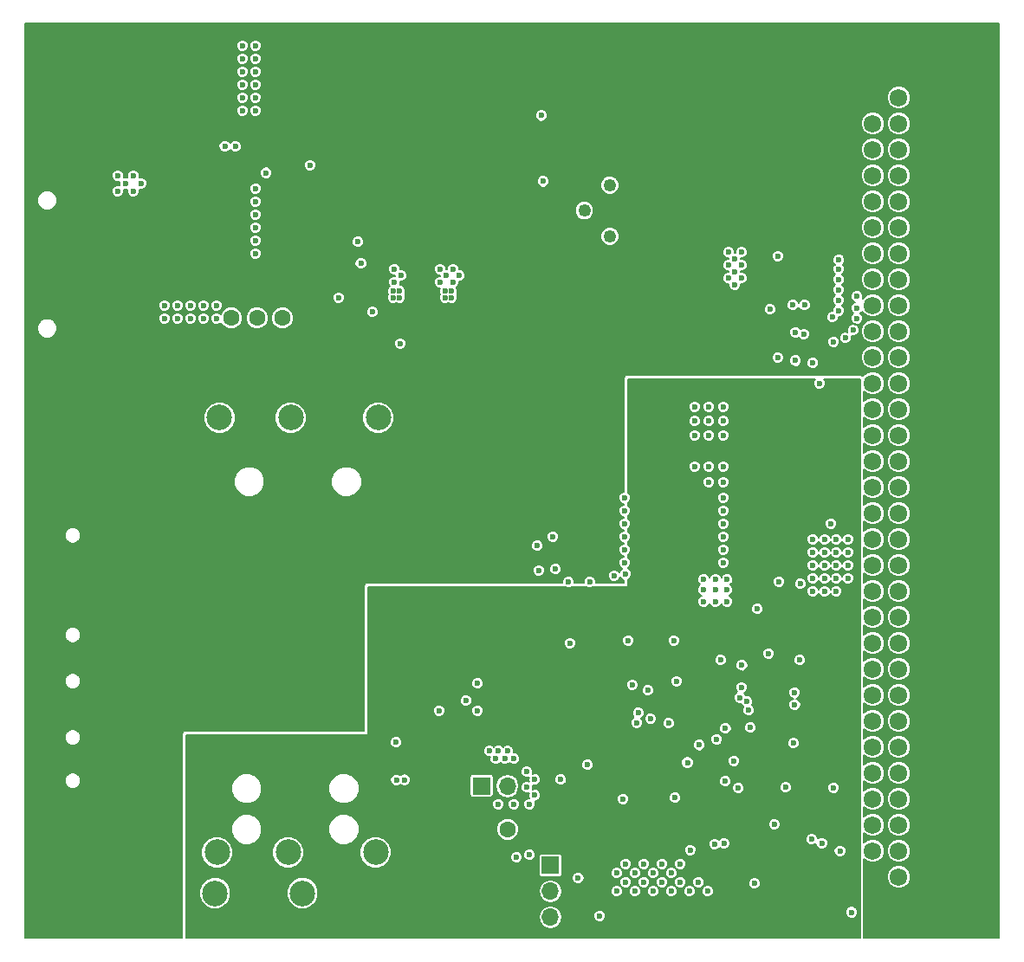
<source format=gbr>
G04 #@! TF.FileFunction,Copper,L2,Inr,Plane*
%FSLAX46Y46*%
G04 Gerber Fmt 4.6, Leading zero omitted, Abs format (unit mm)*
G04 Created by KiCad (PCBNEW 4.0.7-e2-6376~58~ubuntu16.04.1) date Tue May 15 22:20:39 2018*
%MOMM*%
%LPD*%
G01*
G04 APERTURE LIST*
%ADD10C,0.100000*%
%ADD11C,1.600000*%
%ADD12C,6.350000*%
%ADD13C,1.720000*%
%ADD14R,1.700000X1.700000*%
%ADD15O,1.700000X1.700000*%
%ADD16C,1.250000*%
%ADD17C,2.500000*%
%ADD18C,0.400000*%
%ADD19C,0.600000*%
%ADD20C,0.200000*%
G04 APERTURE END LIST*
D10*
D11*
X125500000Y-74000000D03*
X130500000Y-74000000D03*
X128000000Y-74000000D03*
D12*
X195810000Y-129920000D03*
X195810000Y-49910000D03*
X110080000Y-52450000D03*
X110080000Y-126110000D03*
D13*
X188190000Y-49910000D03*
X188190000Y-52450000D03*
X188190000Y-54990000D03*
X188190000Y-57530000D03*
X188190000Y-60070000D03*
X188190000Y-62610000D03*
X188190000Y-65150000D03*
X188190000Y-67690000D03*
X188190000Y-70230000D03*
X188190000Y-72770000D03*
X188190000Y-75310000D03*
X188190000Y-77850000D03*
X188190000Y-80390000D03*
X188190000Y-82930000D03*
X188190000Y-85470000D03*
X188190000Y-88010000D03*
X188190000Y-90550000D03*
X188190000Y-93090000D03*
X188190000Y-95630000D03*
X188190000Y-98170000D03*
X188190000Y-100710000D03*
X188190000Y-103250000D03*
X188190000Y-105790000D03*
X188190000Y-108330000D03*
X188190000Y-110870000D03*
X188190000Y-113410000D03*
X188190000Y-115950000D03*
X188190000Y-118490000D03*
X188190000Y-121030000D03*
X188190000Y-123570000D03*
X188190000Y-126110000D03*
X188190000Y-128650000D03*
X190730000Y-49910000D03*
X190730000Y-52450000D03*
X190730000Y-54990000D03*
X190730000Y-57530000D03*
X190730000Y-60070000D03*
X190730000Y-62610000D03*
X190730000Y-65150000D03*
X190730000Y-67690000D03*
X190730000Y-70230000D03*
X190730000Y-72770000D03*
X190730000Y-75310000D03*
X190730000Y-77850000D03*
X190730000Y-80390000D03*
X190730000Y-82930000D03*
X190730000Y-85470000D03*
X190730000Y-88010000D03*
X190730000Y-90550000D03*
X190730000Y-93090000D03*
X190730000Y-95630000D03*
X190730000Y-98170000D03*
X190730000Y-100710000D03*
X190730000Y-103250000D03*
X190730000Y-105790000D03*
X190730000Y-108330000D03*
X190730000Y-110870000D03*
X190730000Y-113410000D03*
X190730000Y-115950000D03*
X190730000Y-118490000D03*
X190730000Y-121030000D03*
X190730000Y-123570000D03*
X190730000Y-126110000D03*
X190730000Y-128650000D03*
D11*
X147500000Y-124000000D03*
X152500000Y-124000000D03*
X150000000Y-124000000D03*
D14*
X149958000Y-119760000D03*
D15*
X152498000Y-119760000D03*
D14*
X156689000Y-127507000D03*
D15*
X156689000Y-130047000D03*
X156689000Y-132587000D03*
D16*
X162500000Y-61000000D03*
X160000000Y-63500000D03*
X162500000Y-66000000D03*
D17*
X131300000Y-83750000D03*
X139850000Y-83750000D03*
X124350000Y-83750000D03*
X131050000Y-126250000D03*
X124100000Y-126250000D03*
X139600000Y-126250000D03*
X132450000Y-130250000D03*
X139400000Y-130250000D03*
X123900000Y-130250000D03*
D18*
X170167000Y-111632000D03*
X170167000Y-110632000D03*
X171167000Y-110632000D03*
X172167000Y-110632000D03*
X172167000Y-111632000D03*
X172167000Y-112632000D03*
X170167000Y-112632000D03*
X171167000Y-112632000D03*
X171167000Y-111632000D03*
D19*
X148429304Y-111413922D03*
X157266998Y-66699582D03*
X142000000Y-73000000D03*
X142000000Y-74000000D03*
X142500000Y-75000000D03*
X143500000Y-74750000D03*
X143500000Y-75500000D03*
X140814000Y-66547000D03*
X136435249Y-68767765D03*
X109318000Y-67944000D03*
X108302000Y-67944000D03*
X108302000Y-66928000D03*
X109318000Y-66928000D03*
X109318000Y-65912000D03*
X108302000Y-65912000D03*
X108302000Y-59816000D03*
X109318000Y-59816000D03*
X109318000Y-58800000D03*
X109318000Y-57784000D03*
X108302000Y-57784000D03*
X108302000Y-58800000D03*
X114652000Y-67436000D03*
X115668000Y-67436000D03*
X115668000Y-66420000D03*
X115668000Y-65404000D03*
X114652000Y-65404000D03*
X114652000Y-66420000D03*
X128241000Y-57276000D03*
X128241000Y-56514000D03*
X128241000Y-58038000D03*
X170345949Y-126032989D03*
X173646154Y-125373468D03*
X154657000Y-126491000D03*
X159102000Y-86740000D03*
X160118000Y-86740000D03*
X161134000Y-86740000D03*
X161134000Y-85724000D03*
X160118000Y-85724000D03*
X159102000Y-85724000D03*
X159102000Y-84708000D03*
X160118000Y-84708000D03*
X161134000Y-84708000D03*
X161134000Y-83692000D03*
X160118000Y-83692000D03*
X159102000Y-83692000D03*
X159102000Y-82676000D03*
X160118000Y-82676000D03*
X161134000Y-82676000D03*
X161134000Y-81660000D03*
X160118000Y-81660000D03*
X159102000Y-81660000D03*
X159102000Y-80644000D03*
X160118000Y-80644000D03*
X161134000Y-80644000D03*
X160868846Y-97794000D03*
X183810179Y-72708478D03*
X184349600Y-74979800D03*
X184400400Y-77850000D03*
X183105000Y-69595000D03*
X181835000Y-69595000D03*
X180565000Y-69595000D03*
X179295000Y-69595000D03*
X182216000Y-124967000D03*
X178571323Y-123509821D03*
X180565000Y-110616000D03*
X175035208Y-119955792D03*
X180569524Y-111792538D03*
X123854420Y-57019460D03*
X125284440Y-63549800D03*
X160796813Y-100887634D03*
X161250000Y-103250000D03*
X162250000Y-102368755D03*
X164250000Y-102368755D03*
X163250000Y-103500000D03*
X163250000Y-102500000D03*
X165013790Y-111050981D03*
X145106600Y-124459000D03*
X174250000Y-106250000D03*
X185518000Y-134238000D03*
X139290000Y-100710000D03*
X149704000Y-102488000D03*
X150974000Y-102488000D03*
X150974000Y-103758000D03*
X150339000Y-103123000D03*
X149704000Y-103758000D03*
X180438000Y-133222000D03*
X175231000Y-115442000D03*
X165960000Y-88518000D03*
X168754000Y-88518000D03*
X167357000Y-88518000D03*
X167357000Y-90042000D03*
X168754000Y-90042000D03*
X167865000Y-85470000D03*
X166468000Y-85470000D03*
X166468000Y-84073000D03*
X167865000Y-84073000D03*
X167865000Y-82676000D03*
X166468000Y-82676000D03*
X165071000Y-82676000D03*
X165071000Y-84073000D03*
X165071000Y-85470000D03*
X183613000Y-116966000D03*
X182470000Y-115950000D03*
X183613000Y-115950000D03*
X185899000Y-114172000D03*
X184756000Y-114172000D03*
X183613000Y-114172000D03*
X183613000Y-115061000D03*
X184756000Y-115061000D03*
X185899000Y-115061000D03*
X178406000Y-133222000D03*
X182470000Y-133349000D03*
X184502000Y-133349000D03*
X183486000Y-134238000D03*
X181454000Y-134238000D03*
X179422000Y-134238000D03*
X177390000Y-134238000D03*
X175358000Y-134238000D03*
X173326000Y-134238000D03*
X171294000Y-134238000D03*
X169262000Y-134238000D03*
X167230000Y-134238000D03*
X165198000Y-134238000D03*
X163166000Y-134238000D03*
X160753000Y-120649000D03*
X160753000Y-119506000D03*
X162531000Y-120649000D03*
X161642000Y-120649000D03*
X161642000Y-119506000D03*
X161642000Y-118363000D03*
X162531000Y-118363000D03*
X162531000Y-119506000D03*
X163420000Y-119506000D03*
X163420000Y-118363000D03*
X180935851Y-117697391D03*
X168754000Y-122935000D03*
X168754000Y-99186000D03*
X168754000Y-97916000D03*
X168754000Y-96646000D03*
X168754000Y-95376000D03*
X168754000Y-94106000D03*
X168754000Y-92836000D03*
X168754000Y-91566000D03*
X166849000Y-123062000D03*
X141631736Y-119175533D03*
X141616619Y-115471902D03*
X142431297Y-119148990D03*
X149577000Y-112394000D03*
X145788615Y-112394711D03*
X149577000Y-109727000D03*
X151355000Y-117093000D03*
X152244000Y-117093000D03*
X153133000Y-117093000D03*
X152498000Y-116331000D03*
X151609000Y-116331000D03*
X150720000Y-116331000D03*
X172056000Y-130047000D03*
X171167000Y-129158000D03*
X170278000Y-130047000D03*
X169389000Y-129158000D03*
X169389000Y-127380000D03*
X168500000Y-128269000D03*
X168500000Y-130047000D03*
X167611000Y-129158000D03*
X167611000Y-127380000D03*
X166722000Y-128269000D03*
X166722000Y-130047000D03*
X165833000Y-129158000D03*
X165833000Y-127380000D03*
X164944000Y-128269000D03*
X164944000Y-130047000D03*
X164055000Y-129158000D03*
X164055000Y-127380000D03*
X163166000Y-128269000D03*
X163166000Y-130047000D03*
X154657000Y-121538000D03*
X153133000Y-121538000D03*
X151609000Y-121538000D03*
X155165000Y-120649000D03*
X155165000Y-119125000D03*
X154403000Y-118363000D03*
X154403000Y-119887000D03*
X165115714Y-113560870D03*
X164690000Y-109854000D03*
X173795837Y-114120626D03*
X184354622Y-119916783D03*
X179676000Y-119887000D03*
X173309023Y-107446569D03*
X176907686Y-102435010D03*
X176247000Y-114045000D03*
X158467000Y-99821000D03*
X172945000Y-115188000D03*
X170073980Y-117456066D03*
X176628000Y-129285000D03*
X165256107Y-112619563D03*
X174621250Y-117296481D03*
X186153000Y-132098293D03*
X161515000Y-132460000D03*
X183199372Y-125341513D03*
X124050000Y-72770000D03*
X122780000Y-72770000D03*
X121510000Y-72770000D03*
X120240000Y-72770000D03*
X118970000Y-72770000D03*
X118970000Y-74040000D03*
X120240000Y-74040000D03*
X121510000Y-74040000D03*
X122780000Y-74040000D03*
X124050000Y-74040000D03*
X184121000Y-94106000D03*
X184629000Y-100710000D03*
X183486000Y-100710000D03*
X183486000Y-99440000D03*
X184629000Y-99440000D03*
X185772000Y-99440000D03*
X185772000Y-98170000D03*
X184629000Y-98170000D03*
X183486000Y-98170000D03*
X183486000Y-96900000D03*
X184629000Y-96900000D03*
X185772000Y-96900000D03*
X185772000Y-95630000D03*
X184629000Y-95630000D03*
X183486000Y-95630000D03*
X182343000Y-95630000D03*
X182343000Y-96900000D03*
X182343000Y-98170000D03*
X182343000Y-99440000D03*
X182343000Y-100710000D03*
X184978756Y-126119448D03*
X127860000Y-61340000D03*
X116684000Y-60832000D03*
X115922000Y-60070000D03*
X115922000Y-61594000D03*
X115160000Y-60832000D03*
X114398000Y-61594000D03*
X114398000Y-60070000D03*
X127860000Y-62610000D03*
X127860000Y-63880000D03*
X127860000Y-65150000D03*
X127860000Y-66420000D03*
X127860000Y-67690000D03*
X127860000Y-53720000D03*
X126590000Y-53720000D03*
X126590000Y-52450000D03*
X127860000Y-52450000D03*
X127860000Y-51180000D03*
X126590000Y-51180000D03*
X126590000Y-49910000D03*
X127860000Y-49910000D03*
X127860000Y-48640000D03*
X126590000Y-48640000D03*
X126590000Y-47370000D03*
X127860000Y-47370000D03*
X141449000Y-70484000D03*
X142084000Y-69854000D03*
X141449000Y-69214000D03*
X147799000Y-69849000D03*
X147164000Y-69214000D03*
X147164000Y-70484000D03*
X146529000Y-69849000D03*
X145894000Y-69214000D03*
X145894000Y-70484000D03*
X138161683Y-68655866D03*
X142000000Y-76500000D03*
X171675000Y-101726000D03*
X173961000Y-99567000D03*
X172818000Y-99567000D03*
X171675000Y-99567000D03*
X171675000Y-100583000D03*
X172818000Y-100583000D03*
X173961000Y-100583000D03*
X173961000Y-101726000D03*
X172818000Y-101726000D03*
X164029710Y-99000367D03*
X163928000Y-91566000D03*
X163928000Y-92836000D03*
X163928000Y-94106000D03*
X163928000Y-95376000D03*
X163928000Y-96646000D03*
X163928000Y-97916000D03*
X173580000Y-88518000D03*
X172183000Y-88518000D03*
X170786000Y-88518000D03*
X172183000Y-90042000D03*
X173580000Y-90042000D03*
X173580000Y-91566000D03*
X173580000Y-92836000D03*
X173580000Y-94106000D03*
X173580000Y-95376000D03*
X173580000Y-96646000D03*
X173580000Y-97916000D03*
X173580000Y-82676000D03*
X172183000Y-82676000D03*
X170786000Y-82676000D03*
X170786000Y-84073000D03*
X172183000Y-84073000D03*
X173580000Y-84073000D03*
X170786000Y-85470000D03*
X172183000Y-85470000D03*
X173580000Y-85470000D03*
X174723000Y-70738000D03*
X175358000Y-70103000D03*
X174088000Y-70103000D03*
X174723000Y-69468000D03*
X175358000Y-68833000D03*
X174088000Y-68833000D03*
X174723000Y-68198000D03*
X175358000Y-67563000D03*
X174088000Y-67563000D03*
X181454000Y-75564000D03*
X182343000Y-78388002D03*
X178914000Y-67944000D03*
X175215197Y-111112709D03*
X175906957Y-111514564D03*
X137893000Y-66547000D03*
X135988000Y-72008000D03*
X182978000Y-80390000D03*
X178148367Y-73139309D03*
X178907932Y-77866170D03*
X176073235Y-112346784D03*
X172733280Y-125417415D03*
X173780299Y-119281926D03*
X184883000Y-68325000D03*
X184883000Y-69214000D03*
X184883000Y-70230000D03*
X184883000Y-71246000D03*
X184883000Y-72262000D03*
X184883000Y-73278000D03*
X184248000Y-73913000D03*
X186661000Y-71881000D03*
X186661000Y-73024000D03*
X186661000Y-74040000D03*
X186280000Y-75183000D03*
X185518000Y-75945000D03*
X184375000Y-76326000D03*
X157197000Y-98551000D03*
X155546000Y-98678000D03*
X171236868Y-115751006D03*
X160305502Y-117676172D03*
X156943000Y-95376000D03*
X155419000Y-96265000D03*
X160520002Y-99790037D03*
X175402439Y-107960522D03*
X180438000Y-115569000D03*
X162912000Y-99186000D03*
X175358000Y-110108000D03*
X139290000Y-73405000D03*
X146402000Y-72008000D03*
X146402000Y-71373000D03*
X147037000Y-71373000D03*
X147037000Y-72008000D03*
X141957000Y-71373000D03*
X141957000Y-72008000D03*
X141322000Y-72008000D03*
X141322000Y-71373000D03*
X124862864Y-57194558D03*
X155949860Y-60636420D03*
X159401564Y-128760201D03*
X153364662Y-126722662D03*
X166449715Y-113174036D03*
X157705000Y-119125000D03*
X163801000Y-121030000D03*
X166195689Y-110414017D03*
X164309000Y-105536000D03*
X128906576Y-59798212D03*
X133194000Y-59054000D03*
X125896986Y-57232414D03*
X155800000Y-54200000D03*
X168232001Y-113607673D03*
X168881000Y-120903000D03*
X168752968Y-105536000D03*
X158594000Y-105790000D03*
X169013115Y-109503675D03*
X179021516Y-99768150D03*
X178025000Y-106806000D03*
X181089983Y-99982759D03*
X181073000Y-107441000D03*
X180637008Y-78164577D03*
X180387200Y-72719200D03*
X180623208Y-75404520D03*
X181504800Y-72719200D03*
D20*
G36*
X182469641Y-80049683D02*
X182378104Y-80270129D01*
X182377896Y-80508824D01*
X182469048Y-80729429D01*
X182637683Y-80898359D01*
X182858129Y-80989896D01*
X183096824Y-80990104D01*
X183317429Y-80898952D01*
X183486359Y-80730317D01*
X183577896Y-80509871D01*
X183578104Y-80271176D01*
X183486952Y-80050571D01*
X183418501Y-79982000D01*
X186942000Y-79982000D01*
X186942000Y-134625000D01*
X121102000Y-134625000D01*
X121102000Y-132587000D01*
X155516470Y-132587000D01*
X155604009Y-133027086D01*
X155853297Y-133400173D01*
X156226384Y-133649461D01*
X156666470Y-133737000D01*
X156711530Y-133737000D01*
X157151616Y-133649461D01*
X157524703Y-133400173D01*
X157773991Y-133027086D01*
X157861530Y-132587000D01*
X157859904Y-132578824D01*
X160914896Y-132578824D01*
X161006048Y-132799429D01*
X161174683Y-132968359D01*
X161395129Y-133059896D01*
X161633824Y-133060104D01*
X161854429Y-132968952D01*
X162023359Y-132800317D01*
X162114896Y-132579871D01*
X162115104Y-132341176D01*
X162063844Y-132217117D01*
X185552896Y-132217117D01*
X185644048Y-132437722D01*
X185812683Y-132606652D01*
X186033129Y-132698189D01*
X186271824Y-132698397D01*
X186492429Y-132607245D01*
X186661359Y-132438610D01*
X186752896Y-132218164D01*
X186753104Y-131979469D01*
X186661952Y-131758864D01*
X186493317Y-131589934D01*
X186272871Y-131498397D01*
X186034176Y-131498189D01*
X185813571Y-131589341D01*
X185644641Y-131757976D01*
X185553104Y-131978422D01*
X185552896Y-132217117D01*
X162063844Y-132217117D01*
X162023952Y-132120571D01*
X161855317Y-131951641D01*
X161634871Y-131860104D01*
X161396176Y-131859896D01*
X161175571Y-131951048D01*
X161006641Y-132119683D01*
X160915104Y-132340129D01*
X160914896Y-132578824D01*
X157859904Y-132578824D01*
X157773991Y-132146914D01*
X157524703Y-131773827D01*
X157151616Y-131524539D01*
X156711530Y-131437000D01*
X156666470Y-131437000D01*
X156226384Y-131524539D01*
X155853297Y-131773827D01*
X155604009Y-132146914D01*
X155516470Y-132587000D01*
X121102000Y-132587000D01*
X121102000Y-130556961D01*
X122349732Y-130556961D01*
X122585208Y-131126857D01*
X123020849Y-131563260D01*
X123590333Y-131799730D01*
X124206961Y-131800268D01*
X124776857Y-131564792D01*
X125213260Y-131129151D01*
X125449730Y-130559667D01*
X125449732Y-130556961D01*
X130899732Y-130556961D01*
X131135208Y-131126857D01*
X131570849Y-131563260D01*
X132140333Y-131799730D01*
X132756961Y-131800268D01*
X133326857Y-131564792D01*
X133763260Y-131129151D01*
X133999730Y-130559667D01*
X134000177Y-130047000D01*
X155516470Y-130047000D01*
X155604009Y-130487086D01*
X155853297Y-130860173D01*
X156226384Y-131109461D01*
X156666470Y-131197000D01*
X156711530Y-131197000D01*
X157151616Y-131109461D01*
X157524703Y-130860173D01*
X157773991Y-130487086D01*
X157837894Y-130165824D01*
X162565896Y-130165824D01*
X162657048Y-130386429D01*
X162825683Y-130555359D01*
X163046129Y-130646896D01*
X163284824Y-130647104D01*
X163505429Y-130555952D01*
X163674359Y-130387317D01*
X163765896Y-130166871D01*
X163765896Y-130165824D01*
X164343896Y-130165824D01*
X164435048Y-130386429D01*
X164603683Y-130555359D01*
X164824129Y-130646896D01*
X165062824Y-130647104D01*
X165283429Y-130555952D01*
X165452359Y-130387317D01*
X165543896Y-130166871D01*
X165543896Y-130165824D01*
X166121896Y-130165824D01*
X166213048Y-130386429D01*
X166381683Y-130555359D01*
X166602129Y-130646896D01*
X166840824Y-130647104D01*
X167061429Y-130555952D01*
X167230359Y-130387317D01*
X167321896Y-130166871D01*
X167321896Y-130165824D01*
X167899896Y-130165824D01*
X167991048Y-130386429D01*
X168159683Y-130555359D01*
X168380129Y-130646896D01*
X168618824Y-130647104D01*
X168839429Y-130555952D01*
X169008359Y-130387317D01*
X169099896Y-130166871D01*
X169099896Y-130165824D01*
X169677896Y-130165824D01*
X169769048Y-130386429D01*
X169937683Y-130555359D01*
X170158129Y-130646896D01*
X170396824Y-130647104D01*
X170617429Y-130555952D01*
X170786359Y-130387317D01*
X170877896Y-130166871D01*
X170877896Y-130165824D01*
X171455896Y-130165824D01*
X171547048Y-130386429D01*
X171715683Y-130555359D01*
X171936129Y-130646896D01*
X172174824Y-130647104D01*
X172395429Y-130555952D01*
X172564359Y-130387317D01*
X172655896Y-130166871D01*
X172656104Y-129928176D01*
X172564952Y-129707571D01*
X172396317Y-129538641D01*
X172175871Y-129447104D01*
X171937176Y-129446896D01*
X171716571Y-129538048D01*
X171547641Y-129706683D01*
X171456104Y-129927129D01*
X171455896Y-130165824D01*
X170877896Y-130165824D01*
X170878104Y-129928176D01*
X170786952Y-129707571D01*
X170618317Y-129538641D01*
X170397871Y-129447104D01*
X170159176Y-129446896D01*
X169938571Y-129538048D01*
X169769641Y-129706683D01*
X169678104Y-129927129D01*
X169677896Y-130165824D01*
X169099896Y-130165824D01*
X169100104Y-129928176D01*
X169008952Y-129707571D01*
X168840317Y-129538641D01*
X168619871Y-129447104D01*
X168381176Y-129446896D01*
X168160571Y-129538048D01*
X167991641Y-129706683D01*
X167900104Y-129927129D01*
X167899896Y-130165824D01*
X167321896Y-130165824D01*
X167322104Y-129928176D01*
X167230952Y-129707571D01*
X167062317Y-129538641D01*
X166841871Y-129447104D01*
X166603176Y-129446896D01*
X166382571Y-129538048D01*
X166213641Y-129706683D01*
X166122104Y-129927129D01*
X166121896Y-130165824D01*
X165543896Y-130165824D01*
X165544104Y-129928176D01*
X165452952Y-129707571D01*
X165284317Y-129538641D01*
X165063871Y-129447104D01*
X164825176Y-129446896D01*
X164604571Y-129538048D01*
X164435641Y-129706683D01*
X164344104Y-129927129D01*
X164343896Y-130165824D01*
X163765896Y-130165824D01*
X163766104Y-129928176D01*
X163674952Y-129707571D01*
X163506317Y-129538641D01*
X163285871Y-129447104D01*
X163047176Y-129446896D01*
X162826571Y-129538048D01*
X162657641Y-129706683D01*
X162566104Y-129927129D01*
X162565896Y-130165824D01*
X157837894Y-130165824D01*
X157861530Y-130047000D01*
X157773991Y-129606914D01*
X157524703Y-129233827D01*
X157151616Y-128984539D01*
X156711530Y-128897000D01*
X156666470Y-128897000D01*
X156226384Y-128984539D01*
X155853297Y-129233827D01*
X155604009Y-129606914D01*
X155516470Y-130047000D01*
X134000177Y-130047000D01*
X134000268Y-129943039D01*
X133764792Y-129373143D01*
X133329151Y-128936740D01*
X133190158Y-128879025D01*
X158801460Y-128879025D01*
X158892612Y-129099630D01*
X159061247Y-129268560D01*
X159281693Y-129360097D01*
X159520388Y-129360305D01*
X159722427Y-129276824D01*
X163454896Y-129276824D01*
X163546048Y-129497429D01*
X163714683Y-129666359D01*
X163935129Y-129757896D01*
X164173824Y-129758104D01*
X164394429Y-129666952D01*
X164563359Y-129498317D01*
X164654896Y-129277871D01*
X164654896Y-129276824D01*
X165232896Y-129276824D01*
X165324048Y-129497429D01*
X165492683Y-129666359D01*
X165713129Y-129757896D01*
X165951824Y-129758104D01*
X166172429Y-129666952D01*
X166341359Y-129498317D01*
X166432896Y-129277871D01*
X166432896Y-129276824D01*
X167010896Y-129276824D01*
X167102048Y-129497429D01*
X167270683Y-129666359D01*
X167491129Y-129757896D01*
X167729824Y-129758104D01*
X167950429Y-129666952D01*
X168119359Y-129498317D01*
X168210896Y-129277871D01*
X168210896Y-129276824D01*
X168788896Y-129276824D01*
X168880048Y-129497429D01*
X169048683Y-129666359D01*
X169269129Y-129757896D01*
X169507824Y-129758104D01*
X169728429Y-129666952D01*
X169897359Y-129498317D01*
X169988896Y-129277871D01*
X169988896Y-129276824D01*
X170566896Y-129276824D01*
X170658048Y-129497429D01*
X170826683Y-129666359D01*
X171047129Y-129757896D01*
X171285824Y-129758104D01*
X171506429Y-129666952D01*
X171675359Y-129498317D01*
X171714595Y-129403824D01*
X176027896Y-129403824D01*
X176119048Y-129624429D01*
X176287683Y-129793359D01*
X176508129Y-129884896D01*
X176746824Y-129885104D01*
X176967429Y-129793952D01*
X177136359Y-129625317D01*
X177227896Y-129404871D01*
X177228104Y-129166176D01*
X177136952Y-128945571D01*
X176968317Y-128776641D01*
X176747871Y-128685104D01*
X176509176Y-128684896D01*
X176288571Y-128776048D01*
X176119641Y-128944683D01*
X176028104Y-129165129D01*
X176027896Y-129403824D01*
X171714595Y-129403824D01*
X171766896Y-129277871D01*
X171767104Y-129039176D01*
X171675952Y-128818571D01*
X171507317Y-128649641D01*
X171286871Y-128558104D01*
X171048176Y-128557896D01*
X170827571Y-128649048D01*
X170658641Y-128817683D01*
X170567104Y-129038129D01*
X170566896Y-129276824D01*
X169988896Y-129276824D01*
X169989104Y-129039176D01*
X169897952Y-128818571D01*
X169729317Y-128649641D01*
X169508871Y-128558104D01*
X169270176Y-128557896D01*
X169049571Y-128649048D01*
X168880641Y-128817683D01*
X168789104Y-129038129D01*
X168788896Y-129276824D01*
X168210896Y-129276824D01*
X168211104Y-129039176D01*
X168119952Y-128818571D01*
X167951317Y-128649641D01*
X167730871Y-128558104D01*
X167492176Y-128557896D01*
X167271571Y-128649048D01*
X167102641Y-128817683D01*
X167011104Y-129038129D01*
X167010896Y-129276824D01*
X166432896Y-129276824D01*
X166433104Y-129039176D01*
X166341952Y-128818571D01*
X166173317Y-128649641D01*
X165952871Y-128558104D01*
X165714176Y-128557896D01*
X165493571Y-128649048D01*
X165324641Y-128817683D01*
X165233104Y-129038129D01*
X165232896Y-129276824D01*
X164654896Y-129276824D01*
X164655104Y-129039176D01*
X164563952Y-128818571D01*
X164395317Y-128649641D01*
X164174871Y-128558104D01*
X163936176Y-128557896D01*
X163715571Y-128649048D01*
X163546641Y-128817683D01*
X163455104Y-129038129D01*
X163454896Y-129276824D01*
X159722427Y-129276824D01*
X159740993Y-129269153D01*
X159909923Y-129100518D01*
X160001460Y-128880072D01*
X160001668Y-128641377D01*
X159910516Y-128420772D01*
X159877626Y-128387824D01*
X162565896Y-128387824D01*
X162657048Y-128608429D01*
X162825683Y-128777359D01*
X163046129Y-128868896D01*
X163284824Y-128869104D01*
X163505429Y-128777952D01*
X163674359Y-128609317D01*
X163765896Y-128388871D01*
X163765896Y-128387824D01*
X164343896Y-128387824D01*
X164435048Y-128608429D01*
X164603683Y-128777359D01*
X164824129Y-128868896D01*
X165062824Y-128869104D01*
X165283429Y-128777952D01*
X165452359Y-128609317D01*
X165543896Y-128388871D01*
X165543896Y-128387824D01*
X166121896Y-128387824D01*
X166213048Y-128608429D01*
X166381683Y-128777359D01*
X166602129Y-128868896D01*
X166840824Y-128869104D01*
X167061429Y-128777952D01*
X167230359Y-128609317D01*
X167321896Y-128388871D01*
X167321896Y-128387824D01*
X167899896Y-128387824D01*
X167991048Y-128608429D01*
X168159683Y-128777359D01*
X168380129Y-128868896D01*
X168618824Y-128869104D01*
X168839429Y-128777952D01*
X169008359Y-128609317D01*
X169099896Y-128388871D01*
X169100104Y-128150176D01*
X169008952Y-127929571D01*
X168840317Y-127760641D01*
X168619871Y-127669104D01*
X168381176Y-127668896D01*
X168160571Y-127760048D01*
X167991641Y-127928683D01*
X167900104Y-128149129D01*
X167899896Y-128387824D01*
X167321896Y-128387824D01*
X167322104Y-128150176D01*
X167230952Y-127929571D01*
X167062317Y-127760641D01*
X166841871Y-127669104D01*
X166603176Y-127668896D01*
X166382571Y-127760048D01*
X166213641Y-127928683D01*
X166122104Y-128149129D01*
X166121896Y-128387824D01*
X165543896Y-128387824D01*
X165544104Y-128150176D01*
X165452952Y-127929571D01*
X165284317Y-127760641D01*
X165063871Y-127669104D01*
X164825176Y-127668896D01*
X164604571Y-127760048D01*
X164435641Y-127928683D01*
X164344104Y-128149129D01*
X164343896Y-128387824D01*
X163765896Y-128387824D01*
X163766104Y-128150176D01*
X163674952Y-127929571D01*
X163506317Y-127760641D01*
X163285871Y-127669104D01*
X163047176Y-127668896D01*
X162826571Y-127760048D01*
X162657641Y-127928683D01*
X162566104Y-128149129D01*
X162565896Y-128387824D01*
X159877626Y-128387824D01*
X159741881Y-128251842D01*
X159521435Y-128160305D01*
X159282740Y-128160097D01*
X159062135Y-128251249D01*
X158893205Y-128419884D01*
X158801668Y-128640330D01*
X158801460Y-128879025D01*
X133190158Y-128879025D01*
X132759667Y-128700270D01*
X132143039Y-128699732D01*
X131573143Y-128935208D01*
X131136740Y-129370849D01*
X130900270Y-129940333D01*
X130899732Y-130556961D01*
X125449732Y-130556961D01*
X125450268Y-129943039D01*
X125214792Y-129373143D01*
X124779151Y-128936740D01*
X124209667Y-128700270D01*
X123593039Y-128699732D01*
X123023143Y-128935208D01*
X122586740Y-129370849D01*
X122350270Y-129940333D01*
X122349732Y-130556961D01*
X121102000Y-130556961D01*
X121102000Y-126556961D01*
X122549732Y-126556961D01*
X122785208Y-127126857D01*
X123220849Y-127563260D01*
X123790333Y-127799730D01*
X124406961Y-127800268D01*
X124976857Y-127564792D01*
X125413260Y-127129151D01*
X125649730Y-126559667D01*
X125649732Y-126556961D01*
X129499732Y-126556961D01*
X129735208Y-127126857D01*
X130170849Y-127563260D01*
X130740333Y-127799730D01*
X131356961Y-127800268D01*
X131926857Y-127564792D01*
X132363260Y-127129151D01*
X132599730Y-126559667D01*
X132599732Y-126556961D01*
X138049732Y-126556961D01*
X138285208Y-127126857D01*
X138720849Y-127563260D01*
X139290333Y-127799730D01*
X139906961Y-127800268D01*
X140476857Y-127564792D01*
X140913260Y-127129151D01*
X141032708Y-126841486D01*
X152764558Y-126841486D01*
X152855710Y-127062091D01*
X153024345Y-127231021D01*
X153244791Y-127322558D01*
X153483486Y-127322766D01*
X153704091Y-127231614D01*
X153873021Y-127062979D01*
X153964558Y-126842533D01*
X153964760Y-126609824D01*
X154056896Y-126609824D01*
X154148048Y-126830429D01*
X154316683Y-126999359D01*
X154537129Y-127090896D01*
X154775824Y-127091104D01*
X154996429Y-126999952D01*
X155165359Y-126831317D01*
X155237741Y-126657000D01*
X155533123Y-126657000D01*
X155533123Y-128357000D01*
X155554042Y-128468173D01*
X155619745Y-128570279D01*
X155719997Y-128638778D01*
X155839000Y-128662877D01*
X157539000Y-128662877D01*
X157650173Y-128641958D01*
X157752279Y-128576255D01*
X157820778Y-128476003D01*
X157844877Y-128357000D01*
X157844877Y-127498824D01*
X163454896Y-127498824D01*
X163546048Y-127719429D01*
X163714683Y-127888359D01*
X163935129Y-127979896D01*
X164173824Y-127980104D01*
X164394429Y-127888952D01*
X164563359Y-127720317D01*
X164654896Y-127499871D01*
X164654896Y-127498824D01*
X165232896Y-127498824D01*
X165324048Y-127719429D01*
X165492683Y-127888359D01*
X165713129Y-127979896D01*
X165951824Y-127980104D01*
X166172429Y-127888952D01*
X166341359Y-127720317D01*
X166432896Y-127499871D01*
X166432896Y-127498824D01*
X167010896Y-127498824D01*
X167102048Y-127719429D01*
X167270683Y-127888359D01*
X167491129Y-127979896D01*
X167729824Y-127980104D01*
X167950429Y-127888952D01*
X168119359Y-127720317D01*
X168210896Y-127499871D01*
X168210896Y-127498824D01*
X168788896Y-127498824D01*
X168880048Y-127719429D01*
X169048683Y-127888359D01*
X169269129Y-127979896D01*
X169507824Y-127980104D01*
X169728429Y-127888952D01*
X169897359Y-127720317D01*
X169988896Y-127499871D01*
X169989104Y-127261176D01*
X169897952Y-127040571D01*
X169729317Y-126871641D01*
X169508871Y-126780104D01*
X169270176Y-126779896D01*
X169049571Y-126871048D01*
X168880641Y-127039683D01*
X168789104Y-127260129D01*
X168788896Y-127498824D01*
X168210896Y-127498824D01*
X168211104Y-127261176D01*
X168119952Y-127040571D01*
X167951317Y-126871641D01*
X167730871Y-126780104D01*
X167492176Y-126779896D01*
X167271571Y-126871048D01*
X167102641Y-127039683D01*
X167011104Y-127260129D01*
X167010896Y-127498824D01*
X166432896Y-127498824D01*
X166433104Y-127261176D01*
X166341952Y-127040571D01*
X166173317Y-126871641D01*
X165952871Y-126780104D01*
X165714176Y-126779896D01*
X165493571Y-126871048D01*
X165324641Y-127039683D01*
X165233104Y-127260129D01*
X165232896Y-127498824D01*
X164654896Y-127498824D01*
X164655104Y-127261176D01*
X164563952Y-127040571D01*
X164395317Y-126871641D01*
X164174871Y-126780104D01*
X163936176Y-126779896D01*
X163715571Y-126871048D01*
X163546641Y-127039683D01*
X163455104Y-127260129D01*
X163454896Y-127498824D01*
X157844877Y-127498824D01*
X157844877Y-126657000D01*
X157823958Y-126545827D01*
X157758255Y-126443721D01*
X157658003Y-126375222D01*
X157539000Y-126351123D01*
X155839000Y-126351123D01*
X155727827Y-126372042D01*
X155625721Y-126437745D01*
X155557222Y-126537997D01*
X155533123Y-126657000D01*
X155237741Y-126657000D01*
X155256896Y-126610871D01*
X155257104Y-126372176D01*
X155166052Y-126151813D01*
X169745845Y-126151813D01*
X169836997Y-126372418D01*
X170005632Y-126541348D01*
X170226078Y-126632885D01*
X170464773Y-126633093D01*
X170685378Y-126541941D01*
X170854308Y-126373306D01*
X170910378Y-126238272D01*
X184378652Y-126238272D01*
X184469804Y-126458877D01*
X184638439Y-126627807D01*
X184858885Y-126719344D01*
X185097580Y-126719552D01*
X185318185Y-126628400D01*
X185487115Y-126459765D01*
X185578652Y-126239319D01*
X185578860Y-126000624D01*
X185487708Y-125780019D01*
X185319073Y-125611089D01*
X185098627Y-125519552D01*
X184859932Y-125519344D01*
X184639327Y-125610496D01*
X184470397Y-125779131D01*
X184378860Y-125999577D01*
X184378652Y-126238272D01*
X170910378Y-126238272D01*
X170945845Y-126152860D01*
X170946053Y-125914165D01*
X170854901Y-125693560D01*
X170697855Y-125536239D01*
X172133176Y-125536239D01*
X172224328Y-125756844D01*
X172392963Y-125925774D01*
X172613409Y-126017311D01*
X172852104Y-126017519D01*
X173072709Y-125926367D01*
X173211747Y-125787572D01*
X173305837Y-125881827D01*
X173526283Y-125973364D01*
X173764978Y-125973572D01*
X173985583Y-125882420D01*
X174154513Y-125713785D01*
X174246050Y-125493339D01*
X174246258Y-125254644D01*
X174176504Y-125085824D01*
X181615896Y-125085824D01*
X181707048Y-125306429D01*
X181875683Y-125475359D01*
X182096129Y-125566896D01*
X182334824Y-125567104D01*
X182555429Y-125475952D01*
X182599293Y-125432165D01*
X182599268Y-125460337D01*
X182690420Y-125680942D01*
X182859055Y-125849872D01*
X183079501Y-125941409D01*
X183318196Y-125941617D01*
X183538801Y-125850465D01*
X183707731Y-125681830D01*
X183799268Y-125461384D01*
X183799476Y-125222689D01*
X183708324Y-125002084D01*
X183539689Y-124833154D01*
X183319243Y-124741617D01*
X183080548Y-124741409D01*
X182859943Y-124832561D01*
X182816079Y-124876348D01*
X182816104Y-124848176D01*
X182724952Y-124627571D01*
X182556317Y-124458641D01*
X182335871Y-124367104D01*
X182097176Y-124366896D01*
X181876571Y-124458048D01*
X181707641Y-124626683D01*
X181616104Y-124847129D01*
X181615896Y-125085824D01*
X174176504Y-125085824D01*
X174155106Y-125034039D01*
X173986471Y-124865109D01*
X173766025Y-124773572D01*
X173527330Y-124773364D01*
X173306725Y-124864516D01*
X173167687Y-125003311D01*
X173073597Y-124909056D01*
X172853151Y-124817519D01*
X172614456Y-124817311D01*
X172393851Y-124908463D01*
X172224921Y-125077098D01*
X172133384Y-125297544D01*
X172133176Y-125536239D01*
X170697855Y-125536239D01*
X170686266Y-125524630D01*
X170465820Y-125433093D01*
X170227125Y-125432885D01*
X170006520Y-125524037D01*
X169837590Y-125692672D01*
X169746053Y-125913118D01*
X169745845Y-126151813D01*
X155166052Y-126151813D01*
X155165952Y-126151571D01*
X154997317Y-125982641D01*
X154776871Y-125891104D01*
X154538176Y-125890896D01*
X154317571Y-125982048D01*
X154148641Y-126150683D01*
X154057104Y-126371129D01*
X154056896Y-126609824D01*
X153964760Y-126609824D01*
X153964766Y-126603838D01*
X153873614Y-126383233D01*
X153704979Y-126214303D01*
X153484533Y-126122766D01*
X153245838Y-126122558D01*
X153025233Y-126213710D01*
X152856303Y-126382345D01*
X152764766Y-126602791D01*
X152764558Y-126841486D01*
X141032708Y-126841486D01*
X141149730Y-126559667D01*
X141150268Y-125943039D01*
X140914792Y-125373143D01*
X140479151Y-124936740D01*
X139909667Y-124700270D01*
X139293039Y-124699732D01*
X138723143Y-124935208D01*
X138286740Y-125370849D01*
X138050270Y-125940333D01*
X138049732Y-126556961D01*
X132599732Y-126556961D01*
X132600268Y-125943039D01*
X132364792Y-125373143D01*
X131929151Y-124936740D01*
X131359667Y-124700270D01*
X130743039Y-124699732D01*
X130173143Y-124935208D01*
X129736740Y-125370849D01*
X129500270Y-125940333D01*
X129499732Y-126556961D01*
X125649732Y-126556961D01*
X125650268Y-125943039D01*
X125414792Y-125373143D01*
X124979151Y-124936740D01*
X124409667Y-124700270D01*
X123793039Y-124699732D01*
X123223143Y-124935208D01*
X122786740Y-125370849D01*
X122550270Y-125940333D01*
X122549732Y-126556961D01*
X121102000Y-126556961D01*
X121102000Y-124297059D01*
X125499740Y-124297059D01*
X125727620Y-124848572D01*
X126149209Y-125270897D01*
X126700323Y-125499739D01*
X127297059Y-125500260D01*
X127848572Y-125272380D01*
X128270897Y-124850791D01*
X128499739Y-124299677D01*
X128499741Y-124297059D01*
X134999740Y-124297059D01*
X135227620Y-124848572D01*
X135649209Y-125270897D01*
X136200323Y-125499739D01*
X136797059Y-125500260D01*
X137348572Y-125272380D01*
X137770897Y-124850791D01*
X137999739Y-124299677D01*
X137999810Y-124217844D01*
X151399810Y-124217844D01*
X151566922Y-124622286D01*
X151876087Y-124931991D01*
X152280237Y-125099808D01*
X152717844Y-125100190D01*
X153122286Y-124933078D01*
X153431991Y-124623913D01*
X153599808Y-124219763D01*
X153600190Y-123782156D01*
X153536761Y-123628645D01*
X177971219Y-123628645D01*
X178062371Y-123849250D01*
X178231006Y-124018180D01*
X178451452Y-124109717D01*
X178690147Y-124109925D01*
X178910752Y-124018773D01*
X179079682Y-123850138D01*
X179171219Y-123629692D01*
X179171427Y-123390997D01*
X179080275Y-123170392D01*
X178911640Y-123001462D01*
X178691194Y-122909925D01*
X178452499Y-122909717D01*
X178231894Y-123000869D01*
X178062964Y-123169504D01*
X177971427Y-123389950D01*
X177971219Y-123628645D01*
X153536761Y-123628645D01*
X153433078Y-123377714D01*
X153123913Y-123068009D01*
X152719763Y-122900192D01*
X152282156Y-122899810D01*
X151877714Y-123066922D01*
X151568009Y-123376087D01*
X151400192Y-123780237D01*
X151399810Y-124217844D01*
X137999810Y-124217844D01*
X138000260Y-123702941D01*
X137772380Y-123151428D01*
X137350791Y-122729103D01*
X136799677Y-122500261D01*
X136202941Y-122499740D01*
X135651428Y-122727620D01*
X135229103Y-123149209D01*
X135000261Y-123700323D01*
X134999740Y-124297059D01*
X128499741Y-124297059D01*
X128500260Y-123702941D01*
X128272380Y-123151428D01*
X127850791Y-122729103D01*
X127299677Y-122500261D01*
X126702941Y-122499740D01*
X126151428Y-122727620D01*
X125729103Y-123149209D01*
X125500261Y-123700323D01*
X125499740Y-124297059D01*
X121102000Y-124297059D01*
X121102000Y-121656824D01*
X151008896Y-121656824D01*
X151100048Y-121877429D01*
X151268683Y-122046359D01*
X151489129Y-122137896D01*
X151727824Y-122138104D01*
X151948429Y-122046952D01*
X152117359Y-121878317D01*
X152208896Y-121657871D01*
X152208896Y-121656824D01*
X152532896Y-121656824D01*
X152624048Y-121877429D01*
X152792683Y-122046359D01*
X153013129Y-122137896D01*
X153251824Y-122138104D01*
X153472429Y-122046952D01*
X153641359Y-121878317D01*
X153732896Y-121657871D01*
X153733104Y-121419176D01*
X153641952Y-121198571D01*
X153473317Y-121029641D01*
X153252871Y-120938104D01*
X153014176Y-120937896D01*
X152793571Y-121029048D01*
X152624641Y-121197683D01*
X152533104Y-121418129D01*
X152532896Y-121656824D01*
X152208896Y-121656824D01*
X152209104Y-121419176D01*
X152117952Y-121198571D01*
X151949317Y-121029641D01*
X151728871Y-120938104D01*
X151490176Y-120937896D01*
X151269571Y-121029048D01*
X151100641Y-121197683D01*
X151009104Y-121418129D01*
X151008896Y-121656824D01*
X121102000Y-121656824D01*
X121102000Y-120297059D01*
X125499740Y-120297059D01*
X125727620Y-120848572D01*
X126149209Y-121270897D01*
X126700323Y-121499739D01*
X127297059Y-121500260D01*
X127848572Y-121272380D01*
X128270897Y-120850791D01*
X128499739Y-120299677D01*
X128499741Y-120297059D01*
X134999740Y-120297059D01*
X135227620Y-120848572D01*
X135649209Y-121270897D01*
X136200323Y-121499739D01*
X136797059Y-121500260D01*
X137348572Y-121272380D01*
X137770897Y-120850791D01*
X137999739Y-120299677D01*
X138000260Y-119702941D01*
X137831437Y-119294357D01*
X141031632Y-119294357D01*
X141122784Y-119514962D01*
X141291419Y-119683892D01*
X141511865Y-119775429D01*
X141750560Y-119775637D01*
X141971165Y-119684485D01*
X142044745Y-119611033D01*
X142090980Y-119657349D01*
X142311426Y-119748886D01*
X142550121Y-119749094D01*
X142770726Y-119657942D01*
X142939656Y-119489307D01*
X143031193Y-119268861D01*
X143031401Y-119030166D01*
X142981750Y-118910000D01*
X148802123Y-118910000D01*
X148802123Y-120610000D01*
X148823042Y-120721173D01*
X148888745Y-120823279D01*
X148988997Y-120891778D01*
X149108000Y-120915877D01*
X150808000Y-120915877D01*
X150919173Y-120894958D01*
X151021279Y-120829255D01*
X151089778Y-120729003D01*
X151113877Y-120610000D01*
X151113877Y-119737470D01*
X151348000Y-119737470D01*
X151348000Y-119782530D01*
X151435539Y-120222616D01*
X151684827Y-120595703D01*
X152057914Y-120844991D01*
X152498000Y-120932530D01*
X152938086Y-120844991D01*
X153311173Y-120595703D01*
X153560461Y-120222616D01*
X153648000Y-119782530D01*
X153648000Y-119737470D01*
X153560461Y-119297384D01*
X153311173Y-118924297D01*
X152938086Y-118675009D01*
X152498000Y-118587470D01*
X152057914Y-118675009D01*
X151684827Y-118924297D01*
X151435539Y-119297384D01*
X151348000Y-119737470D01*
X151113877Y-119737470D01*
X151113877Y-118910000D01*
X151092958Y-118798827D01*
X151027255Y-118696721D01*
X150927003Y-118628222D01*
X150808000Y-118604123D01*
X149108000Y-118604123D01*
X148996827Y-118625042D01*
X148894721Y-118690745D01*
X148826222Y-118790997D01*
X148802123Y-118910000D01*
X142981750Y-118910000D01*
X142940249Y-118809561D01*
X142771614Y-118640631D01*
X142551168Y-118549094D01*
X142312473Y-118548886D01*
X142091868Y-118640038D01*
X142018288Y-118713490D01*
X141972053Y-118667174D01*
X141751607Y-118575637D01*
X141512912Y-118575429D01*
X141292307Y-118666581D01*
X141123377Y-118835216D01*
X141031840Y-119055662D01*
X141031632Y-119294357D01*
X137831437Y-119294357D01*
X137772380Y-119151428D01*
X137350791Y-118729103D01*
X136799677Y-118500261D01*
X136202941Y-118499740D01*
X135651428Y-118727620D01*
X135229103Y-119149209D01*
X135000261Y-119700323D01*
X134999740Y-120297059D01*
X128499741Y-120297059D01*
X128500260Y-119702941D01*
X128272380Y-119151428D01*
X127850791Y-118729103D01*
X127299677Y-118500261D01*
X126702941Y-118499740D01*
X126151428Y-118727620D01*
X125729103Y-119149209D01*
X125500261Y-119700323D01*
X125499740Y-120297059D01*
X121102000Y-120297059D01*
X121102000Y-118481824D01*
X153802896Y-118481824D01*
X153894048Y-118702429D01*
X154062683Y-118871359D01*
X154283129Y-118962896D01*
X154521824Y-118963104D01*
X154595132Y-118932814D01*
X154565104Y-119005129D01*
X154564896Y-119243824D01*
X154595186Y-119317132D01*
X154522871Y-119287104D01*
X154284176Y-119286896D01*
X154063571Y-119378048D01*
X153894641Y-119546683D01*
X153803104Y-119767129D01*
X153802896Y-120005824D01*
X153894048Y-120226429D01*
X154062683Y-120395359D01*
X154283129Y-120486896D01*
X154521824Y-120487104D01*
X154595132Y-120456814D01*
X154565104Y-120529129D01*
X154564896Y-120767824D01*
X154635203Y-120937981D01*
X154538176Y-120937896D01*
X154317571Y-121029048D01*
X154148641Y-121197683D01*
X154057104Y-121418129D01*
X154056896Y-121656824D01*
X154148048Y-121877429D01*
X154316683Y-122046359D01*
X154537129Y-122137896D01*
X154775824Y-122138104D01*
X154996429Y-122046952D01*
X155165359Y-121878317D01*
X155256896Y-121657871D01*
X155257104Y-121419176D01*
X155186797Y-121249019D01*
X155283824Y-121249104D01*
X155504429Y-121157952D01*
X155513572Y-121148824D01*
X163200896Y-121148824D01*
X163292048Y-121369429D01*
X163460683Y-121538359D01*
X163681129Y-121629896D01*
X163919824Y-121630104D01*
X164140429Y-121538952D01*
X164309359Y-121370317D01*
X164400896Y-121149871D01*
X164401007Y-121021824D01*
X168280896Y-121021824D01*
X168372048Y-121242429D01*
X168540683Y-121411359D01*
X168761129Y-121502896D01*
X168999824Y-121503104D01*
X169220429Y-121411952D01*
X169389359Y-121243317D01*
X169480896Y-121022871D01*
X169481104Y-120784176D01*
X169389952Y-120563571D01*
X169221317Y-120394641D01*
X169000871Y-120303104D01*
X168762176Y-120302896D01*
X168541571Y-120394048D01*
X168372641Y-120562683D01*
X168281104Y-120783129D01*
X168280896Y-121021824D01*
X164401007Y-121021824D01*
X164401104Y-120911176D01*
X164309952Y-120690571D01*
X164141317Y-120521641D01*
X163920871Y-120430104D01*
X163682176Y-120429896D01*
X163461571Y-120521048D01*
X163292641Y-120689683D01*
X163201104Y-120910129D01*
X163200896Y-121148824D01*
X155513572Y-121148824D01*
X155673359Y-120989317D01*
X155764896Y-120768871D01*
X155765104Y-120530176D01*
X155673952Y-120309571D01*
X155505317Y-120140641D01*
X155346311Y-120074616D01*
X174435104Y-120074616D01*
X174526256Y-120295221D01*
X174694891Y-120464151D01*
X174915337Y-120555688D01*
X175154032Y-120555896D01*
X175374637Y-120464744D01*
X175543567Y-120296109D01*
X175635104Y-120075663D01*
X175635164Y-120005824D01*
X179075896Y-120005824D01*
X179167048Y-120226429D01*
X179335683Y-120395359D01*
X179556129Y-120486896D01*
X179794824Y-120487104D01*
X180015429Y-120395952D01*
X180184359Y-120227317D01*
X180263963Y-120035607D01*
X183754518Y-120035607D01*
X183845670Y-120256212D01*
X184014305Y-120425142D01*
X184234751Y-120516679D01*
X184473446Y-120516887D01*
X184694051Y-120425735D01*
X184862981Y-120257100D01*
X184954518Y-120036654D01*
X184954726Y-119797959D01*
X184863574Y-119577354D01*
X184694939Y-119408424D01*
X184474493Y-119316887D01*
X184235798Y-119316679D01*
X184015193Y-119407831D01*
X183846263Y-119576466D01*
X183754726Y-119796912D01*
X183754518Y-120035607D01*
X180263963Y-120035607D01*
X180275896Y-120006871D01*
X180276104Y-119768176D01*
X180184952Y-119547571D01*
X180016317Y-119378641D01*
X179795871Y-119287104D01*
X179557176Y-119286896D01*
X179336571Y-119378048D01*
X179167641Y-119546683D01*
X179076104Y-119767129D01*
X179075896Y-120005824D01*
X175635164Y-120005824D01*
X175635312Y-119836968D01*
X175544160Y-119616363D01*
X175375525Y-119447433D01*
X175155079Y-119355896D01*
X174916384Y-119355688D01*
X174695779Y-119446840D01*
X174526849Y-119615475D01*
X174435312Y-119835921D01*
X174435104Y-120074616D01*
X155346311Y-120074616D01*
X155284871Y-120049104D01*
X155046176Y-120048896D01*
X154972868Y-120079186D01*
X155002896Y-120006871D01*
X155003104Y-119768176D01*
X154972814Y-119694868D01*
X155045129Y-119724896D01*
X155283824Y-119725104D01*
X155504429Y-119633952D01*
X155673359Y-119465317D01*
X155764896Y-119244871D01*
X155764896Y-119243824D01*
X157104896Y-119243824D01*
X157196048Y-119464429D01*
X157364683Y-119633359D01*
X157585129Y-119724896D01*
X157823824Y-119725104D01*
X158044429Y-119633952D01*
X158213359Y-119465317D01*
X158240169Y-119400750D01*
X173180195Y-119400750D01*
X173271347Y-119621355D01*
X173439982Y-119790285D01*
X173660428Y-119881822D01*
X173899123Y-119882030D01*
X174119728Y-119790878D01*
X174288658Y-119622243D01*
X174380195Y-119401797D01*
X174380403Y-119163102D01*
X174289251Y-118942497D01*
X174120616Y-118773567D01*
X173900170Y-118682030D01*
X173661475Y-118681822D01*
X173440870Y-118772974D01*
X173271940Y-118941609D01*
X173180403Y-119162055D01*
X173180195Y-119400750D01*
X158240169Y-119400750D01*
X158304896Y-119244871D01*
X158305104Y-119006176D01*
X158213952Y-118785571D01*
X158045317Y-118616641D01*
X157824871Y-118525104D01*
X157586176Y-118524896D01*
X157365571Y-118616048D01*
X157196641Y-118784683D01*
X157105104Y-119005129D01*
X157104896Y-119243824D01*
X155764896Y-119243824D01*
X155765104Y-119006176D01*
X155673952Y-118785571D01*
X155505317Y-118616641D01*
X155284871Y-118525104D01*
X155046176Y-118524896D01*
X154972868Y-118555186D01*
X155002896Y-118482871D01*
X155003104Y-118244176D01*
X154911952Y-118023571D01*
X154743317Y-117854641D01*
X154599676Y-117794996D01*
X159705398Y-117794996D01*
X159796550Y-118015601D01*
X159965185Y-118184531D01*
X160185631Y-118276068D01*
X160424326Y-118276276D01*
X160644931Y-118185124D01*
X160813861Y-118016489D01*
X160905398Y-117796043D01*
X160905590Y-117574890D01*
X169473876Y-117574890D01*
X169565028Y-117795495D01*
X169733663Y-117964425D01*
X169954109Y-118055962D01*
X170192804Y-118056170D01*
X170413409Y-117965018D01*
X170582339Y-117796383D01*
X170673876Y-117575937D01*
X170674015Y-117415305D01*
X174021146Y-117415305D01*
X174112298Y-117635910D01*
X174280933Y-117804840D01*
X174501379Y-117896377D01*
X174740074Y-117896585D01*
X174960679Y-117805433D01*
X175129609Y-117636798D01*
X175221146Y-117416352D01*
X175221354Y-117177657D01*
X175130202Y-116957052D01*
X174961567Y-116788122D01*
X174741121Y-116696585D01*
X174502426Y-116696377D01*
X174281821Y-116787529D01*
X174112891Y-116956164D01*
X174021354Y-117176610D01*
X174021146Y-117415305D01*
X170674015Y-117415305D01*
X170674084Y-117337242D01*
X170582932Y-117116637D01*
X170414297Y-116947707D01*
X170193851Y-116856170D01*
X169955156Y-116855962D01*
X169734551Y-116947114D01*
X169565621Y-117115749D01*
X169474084Y-117336195D01*
X169473876Y-117574890D01*
X160905590Y-117574890D01*
X160905606Y-117557348D01*
X160814454Y-117336743D01*
X160645819Y-117167813D01*
X160425373Y-117076276D01*
X160186678Y-117076068D01*
X159966073Y-117167220D01*
X159797143Y-117335855D01*
X159705606Y-117556301D01*
X159705398Y-117794996D01*
X154599676Y-117794996D01*
X154522871Y-117763104D01*
X154284176Y-117762896D01*
X154063571Y-117854048D01*
X153894641Y-118022683D01*
X153803104Y-118243129D01*
X153802896Y-118481824D01*
X121102000Y-118481824D01*
X121102000Y-116449824D01*
X150119896Y-116449824D01*
X150211048Y-116670429D01*
X150379683Y-116839359D01*
X150600129Y-116930896D01*
X150772578Y-116931046D01*
X150755104Y-116973129D01*
X150754896Y-117211824D01*
X150846048Y-117432429D01*
X151014683Y-117601359D01*
X151235129Y-117692896D01*
X151473824Y-117693104D01*
X151694429Y-117601952D01*
X151799535Y-117497029D01*
X151903683Y-117601359D01*
X152124129Y-117692896D01*
X152362824Y-117693104D01*
X152583429Y-117601952D01*
X152688535Y-117497029D01*
X152792683Y-117601359D01*
X153013129Y-117692896D01*
X153251824Y-117693104D01*
X153472429Y-117601952D01*
X153641359Y-117433317D01*
X153732896Y-117212871D01*
X153733104Y-116974176D01*
X153641952Y-116753571D01*
X153473317Y-116584641D01*
X153252871Y-116493104D01*
X153080422Y-116492954D01*
X153097896Y-116450871D01*
X153098104Y-116212176D01*
X153006952Y-115991571D01*
X152885424Y-115869830D01*
X170636764Y-115869830D01*
X170727916Y-116090435D01*
X170896551Y-116259365D01*
X171116997Y-116350902D01*
X171355692Y-116351110D01*
X171576297Y-116259958D01*
X171745227Y-116091323D01*
X171836764Y-115870877D01*
X171836972Y-115632182D01*
X171745820Y-115411577D01*
X171641250Y-115306824D01*
X172344896Y-115306824D01*
X172436048Y-115527429D01*
X172604683Y-115696359D01*
X172825129Y-115787896D01*
X173063824Y-115788104D01*
X173284429Y-115696952D01*
X173293572Y-115687824D01*
X179837896Y-115687824D01*
X179929048Y-115908429D01*
X180097683Y-116077359D01*
X180318129Y-116168896D01*
X180556824Y-116169104D01*
X180777429Y-116077952D01*
X180946359Y-115909317D01*
X181037896Y-115688871D01*
X181038104Y-115450176D01*
X180946952Y-115229571D01*
X180778317Y-115060641D01*
X180557871Y-114969104D01*
X180319176Y-114968896D01*
X180098571Y-115060048D01*
X179929641Y-115228683D01*
X179838104Y-115449129D01*
X179837896Y-115687824D01*
X173293572Y-115687824D01*
X173453359Y-115528317D01*
X173544896Y-115307871D01*
X173545104Y-115069176D01*
X173453952Y-114848571D01*
X173285317Y-114679641D01*
X173064871Y-114588104D01*
X172826176Y-114587896D01*
X172605571Y-114679048D01*
X172436641Y-114847683D01*
X172345104Y-115068129D01*
X172344896Y-115306824D01*
X171641250Y-115306824D01*
X171577185Y-115242647D01*
X171356739Y-115151110D01*
X171118044Y-115150902D01*
X170897439Y-115242054D01*
X170728509Y-115410689D01*
X170636972Y-115631135D01*
X170636764Y-115869830D01*
X152885424Y-115869830D01*
X152838317Y-115822641D01*
X152617871Y-115731104D01*
X152379176Y-115730896D01*
X152158571Y-115822048D01*
X152053465Y-115926971D01*
X151949317Y-115822641D01*
X151728871Y-115731104D01*
X151490176Y-115730896D01*
X151269571Y-115822048D01*
X151164465Y-115926971D01*
X151060317Y-115822641D01*
X150839871Y-115731104D01*
X150601176Y-115730896D01*
X150380571Y-115822048D01*
X150211641Y-115990683D01*
X150120104Y-116211129D01*
X150119896Y-116449824D01*
X121102000Y-116449824D01*
X121102000Y-115590726D01*
X141016515Y-115590726D01*
X141107667Y-115811331D01*
X141276302Y-115980261D01*
X141496748Y-116071798D01*
X141735443Y-116072006D01*
X141956048Y-115980854D01*
X142124978Y-115812219D01*
X142216515Y-115591773D01*
X142216723Y-115353078D01*
X142125571Y-115132473D01*
X141956936Y-114963543D01*
X141736490Y-114872006D01*
X141497795Y-114871798D01*
X141277190Y-114962950D01*
X141108260Y-115131585D01*
X141016723Y-115352031D01*
X141016515Y-115590726D01*
X121102000Y-115590726D01*
X121102000Y-114780000D01*
X138782000Y-114780000D01*
X138820906Y-114772121D01*
X138853681Y-114749727D01*
X138875161Y-114716346D01*
X138882000Y-114680000D01*
X138882000Y-114239450D01*
X173195733Y-114239450D01*
X173286885Y-114460055D01*
X173455520Y-114628985D01*
X173675966Y-114720522D01*
X173914661Y-114720730D01*
X174135266Y-114629578D01*
X174304196Y-114460943D01*
X174395733Y-114240497D01*
X174395799Y-114163824D01*
X175646896Y-114163824D01*
X175738048Y-114384429D01*
X175906683Y-114553359D01*
X176127129Y-114644896D01*
X176365824Y-114645104D01*
X176586429Y-114553952D01*
X176755359Y-114385317D01*
X176846896Y-114164871D01*
X176847104Y-113926176D01*
X176755952Y-113705571D01*
X176587317Y-113536641D01*
X176366871Y-113445104D01*
X176128176Y-113444896D01*
X175907571Y-113536048D01*
X175738641Y-113704683D01*
X175647104Y-113925129D01*
X175646896Y-114163824D01*
X174395799Y-114163824D01*
X174395941Y-114001802D01*
X174304789Y-113781197D01*
X174136154Y-113612267D01*
X173915708Y-113520730D01*
X173677013Y-113520522D01*
X173456408Y-113611674D01*
X173287478Y-113780309D01*
X173195941Y-114000755D01*
X173195733Y-114239450D01*
X138882000Y-114239450D01*
X138882000Y-113679694D01*
X164515610Y-113679694D01*
X164606762Y-113900299D01*
X164775397Y-114069229D01*
X164995843Y-114160766D01*
X165234538Y-114160974D01*
X165455143Y-114069822D01*
X165624073Y-113901187D01*
X165715610Y-113680741D01*
X165715818Y-113442046D01*
X165654176Y-113292860D01*
X165849611Y-113292860D01*
X165940763Y-113513465D01*
X166109398Y-113682395D01*
X166329844Y-113773932D01*
X166568539Y-113774140D01*
X166683844Y-113726497D01*
X167631897Y-113726497D01*
X167723049Y-113947102D01*
X167891684Y-114116032D01*
X168112130Y-114207569D01*
X168350825Y-114207777D01*
X168571430Y-114116625D01*
X168740360Y-113947990D01*
X168831897Y-113727544D01*
X168832105Y-113488849D01*
X168740953Y-113268244D01*
X168572318Y-113099314D01*
X168351872Y-113007777D01*
X168113177Y-113007569D01*
X167892572Y-113098721D01*
X167723642Y-113267356D01*
X167632105Y-113487802D01*
X167631897Y-113726497D01*
X166683844Y-113726497D01*
X166789144Y-113682988D01*
X166958074Y-113514353D01*
X167049611Y-113293907D01*
X167049819Y-113055212D01*
X166958667Y-112834607D01*
X166790032Y-112665677D01*
X166569586Y-112574140D01*
X166330891Y-112573932D01*
X166110286Y-112665084D01*
X165941356Y-112833719D01*
X165849819Y-113054165D01*
X165849611Y-113292860D01*
X165654176Y-113292860D01*
X165624666Y-113221441D01*
X165550485Y-113147130D01*
X165595536Y-113128515D01*
X165764466Y-112959880D01*
X165856003Y-112739434D01*
X165856211Y-112500739D01*
X165765059Y-112280134D01*
X165596424Y-112111204D01*
X165375978Y-112019667D01*
X165137283Y-112019459D01*
X164916678Y-112110611D01*
X164747748Y-112279246D01*
X164656211Y-112499692D01*
X164656003Y-112738387D01*
X164747155Y-112958992D01*
X164821336Y-113033303D01*
X164776285Y-113051918D01*
X164607355Y-113220553D01*
X164515818Y-113440999D01*
X164515610Y-113679694D01*
X138882000Y-113679694D01*
X138882000Y-112513535D01*
X145188511Y-112513535D01*
X145279663Y-112734140D01*
X145448298Y-112903070D01*
X145668744Y-112994607D01*
X145907439Y-112994815D01*
X146128044Y-112903663D01*
X146296974Y-112735028D01*
X146388511Y-112514582D01*
X146388512Y-112512824D01*
X148976896Y-112512824D01*
X149068048Y-112733429D01*
X149236683Y-112902359D01*
X149457129Y-112993896D01*
X149695824Y-112994104D01*
X149916429Y-112902952D01*
X150085359Y-112734317D01*
X150176896Y-112513871D01*
X150177104Y-112275176D01*
X150085952Y-112054571D01*
X149917317Y-111885641D01*
X149696871Y-111794104D01*
X149458176Y-111793896D01*
X149237571Y-111885048D01*
X149068641Y-112053683D01*
X148977104Y-112274129D01*
X148976896Y-112512824D01*
X146388512Y-112512824D01*
X146388719Y-112275887D01*
X146297567Y-112055282D01*
X146128932Y-111886352D01*
X145908486Y-111794815D01*
X145669791Y-111794607D01*
X145449186Y-111885759D01*
X145280256Y-112054394D01*
X145188719Y-112274840D01*
X145188511Y-112513535D01*
X138882000Y-112513535D01*
X138882000Y-111532746D01*
X147829200Y-111532746D01*
X147920352Y-111753351D01*
X148088987Y-111922281D01*
X148309433Y-112013818D01*
X148548128Y-112014026D01*
X148768733Y-111922874D01*
X148937663Y-111754239D01*
X149029200Y-111533793D01*
X149029408Y-111295098D01*
X149003144Y-111231533D01*
X174615093Y-111231533D01*
X174706245Y-111452138D01*
X174874880Y-111621068D01*
X175095326Y-111712605D01*
X175334021Y-111712813D01*
X175338847Y-111710819D01*
X175398005Y-111853993D01*
X175560568Y-112016841D01*
X175473339Y-112226913D01*
X175473131Y-112465608D01*
X175564283Y-112686213D01*
X175732918Y-112855143D01*
X175953364Y-112946680D01*
X176192059Y-112946888D01*
X176412664Y-112855736D01*
X176581594Y-112687101D01*
X176673131Y-112466655D01*
X176673339Y-112227960D01*
X176582187Y-112007355D01*
X176419624Y-111844507D01*
X176506853Y-111634435D01*
X176507061Y-111395740D01*
X176415909Y-111175135D01*
X176247274Y-111006205D01*
X176026828Y-110914668D01*
X175788133Y-110914460D01*
X175783307Y-110916454D01*
X175724149Y-110773280D01*
X175685761Y-110734824D01*
X179964896Y-110734824D01*
X180056048Y-110955429D01*
X180224683Y-111124359D01*
X180419586Y-111205290D01*
X180230095Y-111283586D01*
X180061165Y-111452221D01*
X179969628Y-111672667D01*
X179969420Y-111911362D01*
X180060572Y-112131967D01*
X180229207Y-112300897D01*
X180449653Y-112392434D01*
X180688348Y-112392642D01*
X180908953Y-112301490D01*
X181077883Y-112132855D01*
X181169420Y-111912409D01*
X181169628Y-111673714D01*
X181078476Y-111453109D01*
X180909841Y-111284179D01*
X180714938Y-111203248D01*
X180904429Y-111124952D01*
X181073359Y-110956317D01*
X181164896Y-110735871D01*
X181165104Y-110497176D01*
X181073952Y-110276571D01*
X180905317Y-110107641D01*
X180684871Y-110016104D01*
X180446176Y-110015896D01*
X180225571Y-110107048D01*
X180056641Y-110275683D01*
X179965104Y-110496129D01*
X179964896Y-110734824D01*
X175685761Y-110734824D01*
X175605862Y-110654786D01*
X175697429Y-110616952D01*
X175866359Y-110448317D01*
X175957896Y-110227871D01*
X175958104Y-109989176D01*
X175866952Y-109768571D01*
X175698317Y-109599641D01*
X175477871Y-109508104D01*
X175239176Y-109507896D01*
X175018571Y-109599048D01*
X174849641Y-109767683D01*
X174758104Y-109988129D01*
X174757896Y-110226824D01*
X174849048Y-110447429D01*
X174967335Y-110565923D01*
X174875768Y-110603757D01*
X174706838Y-110772392D01*
X174615301Y-110992838D01*
X174615093Y-111231533D01*
X149003144Y-111231533D01*
X148938256Y-111074493D01*
X148769621Y-110905563D01*
X148549175Y-110814026D01*
X148310480Y-110813818D01*
X148089875Y-110904970D01*
X147920945Y-111073605D01*
X147829408Y-111294051D01*
X147829200Y-111532746D01*
X138882000Y-111532746D01*
X138882000Y-110532841D01*
X165595585Y-110532841D01*
X165686737Y-110753446D01*
X165855372Y-110922376D01*
X166075818Y-111013913D01*
X166314513Y-111014121D01*
X166535118Y-110922969D01*
X166704048Y-110754334D01*
X166795585Y-110533888D01*
X166795793Y-110295193D01*
X166704641Y-110074588D01*
X166536006Y-109905658D01*
X166315560Y-109814121D01*
X166076865Y-109813913D01*
X165856260Y-109905065D01*
X165687330Y-110073700D01*
X165595793Y-110294146D01*
X165595585Y-110532841D01*
X138882000Y-110532841D01*
X138882000Y-109845824D01*
X148976896Y-109845824D01*
X149068048Y-110066429D01*
X149236683Y-110235359D01*
X149457129Y-110326896D01*
X149695824Y-110327104D01*
X149916429Y-110235952D01*
X150085359Y-110067317D01*
X150124595Y-109972824D01*
X164089896Y-109972824D01*
X164181048Y-110193429D01*
X164349683Y-110362359D01*
X164570129Y-110453896D01*
X164808824Y-110454104D01*
X165029429Y-110362952D01*
X165198359Y-110194317D01*
X165289896Y-109973871D01*
X165290104Y-109735176D01*
X165243547Y-109622499D01*
X168413011Y-109622499D01*
X168504163Y-109843104D01*
X168672798Y-110012034D01*
X168893244Y-110103571D01*
X169131939Y-110103779D01*
X169352544Y-110012627D01*
X169521474Y-109843992D01*
X169613011Y-109623546D01*
X169613219Y-109384851D01*
X169522067Y-109164246D01*
X169353432Y-108995316D01*
X169132986Y-108903779D01*
X168894291Y-108903571D01*
X168673686Y-108994723D01*
X168504756Y-109163358D01*
X168413219Y-109383804D01*
X168413011Y-109622499D01*
X165243547Y-109622499D01*
X165198952Y-109514571D01*
X165030317Y-109345641D01*
X164809871Y-109254104D01*
X164571176Y-109253896D01*
X164350571Y-109345048D01*
X164181641Y-109513683D01*
X164090104Y-109734129D01*
X164089896Y-109972824D01*
X150124595Y-109972824D01*
X150176896Y-109846871D01*
X150177104Y-109608176D01*
X150085952Y-109387571D01*
X149917317Y-109218641D01*
X149696871Y-109127104D01*
X149458176Y-109126896D01*
X149237571Y-109218048D01*
X149068641Y-109386683D01*
X148977104Y-109607129D01*
X148976896Y-109845824D01*
X138882000Y-109845824D01*
X138882000Y-108079346D01*
X174802335Y-108079346D01*
X174893487Y-108299951D01*
X175062122Y-108468881D01*
X175282568Y-108560418D01*
X175521263Y-108560626D01*
X175741868Y-108469474D01*
X175910798Y-108300839D01*
X176002335Y-108080393D01*
X176002543Y-107841698D01*
X175911391Y-107621093D01*
X175850229Y-107559824D01*
X180472896Y-107559824D01*
X180564048Y-107780429D01*
X180732683Y-107949359D01*
X180953129Y-108040896D01*
X181191824Y-108041104D01*
X181412429Y-107949952D01*
X181581359Y-107781317D01*
X181672896Y-107560871D01*
X181673104Y-107322176D01*
X181581952Y-107101571D01*
X181413317Y-106932641D01*
X181192871Y-106841104D01*
X180954176Y-106840896D01*
X180733571Y-106932048D01*
X180564641Y-107100683D01*
X180473104Y-107321129D01*
X180472896Y-107559824D01*
X175850229Y-107559824D01*
X175742756Y-107452163D01*
X175522310Y-107360626D01*
X175283615Y-107360418D01*
X175063010Y-107451570D01*
X174894080Y-107620205D01*
X174802543Y-107840651D01*
X174802335Y-108079346D01*
X138882000Y-108079346D01*
X138882000Y-107565393D01*
X172708919Y-107565393D01*
X172800071Y-107785998D01*
X172968706Y-107954928D01*
X173189152Y-108046465D01*
X173427847Y-108046673D01*
X173648452Y-107955521D01*
X173817382Y-107786886D01*
X173908919Y-107566440D01*
X173909127Y-107327745D01*
X173817975Y-107107140D01*
X173649340Y-106938210D01*
X173617103Y-106924824D01*
X177424896Y-106924824D01*
X177516048Y-107145429D01*
X177684683Y-107314359D01*
X177905129Y-107405896D01*
X178143824Y-107406104D01*
X178364429Y-107314952D01*
X178533359Y-107146317D01*
X178624896Y-106925871D01*
X178625104Y-106687176D01*
X178533952Y-106466571D01*
X178365317Y-106297641D01*
X178144871Y-106206104D01*
X177906176Y-106205896D01*
X177685571Y-106297048D01*
X177516641Y-106465683D01*
X177425104Y-106686129D01*
X177424896Y-106924824D01*
X173617103Y-106924824D01*
X173428894Y-106846673D01*
X173190199Y-106846465D01*
X172969594Y-106937617D01*
X172800664Y-107106252D01*
X172709127Y-107326698D01*
X172708919Y-107565393D01*
X138882000Y-107565393D01*
X138882000Y-105908824D01*
X157993896Y-105908824D01*
X158085048Y-106129429D01*
X158253683Y-106298359D01*
X158474129Y-106389896D01*
X158712824Y-106390104D01*
X158933429Y-106298952D01*
X159102359Y-106130317D01*
X159193896Y-105909871D01*
X159194104Y-105671176D01*
X159187348Y-105654824D01*
X163708896Y-105654824D01*
X163800048Y-105875429D01*
X163968683Y-106044359D01*
X164189129Y-106135896D01*
X164427824Y-106136104D01*
X164648429Y-106044952D01*
X164817359Y-105876317D01*
X164908896Y-105655871D01*
X164908896Y-105654824D01*
X168152864Y-105654824D01*
X168244016Y-105875429D01*
X168412651Y-106044359D01*
X168633097Y-106135896D01*
X168871792Y-106136104D01*
X169092397Y-106044952D01*
X169261327Y-105876317D01*
X169352864Y-105655871D01*
X169353072Y-105417176D01*
X169261920Y-105196571D01*
X169093285Y-105027641D01*
X168872839Y-104936104D01*
X168634144Y-104935896D01*
X168413539Y-105027048D01*
X168244609Y-105195683D01*
X168153072Y-105416129D01*
X168152864Y-105654824D01*
X164908896Y-105654824D01*
X164909104Y-105417176D01*
X164817952Y-105196571D01*
X164649317Y-105027641D01*
X164428871Y-104936104D01*
X164190176Y-104935896D01*
X163969571Y-105027048D01*
X163800641Y-105195683D01*
X163709104Y-105416129D01*
X163708896Y-105654824D01*
X159187348Y-105654824D01*
X159102952Y-105450571D01*
X158934317Y-105281641D01*
X158713871Y-105190104D01*
X158475176Y-105189896D01*
X158254571Y-105281048D01*
X158085641Y-105449683D01*
X157994104Y-105670129D01*
X157993896Y-105908824D01*
X138882000Y-105908824D01*
X138882000Y-102553834D01*
X176307582Y-102553834D01*
X176398734Y-102774439D01*
X176567369Y-102943369D01*
X176787815Y-103034906D01*
X177026510Y-103035114D01*
X177247115Y-102943962D01*
X177416045Y-102775327D01*
X177507582Y-102554881D01*
X177507790Y-102316186D01*
X177416638Y-102095581D01*
X177248003Y-101926651D01*
X177027557Y-101835114D01*
X176788862Y-101834906D01*
X176568257Y-101926058D01*
X176399327Y-102094693D01*
X176307790Y-102315139D01*
X176307582Y-102553834D01*
X138882000Y-102553834D01*
X138882000Y-100302000D01*
X158099372Y-100302000D01*
X158126683Y-100329359D01*
X158347129Y-100420896D01*
X158585824Y-100421104D01*
X158806429Y-100329952D01*
X158834430Y-100302000D01*
X160188364Y-100302000D01*
X160400131Y-100389933D01*
X160638826Y-100390141D01*
X160852144Y-100302000D01*
X164182000Y-100302000D01*
X164220906Y-100294121D01*
X164253681Y-100271727D01*
X164275161Y-100238346D01*
X164282000Y-100202000D01*
X164282000Y-99685824D01*
X171074896Y-99685824D01*
X171166048Y-99906429D01*
X171334471Y-100075146D01*
X171166641Y-100242683D01*
X171075104Y-100463129D01*
X171074896Y-100701824D01*
X171166048Y-100922429D01*
X171334683Y-101091359D01*
X171486846Y-101154543D01*
X171335571Y-101217048D01*
X171166641Y-101385683D01*
X171075104Y-101606129D01*
X171074896Y-101844824D01*
X171166048Y-102065429D01*
X171334683Y-102234359D01*
X171555129Y-102325896D01*
X171793824Y-102326104D01*
X172014429Y-102234952D01*
X172183359Y-102066317D01*
X172246543Y-101914154D01*
X172309048Y-102065429D01*
X172477683Y-102234359D01*
X172698129Y-102325896D01*
X172936824Y-102326104D01*
X173157429Y-102234952D01*
X173326359Y-102066317D01*
X173389543Y-101914154D01*
X173452048Y-102065429D01*
X173620683Y-102234359D01*
X173841129Y-102325896D01*
X174079824Y-102326104D01*
X174300429Y-102234952D01*
X174469359Y-102066317D01*
X174560896Y-101845871D01*
X174561104Y-101607176D01*
X174469952Y-101386571D01*
X174301317Y-101217641D01*
X174149154Y-101154457D01*
X174300429Y-101091952D01*
X174469359Y-100923317D01*
X174508595Y-100828824D01*
X181742896Y-100828824D01*
X181834048Y-101049429D01*
X182002683Y-101218359D01*
X182223129Y-101309896D01*
X182461824Y-101310104D01*
X182682429Y-101218952D01*
X182851359Y-101050317D01*
X182914543Y-100898154D01*
X182977048Y-101049429D01*
X183145683Y-101218359D01*
X183366129Y-101309896D01*
X183604824Y-101310104D01*
X183825429Y-101218952D01*
X183994359Y-101050317D01*
X184057543Y-100898154D01*
X184120048Y-101049429D01*
X184288683Y-101218359D01*
X184509129Y-101309896D01*
X184747824Y-101310104D01*
X184968429Y-101218952D01*
X185137359Y-101050317D01*
X185228896Y-100829871D01*
X185229104Y-100591176D01*
X185137952Y-100370571D01*
X184969317Y-100201641D01*
X184748871Y-100110104D01*
X184510176Y-100109896D01*
X184289571Y-100201048D01*
X184120641Y-100369683D01*
X184057457Y-100521846D01*
X183994952Y-100370571D01*
X183826317Y-100201641D01*
X183605871Y-100110104D01*
X183367176Y-100109896D01*
X183146571Y-100201048D01*
X182977641Y-100369683D01*
X182914457Y-100521846D01*
X182851952Y-100370571D01*
X182683317Y-100201641D01*
X182462871Y-100110104D01*
X182224176Y-100109896D01*
X182003571Y-100201048D01*
X181834641Y-100369683D01*
X181743104Y-100590129D01*
X181742896Y-100828824D01*
X174508595Y-100828824D01*
X174560896Y-100702871D01*
X174561104Y-100464176D01*
X174469952Y-100243571D01*
X174301529Y-100074854D01*
X174469359Y-99907317D01*
X174477806Y-99886974D01*
X178421412Y-99886974D01*
X178512564Y-100107579D01*
X178681199Y-100276509D01*
X178901645Y-100368046D01*
X179140340Y-100368254D01*
X179360945Y-100277102D01*
X179529875Y-100108467D01*
X179532733Y-100101583D01*
X180489879Y-100101583D01*
X180581031Y-100322188D01*
X180749666Y-100491118D01*
X180970112Y-100582655D01*
X181208807Y-100582863D01*
X181429412Y-100491711D01*
X181598342Y-100323076D01*
X181689879Y-100102630D01*
X181690087Y-99863935D01*
X181598935Y-99643330D01*
X181514577Y-99558824D01*
X181742896Y-99558824D01*
X181834048Y-99779429D01*
X182002683Y-99948359D01*
X182223129Y-100039896D01*
X182461824Y-100040104D01*
X182682429Y-99948952D01*
X182851359Y-99780317D01*
X182914543Y-99628154D01*
X182977048Y-99779429D01*
X183145683Y-99948359D01*
X183366129Y-100039896D01*
X183604824Y-100040104D01*
X183825429Y-99948952D01*
X183994359Y-99780317D01*
X184057543Y-99628154D01*
X184120048Y-99779429D01*
X184288683Y-99948359D01*
X184509129Y-100039896D01*
X184747824Y-100040104D01*
X184968429Y-99948952D01*
X185137359Y-99780317D01*
X185200543Y-99628154D01*
X185263048Y-99779429D01*
X185431683Y-99948359D01*
X185652129Y-100039896D01*
X185890824Y-100040104D01*
X186111429Y-99948952D01*
X186280359Y-99780317D01*
X186371896Y-99559871D01*
X186372104Y-99321176D01*
X186280952Y-99100571D01*
X186112317Y-98931641D01*
X185891871Y-98840104D01*
X185653176Y-98839896D01*
X185432571Y-98931048D01*
X185263641Y-99099683D01*
X185200457Y-99251846D01*
X185137952Y-99100571D01*
X184969317Y-98931641D01*
X184748871Y-98840104D01*
X184510176Y-98839896D01*
X184289571Y-98931048D01*
X184120641Y-99099683D01*
X184057457Y-99251846D01*
X183994952Y-99100571D01*
X183826317Y-98931641D01*
X183605871Y-98840104D01*
X183367176Y-98839896D01*
X183146571Y-98931048D01*
X182977641Y-99099683D01*
X182914457Y-99251846D01*
X182851952Y-99100571D01*
X182683317Y-98931641D01*
X182462871Y-98840104D01*
X182224176Y-98839896D01*
X182003571Y-98931048D01*
X181834641Y-99099683D01*
X181743104Y-99320129D01*
X181742896Y-99558824D01*
X181514577Y-99558824D01*
X181430300Y-99474400D01*
X181209854Y-99382863D01*
X180971159Y-99382655D01*
X180750554Y-99473807D01*
X180581624Y-99642442D01*
X180490087Y-99862888D01*
X180489879Y-100101583D01*
X179532733Y-100101583D01*
X179621412Y-99888021D01*
X179621620Y-99649326D01*
X179530468Y-99428721D01*
X179361833Y-99259791D01*
X179141387Y-99168254D01*
X178902692Y-99168046D01*
X178682087Y-99259198D01*
X178513157Y-99427833D01*
X178421620Y-99648279D01*
X178421412Y-99886974D01*
X174477806Y-99886974D01*
X174560896Y-99686871D01*
X174561104Y-99448176D01*
X174469952Y-99227571D01*
X174301317Y-99058641D01*
X174080871Y-98967104D01*
X173842176Y-98966896D01*
X173621571Y-99058048D01*
X173452641Y-99226683D01*
X173389457Y-99378846D01*
X173326952Y-99227571D01*
X173158317Y-99058641D01*
X172937871Y-98967104D01*
X172699176Y-98966896D01*
X172478571Y-99058048D01*
X172309641Y-99226683D01*
X172246457Y-99378846D01*
X172183952Y-99227571D01*
X172015317Y-99058641D01*
X171794871Y-98967104D01*
X171556176Y-98966896D01*
X171335571Y-99058048D01*
X171166641Y-99226683D01*
X171075104Y-99447129D01*
X171074896Y-99685824D01*
X164282000Y-99685824D01*
X164282000Y-99545324D01*
X164369139Y-99509319D01*
X164538069Y-99340684D01*
X164629606Y-99120238D01*
X164629814Y-98881543D01*
X164538662Y-98660938D01*
X164370027Y-98492008D01*
X164282000Y-98455456D01*
X164282000Y-98410406D01*
X164436359Y-98256317D01*
X164527896Y-98035871D01*
X164527896Y-98034824D01*
X172979896Y-98034824D01*
X173071048Y-98255429D01*
X173239683Y-98424359D01*
X173460129Y-98515896D01*
X173698824Y-98516104D01*
X173919429Y-98424952D01*
X174055795Y-98288824D01*
X181742896Y-98288824D01*
X181834048Y-98509429D01*
X182002683Y-98678359D01*
X182223129Y-98769896D01*
X182461824Y-98770104D01*
X182682429Y-98678952D01*
X182851359Y-98510317D01*
X182914543Y-98358154D01*
X182977048Y-98509429D01*
X183145683Y-98678359D01*
X183366129Y-98769896D01*
X183604824Y-98770104D01*
X183825429Y-98678952D01*
X183994359Y-98510317D01*
X184057543Y-98358154D01*
X184120048Y-98509429D01*
X184288683Y-98678359D01*
X184509129Y-98769896D01*
X184747824Y-98770104D01*
X184968429Y-98678952D01*
X185137359Y-98510317D01*
X185200543Y-98358154D01*
X185263048Y-98509429D01*
X185431683Y-98678359D01*
X185652129Y-98769896D01*
X185890824Y-98770104D01*
X186111429Y-98678952D01*
X186280359Y-98510317D01*
X186371896Y-98289871D01*
X186372104Y-98051176D01*
X186280952Y-97830571D01*
X186112317Y-97661641D01*
X185891871Y-97570104D01*
X185653176Y-97569896D01*
X185432571Y-97661048D01*
X185263641Y-97829683D01*
X185200457Y-97981846D01*
X185137952Y-97830571D01*
X184969317Y-97661641D01*
X184748871Y-97570104D01*
X184510176Y-97569896D01*
X184289571Y-97661048D01*
X184120641Y-97829683D01*
X184057457Y-97981846D01*
X183994952Y-97830571D01*
X183826317Y-97661641D01*
X183605871Y-97570104D01*
X183367176Y-97569896D01*
X183146571Y-97661048D01*
X182977641Y-97829683D01*
X182914457Y-97981846D01*
X182851952Y-97830571D01*
X182683317Y-97661641D01*
X182462871Y-97570104D01*
X182224176Y-97569896D01*
X182003571Y-97661048D01*
X181834641Y-97829683D01*
X181743104Y-98050129D01*
X181742896Y-98288824D01*
X174055795Y-98288824D01*
X174088359Y-98256317D01*
X174179896Y-98035871D01*
X174180104Y-97797176D01*
X174088952Y-97576571D01*
X173920317Y-97407641D01*
X173699871Y-97316104D01*
X173461176Y-97315896D01*
X173240571Y-97407048D01*
X173071641Y-97575683D01*
X172980104Y-97796129D01*
X172979896Y-98034824D01*
X164527896Y-98034824D01*
X164528104Y-97797176D01*
X164436952Y-97576571D01*
X164282000Y-97421348D01*
X164282000Y-97140406D01*
X164436359Y-96986317D01*
X164527896Y-96765871D01*
X164527896Y-96764824D01*
X172979896Y-96764824D01*
X173071048Y-96985429D01*
X173239683Y-97154359D01*
X173460129Y-97245896D01*
X173698824Y-97246104D01*
X173919429Y-97154952D01*
X174055795Y-97018824D01*
X181742896Y-97018824D01*
X181834048Y-97239429D01*
X182002683Y-97408359D01*
X182223129Y-97499896D01*
X182461824Y-97500104D01*
X182682429Y-97408952D01*
X182851359Y-97240317D01*
X182914543Y-97088154D01*
X182977048Y-97239429D01*
X183145683Y-97408359D01*
X183366129Y-97499896D01*
X183604824Y-97500104D01*
X183825429Y-97408952D01*
X183994359Y-97240317D01*
X184057543Y-97088154D01*
X184120048Y-97239429D01*
X184288683Y-97408359D01*
X184509129Y-97499896D01*
X184747824Y-97500104D01*
X184968429Y-97408952D01*
X185137359Y-97240317D01*
X185200543Y-97088154D01*
X185263048Y-97239429D01*
X185431683Y-97408359D01*
X185652129Y-97499896D01*
X185890824Y-97500104D01*
X186111429Y-97408952D01*
X186280359Y-97240317D01*
X186371896Y-97019871D01*
X186372104Y-96781176D01*
X186280952Y-96560571D01*
X186112317Y-96391641D01*
X185891871Y-96300104D01*
X185653176Y-96299896D01*
X185432571Y-96391048D01*
X185263641Y-96559683D01*
X185200457Y-96711846D01*
X185137952Y-96560571D01*
X184969317Y-96391641D01*
X184748871Y-96300104D01*
X184510176Y-96299896D01*
X184289571Y-96391048D01*
X184120641Y-96559683D01*
X184057457Y-96711846D01*
X183994952Y-96560571D01*
X183826317Y-96391641D01*
X183605871Y-96300104D01*
X183367176Y-96299896D01*
X183146571Y-96391048D01*
X182977641Y-96559683D01*
X182914457Y-96711846D01*
X182851952Y-96560571D01*
X182683317Y-96391641D01*
X182462871Y-96300104D01*
X182224176Y-96299896D01*
X182003571Y-96391048D01*
X181834641Y-96559683D01*
X181743104Y-96780129D01*
X181742896Y-97018824D01*
X174055795Y-97018824D01*
X174088359Y-96986317D01*
X174179896Y-96765871D01*
X174180104Y-96527176D01*
X174088952Y-96306571D01*
X173920317Y-96137641D01*
X173699871Y-96046104D01*
X173461176Y-96045896D01*
X173240571Y-96137048D01*
X173071641Y-96305683D01*
X172980104Y-96526129D01*
X172979896Y-96764824D01*
X164527896Y-96764824D01*
X164528104Y-96527176D01*
X164436952Y-96306571D01*
X164282000Y-96151348D01*
X164282000Y-95870406D01*
X164436359Y-95716317D01*
X164527896Y-95495871D01*
X164527896Y-95494824D01*
X172979896Y-95494824D01*
X173071048Y-95715429D01*
X173239683Y-95884359D01*
X173460129Y-95975896D01*
X173698824Y-95976104D01*
X173919429Y-95884952D01*
X174055795Y-95748824D01*
X181742896Y-95748824D01*
X181834048Y-95969429D01*
X182002683Y-96138359D01*
X182223129Y-96229896D01*
X182461824Y-96230104D01*
X182682429Y-96138952D01*
X182851359Y-95970317D01*
X182914543Y-95818154D01*
X182977048Y-95969429D01*
X183145683Y-96138359D01*
X183366129Y-96229896D01*
X183604824Y-96230104D01*
X183825429Y-96138952D01*
X183994359Y-95970317D01*
X184057543Y-95818154D01*
X184120048Y-95969429D01*
X184288683Y-96138359D01*
X184509129Y-96229896D01*
X184747824Y-96230104D01*
X184968429Y-96138952D01*
X185137359Y-95970317D01*
X185200543Y-95818154D01*
X185263048Y-95969429D01*
X185431683Y-96138359D01*
X185652129Y-96229896D01*
X185890824Y-96230104D01*
X186111429Y-96138952D01*
X186280359Y-95970317D01*
X186371896Y-95749871D01*
X186372104Y-95511176D01*
X186280952Y-95290571D01*
X186112317Y-95121641D01*
X185891871Y-95030104D01*
X185653176Y-95029896D01*
X185432571Y-95121048D01*
X185263641Y-95289683D01*
X185200457Y-95441846D01*
X185137952Y-95290571D01*
X184969317Y-95121641D01*
X184748871Y-95030104D01*
X184510176Y-95029896D01*
X184289571Y-95121048D01*
X184120641Y-95289683D01*
X184057457Y-95441846D01*
X183994952Y-95290571D01*
X183826317Y-95121641D01*
X183605871Y-95030104D01*
X183367176Y-95029896D01*
X183146571Y-95121048D01*
X182977641Y-95289683D01*
X182914457Y-95441846D01*
X182851952Y-95290571D01*
X182683317Y-95121641D01*
X182462871Y-95030104D01*
X182224176Y-95029896D01*
X182003571Y-95121048D01*
X181834641Y-95289683D01*
X181743104Y-95510129D01*
X181742896Y-95748824D01*
X174055795Y-95748824D01*
X174088359Y-95716317D01*
X174179896Y-95495871D01*
X174180104Y-95257176D01*
X174088952Y-95036571D01*
X173920317Y-94867641D01*
X173699871Y-94776104D01*
X173461176Y-94775896D01*
X173240571Y-94867048D01*
X173071641Y-95035683D01*
X172980104Y-95256129D01*
X172979896Y-95494824D01*
X164527896Y-95494824D01*
X164528104Y-95257176D01*
X164436952Y-95036571D01*
X164282000Y-94881348D01*
X164282000Y-94600406D01*
X164436359Y-94446317D01*
X164527896Y-94225871D01*
X164527896Y-94224824D01*
X172979896Y-94224824D01*
X173071048Y-94445429D01*
X173239683Y-94614359D01*
X173460129Y-94705896D01*
X173698824Y-94706104D01*
X173919429Y-94614952D01*
X174088359Y-94446317D01*
X174179896Y-94225871D01*
X174179896Y-94224824D01*
X183520896Y-94224824D01*
X183612048Y-94445429D01*
X183780683Y-94614359D01*
X184001129Y-94705896D01*
X184239824Y-94706104D01*
X184460429Y-94614952D01*
X184629359Y-94446317D01*
X184720896Y-94225871D01*
X184721104Y-93987176D01*
X184629952Y-93766571D01*
X184461317Y-93597641D01*
X184240871Y-93506104D01*
X184002176Y-93505896D01*
X183781571Y-93597048D01*
X183612641Y-93765683D01*
X183521104Y-93986129D01*
X183520896Y-94224824D01*
X174179896Y-94224824D01*
X174180104Y-93987176D01*
X174088952Y-93766571D01*
X173920317Y-93597641D01*
X173699871Y-93506104D01*
X173461176Y-93505896D01*
X173240571Y-93597048D01*
X173071641Y-93765683D01*
X172980104Y-93986129D01*
X172979896Y-94224824D01*
X164527896Y-94224824D01*
X164528104Y-93987176D01*
X164436952Y-93766571D01*
X164282000Y-93611348D01*
X164282000Y-93330406D01*
X164436359Y-93176317D01*
X164527896Y-92955871D01*
X164527896Y-92954824D01*
X172979896Y-92954824D01*
X173071048Y-93175429D01*
X173239683Y-93344359D01*
X173460129Y-93435896D01*
X173698824Y-93436104D01*
X173919429Y-93344952D01*
X174088359Y-93176317D01*
X174179896Y-92955871D01*
X174180104Y-92717176D01*
X174088952Y-92496571D01*
X173920317Y-92327641D01*
X173699871Y-92236104D01*
X173461176Y-92235896D01*
X173240571Y-92327048D01*
X173071641Y-92495683D01*
X172980104Y-92716129D01*
X172979896Y-92954824D01*
X164527896Y-92954824D01*
X164528104Y-92717176D01*
X164436952Y-92496571D01*
X164282000Y-92341348D01*
X164282000Y-92060406D01*
X164436359Y-91906317D01*
X164527896Y-91685871D01*
X164527896Y-91684824D01*
X172979896Y-91684824D01*
X173071048Y-91905429D01*
X173239683Y-92074359D01*
X173460129Y-92165896D01*
X173698824Y-92166104D01*
X173919429Y-92074952D01*
X174088359Y-91906317D01*
X174179896Y-91685871D01*
X174180104Y-91447176D01*
X174088952Y-91226571D01*
X173920317Y-91057641D01*
X173699871Y-90966104D01*
X173461176Y-90965896D01*
X173240571Y-91057048D01*
X173071641Y-91225683D01*
X172980104Y-91446129D01*
X172979896Y-91684824D01*
X164527896Y-91684824D01*
X164528104Y-91447176D01*
X164436952Y-91226571D01*
X164282000Y-91071348D01*
X164282000Y-90160824D01*
X171582896Y-90160824D01*
X171674048Y-90381429D01*
X171842683Y-90550359D01*
X172063129Y-90641896D01*
X172301824Y-90642104D01*
X172522429Y-90550952D01*
X172691359Y-90382317D01*
X172782896Y-90161871D01*
X172782896Y-90160824D01*
X172979896Y-90160824D01*
X173071048Y-90381429D01*
X173239683Y-90550359D01*
X173460129Y-90641896D01*
X173698824Y-90642104D01*
X173919429Y-90550952D01*
X174088359Y-90382317D01*
X174179896Y-90161871D01*
X174180104Y-89923176D01*
X174088952Y-89702571D01*
X173920317Y-89533641D01*
X173699871Y-89442104D01*
X173461176Y-89441896D01*
X173240571Y-89533048D01*
X173071641Y-89701683D01*
X172980104Y-89922129D01*
X172979896Y-90160824D01*
X172782896Y-90160824D01*
X172783104Y-89923176D01*
X172691952Y-89702571D01*
X172523317Y-89533641D01*
X172302871Y-89442104D01*
X172064176Y-89441896D01*
X171843571Y-89533048D01*
X171674641Y-89701683D01*
X171583104Y-89922129D01*
X171582896Y-90160824D01*
X164282000Y-90160824D01*
X164282000Y-88636824D01*
X170185896Y-88636824D01*
X170277048Y-88857429D01*
X170445683Y-89026359D01*
X170666129Y-89117896D01*
X170904824Y-89118104D01*
X171125429Y-89026952D01*
X171294359Y-88858317D01*
X171385896Y-88637871D01*
X171385896Y-88636824D01*
X171582896Y-88636824D01*
X171674048Y-88857429D01*
X171842683Y-89026359D01*
X172063129Y-89117896D01*
X172301824Y-89118104D01*
X172522429Y-89026952D01*
X172691359Y-88858317D01*
X172782896Y-88637871D01*
X172782896Y-88636824D01*
X172979896Y-88636824D01*
X173071048Y-88857429D01*
X173239683Y-89026359D01*
X173460129Y-89117896D01*
X173698824Y-89118104D01*
X173919429Y-89026952D01*
X174088359Y-88858317D01*
X174179896Y-88637871D01*
X174180104Y-88399176D01*
X174088952Y-88178571D01*
X173920317Y-88009641D01*
X173699871Y-87918104D01*
X173461176Y-87917896D01*
X173240571Y-88009048D01*
X173071641Y-88177683D01*
X172980104Y-88398129D01*
X172979896Y-88636824D01*
X172782896Y-88636824D01*
X172783104Y-88399176D01*
X172691952Y-88178571D01*
X172523317Y-88009641D01*
X172302871Y-87918104D01*
X172064176Y-87917896D01*
X171843571Y-88009048D01*
X171674641Y-88177683D01*
X171583104Y-88398129D01*
X171582896Y-88636824D01*
X171385896Y-88636824D01*
X171386104Y-88399176D01*
X171294952Y-88178571D01*
X171126317Y-88009641D01*
X170905871Y-87918104D01*
X170667176Y-87917896D01*
X170446571Y-88009048D01*
X170277641Y-88177683D01*
X170186104Y-88398129D01*
X170185896Y-88636824D01*
X164282000Y-88636824D01*
X164282000Y-85588824D01*
X170185896Y-85588824D01*
X170277048Y-85809429D01*
X170445683Y-85978359D01*
X170666129Y-86069896D01*
X170904824Y-86070104D01*
X171125429Y-85978952D01*
X171294359Y-85810317D01*
X171385896Y-85589871D01*
X171385896Y-85588824D01*
X171582896Y-85588824D01*
X171674048Y-85809429D01*
X171842683Y-85978359D01*
X172063129Y-86069896D01*
X172301824Y-86070104D01*
X172522429Y-85978952D01*
X172691359Y-85810317D01*
X172782896Y-85589871D01*
X172782896Y-85588824D01*
X172979896Y-85588824D01*
X173071048Y-85809429D01*
X173239683Y-85978359D01*
X173460129Y-86069896D01*
X173698824Y-86070104D01*
X173919429Y-85978952D01*
X174088359Y-85810317D01*
X174179896Y-85589871D01*
X174180104Y-85351176D01*
X174088952Y-85130571D01*
X173920317Y-84961641D01*
X173699871Y-84870104D01*
X173461176Y-84869896D01*
X173240571Y-84961048D01*
X173071641Y-85129683D01*
X172980104Y-85350129D01*
X172979896Y-85588824D01*
X172782896Y-85588824D01*
X172783104Y-85351176D01*
X172691952Y-85130571D01*
X172523317Y-84961641D01*
X172302871Y-84870104D01*
X172064176Y-84869896D01*
X171843571Y-84961048D01*
X171674641Y-85129683D01*
X171583104Y-85350129D01*
X171582896Y-85588824D01*
X171385896Y-85588824D01*
X171386104Y-85351176D01*
X171294952Y-85130571D01*
X171126317Y-84961641D01*
X170905871Y-84870104D01*
X170667176Y-84869896D01*
X170446571Y-84961048D01*
X170277641Y-85129683D01*
X170186104Y-85350129D01*
X170185896Y-85588824D01*
X164282000Y-85588824D01*
X164282000Y-84191824D01*
X170185896Y-84191824D01*
X170277048Y-84412429D01*
X170445683Y-84581359D01*
X170666129Y-84672896D01*
X170904824Y-84673104D01*
X171125429Y-84581952D01*
X171294359Y-84413317D01*
X171385896Y-84192871D01*
X171385896Y-84191824D01*
X171582896Y-84191824D01*
X171674048Y-84412429D01*
X171842683Y-84581359D01*
X172063129Y-84672896D01*
X172301824Y-84673104D01*
X172522429Y-84581952D01*
X172691359Y-84413317D01*
X172782896Y-84192871D01*
X172782896Y-84191824D01*
X172979896Y-84191824D01*
X173071048Y-84412429D01*
X173239683Y-84581359D01*
X173460129Y-84672896D01*
X173698824Y-84673104D01*
X173919429Y-84581952D01*
X174088359Y-84413317D01*
X174179896Y-84192871D01*
X174180104Y-83954176D01*
X174088952Y-83733571D01*
X173920317Y-83564641D01*
X173699871Y-83473104D01*
X173461176Y-83472896D01*
X173240571Y-83564048D01*
X173071641Y-83732683D01*
X172980104Y-83953129D01*
X172979896Y-84191824D01*
X172782896Y-84191824D01*
X172783104Y-83954176D01*
X172691952Y-83733571D01*
X172523317Y-83564641D01*
X172302871Y-83473104D01*
X172064176Y-83472896D01*
X171843571Y-83564048D01*
X171674641Y-83732683D01*
X171583104Y-83953129D01*
X171582896Y-84191824D01*
X171385896Y-84191824D01*
X171386104Y-83954176D01*
X171294952Y-83733571D01*
X171126317Y-83564641D01*
X170905871Y-83473104D01*
X170667176Y-83472896D01*
X170446571Y-83564048D01*
X170277641Y-83732683D01*
X170186104Y-83953129D01*
X170185896Y-84191824D01*
X164282000Y-84191824D01*
X164282000Y-82794824D01*
X170185896Y-82794824D01*
X170277048Y-83015429D01*
X170445683Y-83184359D01*
X170666129Y-83275896D01*
X170904824Y-83276104D01*
X171125429Y-83184952D01*
X171294359Y-83016317D01*
X171385896Y-82795871D01*
X171385896Y-82794824D01*
X171582896Y-82794824D01*
X171674048Y-83015429D01*
X171842683Y-83184359D01*
X172063129Y-83275896D01*
X172301824Y-83276104D01*
X172522429Y-83184952D01*
X172691359Y-83016317D01*
X172782896Y-82795871D01*
X172782896Y-82794824D01*
X172979896Y-82794824D01*
X173071048Y-83015429D01*
X173239683Y-83184359D01*
X173460129Y-83275896D01*
X173698824Y-83276104D01*
X173919429Y-83184952D01*
X174088359Y-83016317D01*
X174179896Y-82795871D01*
X174180104Y-82557176D01*
X174088952Y-82336571D01*
X173920317Y-82167641D01*
X173699871Y-82076104D01*
X173461176Y-82075896D01*
X173240571Y-82167048D01*
X173071641Y-82335683D01*
X172980104Y-82556129D01*
X172979896Y-82794824D01*
X172782896Y-82794824D01*
X172783104Y-82557176D01*
X172691952Y-82336571D01*
X172523317Y-82167641D01*
X172302871Y-82076104D01*
X172064176Y-82075896D01*
X171843571Y-82167048D01*
X171674641Y-82335683D01*
X171583104Y-82556129D01*
X171582896Y-82794824D01*
X171385896Y-82794824D01*
X171386104Y-82557176D01*
X171294952Y-82336571D01*
X171126317Y-82167641D01*
X170905871Y-82076104D01*
X170667176Y-82075896D01*
X170446571Y-82167048D01*
X170277641Y-82335683D01*
X170186104Y-82556129D01*
X170185896Y-82794824D01*
X164282000Y-82794824D01*
X164282000Y-79982000D01*
X182537442Y-79982000D01*
X182469641Y-80049683D01*
X182469641Y-80049683D01*
G37*
X182469641Y-80049683D02*
X182378104Y-80270129D01*
X182377896Y-80508824D01*
X182469048Y-80729429D01*
X182637683Y-80898359D01*
X182858129Y-80989896D01*
X183096824Y-80990104D01*
X183317429Y-80898952D01*
X183486359Y-80730317D01*
X183577896Y-80509871D01*
X183578104Y-80271176D01*
X183486952Y-80050571D01*
X183418501Y-79982000D01*
X186942000Y-79982000D01*
X186942000Y-134625000D01*
X121102000Y-134625000D01*
X121102000Y-132587000D01*
X155516470Y-132587000D01*
X155604009Y-133027086D01*
X155853297Y-133400173D01*
X156226384Y-133649461D01*
X156666470Y-133737000D01*
X156711530Y-133737000D01*
X157151616Y-133649461D01*
X157524703Y-133400173D01*
X157773991Y-133027086D01*
X157861530Y-132587000D01*
X157859904Y-132578824D01*
X160914896Y-132578824D01*
X161006048Y-132799429D01*
X161174683Y-132968359D01*
X161395129Y-133059896D01*
X161633824Y-133060104D01*
X161854429Y-132968952D01*
X162023359Y-132800317D01*
X162114896Y-132579871D01*
X162115104Y-132341176D01*
X162063844Y-132217117D01*
X185552896Y-132217117D01*
X185644048Y-132437722D01*
X185812683Y-132606652D01*
X186033129Y-132698189D01*
X186271824Y-132698397D01*
X186492429Y-132607245D01*
X186661359Y-132438610D01*
X186752896Y-132218164D01*
X186753104Y-131979469D01*
X186661952Y-131758864D01*
X186493317Y-131589934D01*
X186272871Y-131498397D01*
X186034176Y-131498189D01*
X185813571Y-131589341D01*
X185644641Y-131757976D01*
X185553104Y-131978422D01*
X185552896Y-132217117D01*
X162063844Y-132217117D01*
X162023952Y-132120571D01*
X161855317Y-131951641D01*
X161634871Y-131860104D01*
X161396176Y-131859896D01*
X161175571Y-131951048D01*
X161006641Y-132119683D01*
X160915104Y-132340129D01*
X160914896Y-132578824D01*
X157859904Y-132578824D01*
X157773991Y-132146914D01*
X157524703Y-131773827D01*
X157151616Y-131524539D01*
X156711530Y-131437000D01*
X156666470Y-131437000D01*
X156226384Y-131524539D01*
X155853297Y-131773827D01*
X155604009Y-132146914D01*
X155516470Y-132587000D01*
X121102000Y-132587000D01*
X121102000Y-130556961D01*
X122349732Y-130556961D01*
X122585208Y-131126857D01*
X123020849Y-131563260D01*
X123590333Y-131799730D01*
X124206961Y-131800268D01*
X124776857Y-131564792D01*
X125213260Y-131129151D01*
X125449730Y-130559667D01*
X125449732Y-130556961D01*
X130899732Y-130556961D01*
X131135208Y-131126857D01*
X131570849Y-131563260D01*
X132140333Y-131799730D01*
X132756961Y-131800268D01*
X133326857Y-131564792D01*
X133763260Y-131129151D01*
X133999730Y-130559667D01*
X134000177Y-130047000D01*
X155516470Y-130047000D01*
X155604009Y-130487086D01*
X155853297Y-130860173D01*
X156226384Y-131109461D01*
X156666470Y-131197000D01*
X156711530Y-131197000D01*
X157151616Y-131109461D01*
X157524703Y-130860173D01*
X157773991Y-130487086D01*
X157837894Y-130165824D01*
X162565896Y-130165824D01*
X162657048Y-130386429D01*
X162825683Y-130555359D01*
X163046129Y-130646896D01*
X163284824Y-130647104D01*
X163505429Y-130555952D01*
X163674359Y-130387317D01*
X163765896Y-130166871D01*
X163765896Y-130165824D01*
X164343896Y-130165824D01*
X164435048Y-130386429D01*
X164603683Y-130555359D01*
X164824129Y-130646896D01*
X165062824Y-130647104D01*
X165283429Y-130555952D01*
X165452359Y-130387317D01*
X165543896Y-130166871D01*
X165543896Y-130165824D01*
X166121896Y-130165824D01*
X166213048Y-130386429D01*
X166381683Y-130555359D01*
X166602129Y-130646896D01*
X166840824Y-130647104D01*
X167061429Y-130555952D01*
X167230359Y-130387317D01*
X167321896Y-130166871D01*
X167321896Y-130165824D01*
X167899896Y-130165824D01*
X167991048Y-130386429D01*
X168159683Y-130555359D01*
X168380129Y-130646896D01*
X168618824Y-130647104D01*
X168839429Y-130555952D01*
X169008359Y-130387317D01*
X169099896Y-130166871D01*
X169099896Y-130165824D01*
X169677896Y-130165824D01*
X169769048Y-130386429D01*
X169937683Y-130555359D01*
X170158129Y-130646896D01*
X170396824Y-130647104D01*
X170617429Y-130555952D01*
X170786359Y-130387317D01*
X170877896Y-130166871D01*
X170877896Y-130165824D01*
X171455896Y-130165824D01*
X171547048Y-130386429D01*
X171715683Y-130555359D01*
X171936129Y-130646896D01*
X172174824Y-130647104D01*
X172395429Y-130555952D01*
X172564359Y-130387317D01*
X172655896Y-130166871D01*
X172656104Y-129928176D01*
X172564952Y-129707571D01*
X172396317Y-129538641D01*
X172175871Y-129447104D01*
X171937176Y-129446896D01*
X171716571Y-129538048D01*
X171547641Y-129706683D01*
X171456104Y-129927129D01*
X171455896Y-130165824D01*
X170877896Y-130165824D01*
X170878104Y-129928176D01*
X170786952Y-129707571D01*
X170618317Y-129538641D01*
X170397871Y-129447104D01*
X170159176Y-129446896D01*
X169938571Y-129538048D01*
X169769641Y-129706683D01*
X169678104Y-129927129D01*
X169677896Y-130165824D01*
X169099896Y-130165824D01*
X169100104Y-129928176D01*
X169008952Y-129707571D01*
X168840317Y-129538641D01*
X168619871Y-129447104D01*
X168381176Y-129446896D01*
X168160571Y-129538048D01*
X167991641Y-129706683D01*
X167900104Y-129927129D01*
X167899896Y-130165824D01*
X167321896Y-130165824D01*
X167322104Y-129928176D01*
X167230952Y-129707571D01*
X167062317Y-129538641D01*
X166841871Y-129447104D01*
X166603176Y-129446896D01*
X166382571Y-129538048D01*
X166213641Y-129706683D01*
X166122104Y-129927129D01*
X166121896Y-130165824D01*
X165543896Y-130165824D01*
X165544104Y-129928176D01*
X165452952Y-129707571D01*
X165284317Y-129538641D01*
X165063871Y-129447104D01*
X164825176Y-129446896D01*
X164604571Y-129538048D01*
X164435641Y-129706683D01*
X164344104Y-129927129D01*
X164343896Y-130165824D01*
X163765896Y-130165824D01*
X163766104Y-129928176D01*
X163674952Y-129707571D01*
X163506317Y-129538641D01*
X163285871Y-129447104D01*
X163047176Y-129446896D01*
X162826571Y-129538048D01*
X162657641Y-129706683D01*
X162566104Y-129927129D01*
X162565896Y-130165824D01*
X157837894Y-130165824D01*
X157861530Y-130047000D01*
X157773991Y-129606914D01*
X157524703Y-129233827D01*
X157151616Y-128984539D01*
X156711530Y-128897000D01*
X156666470Y-128897000D01*
X156226384Y-128984539D01*
X155853297Y-129233827D01*
X155604009Y-129606914D01*
X155516470Y-130047000D01*
X134000177Y-130047000D01*
X134000268Y-129943039D01*
X133764792Y-129373143D01*
X133329151Y-128936740D01*
X133190158Y-128879025D01*
X158801460Y-128879025D01*
X158892612Y-129099630D01*
X159061247Y-129268560D01*
X159281693Y-129360097D01*
X159520388Y-129360305D01*
X159722427Y-129276824D01*
X163454896Y-129276824D01*
X163546048Y-129497429D01*
X163714683Y-129666359D01*
X163935129Y-129757896D01*
X164173824Y-129758104D01*
X164394429Y-129666952D01*
X164563359Y-129498317D01*
X164654896Y-129277871D01*
X164654896Y-129276824D01*
X165232896Y-129276824D01*
X165324048Y-129497429D01*
X165492683Y-129666359D01*
X165713129Y-129757896D01*
X165951824Y-129758104D01*
X166172429Y-129666952D01*
X166341359Y-129498317D01*
X166432896Y-129277871D01*
X166432896Y-129276824D01*
X167010896Y-129276824D01*
X167102048Y-129497429D01*
X167270683Y-129666359D01*
X167491129Y-129757896D01*
X167729824Y-129758104D01*
X167950429Y-129666952D01*
X168119359Y-129498317D01*
X168210896Y-129277871D01*
X168210896Y-129276824D01*
X168788896Y-129276824D01*
X168880048Y-129497429D01*
X169048683Y-129666359D01*
X169269129Y-129757896D01*
X169507824Y-129758104D01*
X169728429Y-129666952D01*
X169897359Y-129498317D01*
X169988896Y-129277871D01*
X169988896Y-129276824D01*
X170566896Y-129276824D01*
X170658048Y-129497429D01*
X170826683Y-129666359D01*
X171047129Y-129757896D01*
X171285824Y-129758104D01*
X171506429Y-129666952D01*
X171675359Y-129498317D01*
X171714595Y-129403824D01*
X176027896Y-129403824D01*
X176119048Y-129624429D01*
X176287683Y-129793359D01*
X176508129Y-129884896D01*
X176746824Y-129885104D01*
X176967429Y-129793952D01*
X177136359Y-129625317D01*
X177227896Y-129404871D01*
X177228104Y-129166176D01*
X177136952Y-128945571D01*
X176968317Y-128776641D01*
X176747871Y-128685104D01*
X176509176Y-128684896D01*
X176288571Y-128776048D01*
X176119641Y-128944683D01*
X176028104Y-129165129D01*
X176027896Y-129403824D01*
X171714595Y-129403824D01*
X171766896Y-129277871D01*
X171767104Y-129039176D01*
X171675952Y-128818571D01*
X171507317Y-128649641D01*
X171286871Y-128558104D01*
X171048176Y-128557896D01*
X170827571Y-128649048D01*
X170658641Y-128817683D01*
X170567104Y-129038129D01*
X170566896Y-129276824D01*
X169988896Y-129276824D01*
X169989104Y-129039176D01*
X169897952Y-128818571D01*
X169729317Y-128649641D01*
X169508871Y-128558104D01*
X169270176Y-128557896D01*
X169049571Y-128649048D01*
X168880641Y-128817683D01*
X168789104Y-129038129D01*
X168788896Y-129276824D01*
X168210896Y-129276824D01*
X168211104Y-129039176D01*
X168119952Y-128818571D01*
X167951317Y-128649641D01*
X167730871Y-128558104D01*
X167492176Y-128557896D01*
X167271571Y-128649048D01*
X167102641Y-128817683D01*
X167011104Y-129038129D01*
X167010896Y-129276824D01*
X166432896Y-129276824D01*
X166433104Y-129039176D01*
X166341952Y-128818571D01*
X166173317Y-128649641D01*
X165952871Y-128558104D01*
X165714176Y-128557896D01*
X165493571Y-128649048D01*
X165324641Y-128817683D01*
X165233104Y-129038129D01*
X165232896Y-129276824D01*
X164654896Y-129276824D01*
X164655104Y-129039176D01*
X164563952Y-128818571D01*
X164395317Y-128649641D01*
X164174871Y-128558104D01*
X163936176Y-128557896D01*
X163715571Y-128649048D01*
X163546641Y-128817683D01*
X163455104Y-129038129D01*
X163454896Y-129276824D01*
X159722427Y-129276824D01*
X159740993Y-129269153D01*
X159909923Y-129100518D01*
X160001460Y-128880072D01*
X160001668Y-128641377D01*
X159910516Y-128420772D01*
X159877626Y-128387824D01*
X162565896Y-128387824D01*
X162657048Y-128608429D01*
X162825683Y-128777359D01*
X163046129Y-128868896D01*
X163284824Y-128869104D01*
X163505429Y-128777952D01*
X163674359Y-128609317D01*
X163765896Y-128388871D01*
X163765896Y-128387824D01*
X164343896Y-128387824D01*
X164435048Y-128608429D01*
X164603683Y-128777359D01*
X164824129Y-128868896D01*
X165062824Y-128869104D01*
X165283429Y-128777952D01*
X165452359Y-128609317D01*
X165543896Y-128388871D01*
X165543896Y-128387824D01*
X166121896Y-128387824D01*
X166213048Y-128608429D01*
X166381683Y-128777359D01*
X166602129Y-128868896D01*
X166840824Y-128869104D01*
X167061429Y-128777952D01*
X167230359Y-128609317D01*
X167321896Y-128388871D01*
X167321896Y-128387824D01*
X167899896Y-128387824D01*
X167991048Y-128608429D01*
X168159683Y-128777359D01*
X168380129Y-128868896D01*
X168618824Y-128869104D01*
X168839429Y-128777952D01*
X169008359Y-128609317D01*
X169099896Y-128388871D01*
X169100104Y-128150176D01*
X169008952Y-127929571D01*
X168840317Y-127760641D01*
X168619871Y-127669104D01*
X168381176Y-127668896D01*
X168160571Y-127760048D01*
X167991641Y-127928683D01*
X167900104Y-128149129D01*
X167899896Y-128387824D01*
X167321896Y-128387824D01*
X167322104Y-128150176D01*
X167230952Y-127929571D01*
X167062317Y-127760641D01*
X166841871Y-127669104D01*
X166603176Y-127668896D01*
X166382571Y-127760048D01*
X166213641Y-127928683D01*
X166122104Y-128149129D01*
X166121896Y-128387824D01*
X165543896Y-128387824D01*
X165544104Y-128150176D01*
X165452952Y-127929571D01*
X165284317Y-127760641D01*
X165063871Y-127669104D01*
X164825176Y-127668896D01*
X164604571Y-127760048D01*
X164435641Y-127928683D01*
X164344104Y-128149129D01*
X164343896Y-128387824D01*
X163765896Y-128387824D01*
X163766104Y-128150176D01*
X163674952Y-127929571D01*
X163506317Y-127760641D01*
X163285871Y-127669104D01*
X163047176Y-127668896D01*
X162826571Y-127760048D01*
X162657641Y-127928683D01*
X162566104Y-128149129D01*
X162565896Y-128387824D01*
X159877626Y-128387824D01*
X159741881Y-128251842D01*
X159521435Y-128160305D01*
X159282740Y-128160097D01*
X159062135Y-128251249D01*
X158893205Y-128419884D01*
X158801668Y-128640330D01*
X158801460Y-128879025D01*
X133190158Y-128879025D01*
X132759667Y-128700270D01*
X132143039Y-128699732D01*
X131573143Y-128935208D01*
X131136740Y-129370849D01*
X130900270Y-129940333D01*
X130899732Y-130556961D01*
X125449732Y-130556961D01*
X125450268Y-129943039D01*
X125214792Y-129373143D01*
X124779151Y-128936740D01*
X124209667Y-128700270D01*
X123593039Y-128699732D01*
X123023143Y-128935208D01*
X122586740Y-129370849D01*
X122350270Y-129940333D01*
X122349732Y-130556961D01*
X121102000Y-130556961D01*
X121102000Y-126556961D01*
X122549732Y-126556961D01*
X122785208Y-127126857D01*
X123220849Y-127563260D01*
X123790333Y-127799730D01*
X124406961Y-127800268D01*
X124976857Y-127564792D01*
X125413260Y-127129151D01*
X125649730Y-126559667D01*
X125649732Y-126556961D01*
X129499732Y-126556961D01*
X129735208Y-127126857D01*
X130170849Y-127563260D01*
X130740333Y-127799730D01*
X131356961Y-127800268D01*
X131926857Y-127564792D01*
X132363260Y-127129151D01*
X132599730Y-126559667D01*
X132599732Y-126556961D01*
X138049732Y-126556961D01*
X138285208Y-127126857D01*
X138720849Y-127563260D01*
X139290333Y-127799730D01*
X139906961Y-127800268D01*
X140476857Y-127564792D01*
X140913260Y-127129151D01*
X141032708Y-126841486D01*
X152764558Y-126841486D01*
X152855710Y-127062091D01*
X153024345Y-127231021D01*
X153244791Y-127322558D01*
X153483486Y-127322766D01*
X153704091Y-127231614D01*
X153873021Y-127062979D01*
X153964558Y-126842533D01*
X153964760Y-126609824D01*
X154056896Y-126609824D01*
X154148048Y-126830429D01*
X154316683Y-126999359D01*
X154537129Y-127090896D01*
X154775824Y-127091104D01*
X154996429Y-126999952D01*
X155165359Y-126831317D01*
X155237741Y-126657000D01*
X155533123Y-126657000D01*
X155533123Y-128357000D01*
X155554042Y-128468173D01*
X155619745Y-128570279D01*
X155719997Y-128638778D01*
X155839000Y-128662877D01*
X157539000Y-128662877D01*
X157650173Y-128641958D01*
X157752279Y-128576255D01*
X157820778Y-128476003D01*
X157844877Y-128357000D01*
X157844877Y-127498824D01*
X163454896Y-127498824D01*
X163546048Y-127719429D01*
X163714683Y-127888359D01*
X163935129Y-127979896D01*
X164173824Y-127980104D01*
X164394429Y-127888952D01*
X164563359Y-127720317D01*
X164654896Y-127499871D01*
X164654896Y-127498824D01*
X165232896Y-127498824D01*
X165324048Y-127719429D01*
X165492683Y-127888359D01*
X165713129Y-127979896D01*
X165951824Y-127980104D01*
X166172429Y-127888952D01*
X166341359Y-127720317D01*
X166432896Y-127499871D01*
X166432896Y-127498824D01*
X167010896Y-127498824D01*
X167102048Y-127719429D01*
X167270683Y-127888359D01*
X167491129Y-127979896D01*
X167729824Y-127980104D01*
X167950429Y-127888952D01*
X168119359Y-127720317D01*
X168210896Y-127499871D01*
X168210896Y-127498824D01*
X168788896Y-127498824D01*
X168880048Y-127719429D01*
X169048683Y-127888359D01*
X169269129Y-127979896D01*
X169507824Y-127980104D01*
X169728429Y-127888952D01*
X169897359Y-127720317D01*
X169988896Y-127499871D01*
X169989104Y-127261176D01*
X169897952Y-127040571D01*
X169729317Y-126871641D01*
X169508871Y-126780104D01*
X169270176Y-126779896D01*
X169049571Y-126871048D01*
X168880641Y-127039683D01*
X168789104Y-127260129D01*
X168788896Y-127498824D01*
X168210896Y-127498824D01*
X168211104Y-127261176D01*
X168119952Y-127040571D01*
X167951317Y-126871641D01*
X167730871Y-126780104D01*
X167492176Y-126779896D01*
X167271571Y-126871048D01*
X167102641Y-127039683D01*
X167011104Y-127260129D01*
X167010896Y-127498824D01*
X166432896Y-127498824D01*
X166433104Y-127261176D01*
X166341952Y-127040571D01*
X166173317Y-126871641D01*
X165952871Y-126780104D01*
X165714176Y-126779896D01*
X165493571Y-126871048D01*
X165324641Y-127039683D01*
X165233104Y-127260129D01*
X165232896Y-127498824D01*
X164654896Y-127498824D01*
X164655104Y-127261176D01*
X164563952Y-127040571D01*
X164395317Y-126871641D01*
X164174871Y-126780104D01*
X163936176Y-126779896D01*
X163715571Y-126871048D01*
X163546641Y-127039683D01*
X163455104Y-127260129D01*
X163454896Y-127498824D01*
X157844877Y-127498824D01*
X157844877Y-126657000D01*
X157823958Y-126545827D01*
X157758255Y-126443721D01*
X157658003Y-126375222D01*
X157539000Y-126351123D01*
X155839000Y-126351123D01*
X155727827Y-126372042D01*
X155625721Y-126437745D01*
X155557222Y-126537997D01*
X155533123Y-126657000D01*
X155237741Y-126657000D01*
X155256896Y-126610871D01*
X155257104Y-126372176D01*
X155166052Y-126151813D01*
X169745845Y-126151813D01*
X169836997Y-126372418D01*
X170005632Y-126541348D01*
X170226078Y-126632885D01*
X170464773Y-126633093D01*
X170685378Y-126541941D01*
X170854308Y-126373306D01*
X170910378Y-126238272D01*
X184378652Y-126238272D01*
X184469804Y-126458877D01*
X184638439Y-126627807D01*
X184858885Y-126719344D01*
X185097580Y-126719552D01*
X185318185Y-126628400D01*
X185487115Y-126459765D01*
X185578652Y-126239319D01*
X185578860Y-126000624D01*
X185487708Y-125780019D01*
X185319073Y-125611089D01*
X185098627Y-125519552D01*
X184859932Y-125519344D01*
X184639327Y-125610496D01*
X184470397Y-125779131D01*
X184378860Y-125999577D01*
X184378652Y-126238272D01*
X170910378Y-126238272D01*
X170945845Y-126152860D01*
X170946053Y-125914165D01*
X170854901Y-125693560D01*
X170697855Y-125536239D01*
X172133176Y-125536239D01*
X172224328Y-125756844D01*
X172392963Y-125925774D01*
X172613409Y-126017311D01*
X172852104Y-126017519D01*
X173072709Y-125926367D01*
X173211747Y-125787572D01*
X173305837Y-125881827D01*
X173526283Y-125973364D01*
X173764978Y-125973572D01*
X173985583Y-125882420D01*
X174154513Y-125713785D01*
X174246050Y-125493339D01*
X174246258Y-125254644D01*
X174176504Y-125085824D01*
X181615896Y-125085824D01*
X181707048Y-125306429D01*
X181875683Y-125475359D01*
X182096129Y-125566896D01*
X182334824Y-125567104D01*
X182555429Y-125475952D01*
X182599293Y-125432165D01*
X182599268Y-125460337D01*
X182690420Y-125680942D01*
X182859055Y-125849872D01*
X183079501Y-125941409D01*
X183318196Y-125941617D01*
X183538801Y-125850465D01*
X183707731Y-125681830D01*
X183799268Y-125461384D01*
X183799476Y-125222689D01*
X183708324Y-125002084D01*
X183539689Y-124833154D01*
X183319243Y-124741617D01*
X183080548Y-124741409D01*
X182859943Y-124832561D01*
X182816079Y-124876348D01*
X182816104Y-124848176D01*
X182724952Y-124627571D01*
X182556317Y-124458641D01*
X182335871Y-124367104D01*
X182097176Y-124366896D01*
X181876571Y-124458048D01*
X181707641Y-124626683D01*
X181616104Y-124847129D01*
X181615896Y-125085824D01*
X174176504Y-125085824D01*
X174155106Y-125034039D01*
X173986471Y-124865109D01*
X173766025Y-124773572D01*
X173527330Y-124773364D01*
X173306725Y-124864516D01*
X173167687Y-125003311D01*
X173073597Y-124909056D01*
X172853151Y-124817519D01*
X172614456Y-124817311D01*
X172393851Y-124908463D01*
X172224921Y-125077098D01*
X172133384Y-125297544D01*
X172133176Y-125536239D01*
X170697855Y-125536239D01*
X170686266Y-125524630D01*
X170465820Y-125433093D01*
X170227125Y-125432885D01*
X170006520Y-125524037D01*
X169837590Y-125692672D01*
X169746053Y-125913118D01*
X169745845Y-126151813D01*
X155166052Y-126151813D01*
X155165952Y-126151571D01*
X154997317Y-125982641D01*
X154776871Y-125891104D01*
X154538176Y-125890896D01*
X154317571Y-125982048D01*
X154148641Y-126150683D01*
X154057104Y-126371129D01*
X154056896Y-126609824D01*
X153964760Y-126609824D01*
X153964766Y-126603838D01*
X153873614Y-126383233D01*
X153704979Y-126214303D01*
X153484533Y-126122766D01*
X153245838Y-126122558D01*
X153025233Y-126213710D01*
X152856303Y-126382345D01*
X152764766Y-126602791D01*
X152764558Y-126841486D01*
X141032708Y-126841486D01*
X141149730Y-126559667D01*
X141150268Y-125943039D01*
X140914792Y-125373143D01*
X140479151Y-124936740D01*
X139909667Y-124700270D01*
X139293039Y-124699732D01*
X138723143Y-124935208D01*
X138286740Y-125370849D01*
X138050270Y-125940333D01*
X138049732Y-126556961D01*
X132599732Y-126556961D01*
X132600268Y-125943039D01*
X132364792Y-125373143D01*
X131929151Y-124936740D01*
X131359667Y-124700270D01*
X130743039Y-124699732D01*
X130173143Y-124935208D01*
X129736740Y-125370849D01*
X129500270Y-125940333D01*
X129499732Y-126556961D01*
X125649732Y-126556961D01*
X125650268Y-125943039D01*
X125414792Y-125373143D01*
X124979151Y-124936740D01*
X124409667Y-124700270D01*
X123793039Y-124699732D01*
X123223143Y-124935208D01*
X122786740Y-125370849D01*
X122550270Y-125940333D01*
X122549732Y-126556961D01*
X121102000Y-126556961D01*
X121102000Y-124297059D01*
X125499740Y-124297059D01*
X125727620Y-124848572D01*
X126149209Y-125270897D01*
X126700323Y-125499739D01*
X127297059Y-125500260D01*
X127848572Y-125272380D01*
X128270897Y-124850791D01*
X128499739Y-124299677D01*
X128499741Y-124297059D01*
X134999740Y-124297059D01*
X135227620Y-124848572D01*
X135649209Y-125270897D01*
X136200323Y-125499739D01*
X136797059Y-125500260D01*
X137348572Y-125272380D01*
X137770897Y-124850791D01*
X137999739Y-124299677D01*
X137999810Y-124217844D01*
X151399810Y-124217844D01*
X151566922Y-124622286D01*
X151876087Y-124931991D01*
X152280237Y-125099808D01*
X152717844Y-125100190D01*
X153122286Y-124933078D01*
X153431991Y-124623913D01*
X153599808Y-124219763D01*
X153600190Y-123782156D01*
X153536761Y-123628645D01*
X177971219Y-123628645D01*
X178062371Y-123849250D01*
X178231006Y-124018180D01*
X178451452Y-124109717D01*
X178690147Y-124109925D01*
X178910752Y-124018773D01*
X179079682Y-123850138D01*
X179171219Y-123629692D01*
X179171427Y-123390997D01*
X179080275Y-123170392D01*
X178911640Y-123001462D01*
X178691194Y-122909925D01*
X178452499Y-122909717D01*
X178231894Y-123000869D01*
X178062964Y-123169504D01*
X177971427Y-123389950D01*
X177971219Y-123628645D01*
X153536761Y-123628645D01*
X153433078Y-123377714D01*
X153123913Y-123068009D01*
X152719763Y-122900192D01*
X152282156Y-122899810D01*
X151877714Y-123066922D01*
X151568009Y-123376087D01*
X151400192Y-123780237D01*
X151399810Y-124217844D01*
X137999810Y-124217844D01*
X138000260Y-123702941D01*
X137772380Y-123151428D01*
X137350791Y-122729103D01*
X136799677Y-122500261D01*
X136202941Y-122499740D01*
X135651428Y-122727620D01*
X135229103Y-123149209D01*
X135000261Y-123700323D01*
X134999740Y-124297059D01*
X128499741Y-124297059D01*
X128500260Y-123702941D01*
X128272380Y-123151428D01*
X127850791Y-122729103D01*
X127299677Y-122500261D01*
X126702941Y-122499740D01*
X126151428Y-122727620D01*
X125729103Y-123149209D01*
X125500261Y-123700323D01*
X125499740Y-124297059D01*
X121102000Y-124297059D01*
X121102000Y-121656824D01*
X151008896Y-121656824D01*
X151100048Y-121877429D01*
X151268683Y-122046359D01*
X151489129Y-122137896D01*
X151727824Y-122138104D01*
X151948429Y-122046952D01*
X152117359Y-121878317D01*
X152208896Y-121657871D01*
X152208896Y-121656824D01*
X152532896Y-121656824D01*
X152624048Y-121877429D01*
X152792683Y-122046359D01*
X153013129Y-122137896D01*
X153251824Y-122138104D01*
X153472429Y-122046952D01*
X153641359Y-121878317D01*
X153732896Y-121657871D01*
X153733104Y-121419176D01*
X153641952Y-121198571D01*
X153473317Y-121029641D01*
X153252871Y-120938104D01*
X153014176Y-120937896D01*
X152793571Y-121029048D01*
X152624641Y-121197683D01*
X152533104Y-121418129D01*
X152532896Y-121656824D01*
X152208896Y-121656824D01*
X152209104Y-121419176D01*
X152117952Y-121198571D01*
X151949317Y-121029641D01*
X151728871Y-120938104D01*
X151490176Y-120937896D01*
X151269571Y-121029048D01*
X151100641Y-121197683D01*
X151009104Y-121418129D01*
X151008896Y-121656824D01*
X121102000Y-121656824D01*
X121102000Y-120297059D01*
X125499740Y-120297059D01*
X125727620Y-120848572D01*
X126149209Y-121270897D01*
X126700323Y-121499739D01*
X127297059Y-121500260D01*
X127848572Y-121272380D01*
X128270897Y-120850791D01*
X128499739Y-120299677D01*
X128499741Y-120297059D01*
X134999740Y-120297059D01*
X135227620Y-120848572D01*
X135649209Y-121270897D01*
X136200323Y-121499739D01*
X136797059Y-121500260D01*
X137348572Y-121272380D01*
X137770897Y-120850791D01*
X137999739Y-120299677D01*
X138000260Y-119702941D01*
X137831437Y-119294357D01*
X141031632Y-119294357D01*
X141122784Y-119514962D01*
X141291419Y-119683892D01*
X141511865Y-119775429D01*
X141750560Y-119775637D01*
X141971165Y-119684485D01*
X142044745Y-119611033D01*
X142090980Y-119657349D01*
X142311426Y-119748886D01*
X142550121Y-119749094D01*
X142770726Y-119657942D01*
X142939656Y-119489307D01*
X143031193Y-119268861D01*
X143031401Y-119030166D01*
X142981750Y-118910000D01*
X148802123Y-118910000D01*
X148802123Y-120610000D01*
X148823042Y-120721173D01*
X148888745Y-120823279D01*
X148988997Y-120891778D01*
X149108000Y-120915877D01*
X150808000Y-120915877D01*
X150919173Y-120894958D01*
X151021279Y-120829255D01*
X151089778Y-120729003D01*
X151113877Y-120610000D01*
X151113877Y-119737470D01*
X151348000Y-119737470D01*
X151348000Y-119782530D01*
X151435539Y-120222616D01*
X151684827Y-120595703D01*
X152057914Y-120844991D01*
X152498000Y-120932530D01*
X152938086Y-120844991D01*
X153311173Y-120595703D01*
X153560461Y-120222616D01*
X153648000Y-119782530D01*
X153648000Y-119737470D01*
X153560461Y-119297384D01*
X153311173Y-118924297D01*
X152938086Y-118675009D01*
X152498000Y-118587470D01*
X152057914Y-118675009D01*
X151684827Y-118924297D01*
X151435539Y-119297384D01*
X151348000Y-119737470D01*
X151113877Y-119737470D01*
X151113877Y-118910000D01*
X151092958Y-118798827D01*
X151027255Y-118696721D01*
X150927003Y-118628222D01*
X150808000Y-118604123D01*
X149108000Y-118604123D01*
X148996827Y-118625042D01*
X148894721Y-118690745D01*
X148826222Y-118790997D01*
X148802123Y-118910000D01*
X142981750Y-118910000D01*
X142940249Y-118809561D01*
X142771614Y-118640631D01*
X142551168Y-118549094D01*
X142312473Y-118548886D01*
X142091868Y-118640038D01*
X142018288Y-118713490D01*
X141972053Y-118667174D01*
X141751607Y-118575637D01*
X141512912Y-118575429D01*
X141292307Y-118666581D01*
X141123377Y-118835216D01*
X141031840Y-119055662D01*
X141031632Y-119294357D01*
X137831437Y-119294357D01*
X137772380Y-119151428D01*
X137350791Y-118729103D01*
X136799677Y-118500261D01*
X136202941Y-118499740D01*
X135651428Y-118727620D01*
X135229103Y-119149209D01*
X135000261Y-119700323D01*
X134999740Y-120297059D01*
X128499741Y-120297059D01*
X128500260Y-119702941D01*
X128272380Y-119151428D01*
X127850791Y-118729103D01*
X127299677Y-118500261D01*
X126702941Y-118499740D01*
X126151428Y-118727620D01*
X125729103Y-119149209D01*
X125500261Y-119700323D01*
X125499740Y-120297059D01*
X121102000Y-120297059D01*
X121102000Y-118481824D01*
X153802896Y-118481824D01*
X153894048Y-118702429D01*
X154062683Y-118871359D01*
X154283129Y-118962896D01*
X154521824Y-118963104D01*
X154595132Y-118932814D01*
X154565104Y-119005129D01*
X154564896Y-119243824D01*
X154595186Y-119317132D01*
X154522871Y-119287104D01*
X154284176Y-119286896D01*
X154063571Y-119378048D01*
X153894641Y-119546683D01*
X153803104Y-119767129D01*
X153802896Y-120005824D01*
X153894048Y-120226429D01*
X154062683Y-120395359D01*
X154283129Y-120486896D01*
X154521824Y-120487104D01*
X154595132Y-120456814D01*
X154565104Y-120529129D01*
X154564896Y-120767824D01*
X154635203Y-120937981D01*
X154538176Y-120937896D01*
X154317571Y-121029048D01*
X154148641Y-121197683D01*
X154057104Y-121418129D01*
X154056896Y-121656824D01*
X154148048Y-121877429D01*
X154316683Y-122046359D01*
X154537129Y-122137896D01*
X154775824Y-122138104D01*
X154996429Y-122046952D01*
X155165359Y-121878317D01*
X155256896Y-121657871D01*
X155257104Y-121419176D01*
X155186797Y-121249019D01*
X155283824Y-121249104D01*
X155504429Y-121157952D01*
X155513572Y-121148824D01*
X163200896Y-121148824D01*
X163292048Y-121369429D01*
X163460683Y-121538359D01*
X163681129Y-121629896D01*
X163919824Y-121630104D01*
X164140429Y-121538952D01*
X164309359Y-121370317D01*
X164400896Y-121149871D01*
X164401007Y-121021824D01*
X168280896Y-121021824D01*
X168372048Y-121242429D01*
X168540683Y-121411359D01*
X168761129Y-121502896D01*
X168999824Y-121503104D01*
X169220429Y-121411952D01*
X169389359Y-121243317D01*
X169480896Y-121022871D01*
X169481104Y-120784176D01*
X169389952Y-120563571D01*
X169221317Y-120394641D01*
X169000871Y-120303104D01*
X168762176Y-120302896D01*
X168541571Y-120394048D01*
X168372641Y-120562683D01*
X168281104Y-120783129D01*
X168280896Y-121021824D01*
X164401007Y-121021824D01*
X164401104Y-120911176D01*
X164309952Y-120690571D01*
X164141317Y-120521641D01*
X163920871Y-120430104D01*
X163682176Y-120429896D01*
X163461571Y-120521048D01*
X163292641Y-120689683D01*
X163201104Y-120910129D01*
X163200896Y-121148824D01*
X155513572Y-121148824D01*
X155673359Y-120989317D01*
X155764896Y-120768871D01*
X155765104Y-120530176D01*
X155673952Y-120309571D01*
X155505317Y-120140641D01*
X155346311Y-120074616D01*
X174435104Y-120074616D01*
X174526256Y-120295221D01*
X174694891Y-120464151D01*
X174915337Y-120555688D01*
X175154032Y-120555896D01*
X175374637Y-120464744D01*
X175543567Y-120296109D01*
X175635104Y-120075663D01*
X175635164Y-120005824D01*
X179075896Y-120005824D01*
X179167048Y-120226429D01*
X179335683Y-120395359D01*
X179556129Y-120486896D01*
X179794824Y-120487104D01*
X180015429Y-120395952D01*
X180184359Y-120227317D01*
X180263963Y-120035607D01*
X183754518Y-120035607D01*
X183845670Y-120256212D01*
X184014305Y-120425142D01*
X184234751Y-120516679D01*
X184473446Y-120516887D01*
X184694051Y-120425735D01*
X184862981Y-120257100D01*
X184954518Y-120036654D01*
X184954726Y-119797959D01*
X184863574Y-119577354D01*
X184694939Y-119408424D01*
X184474493Y-119316887D01*
X184235798Y-119316679D01*
X184015193Y-119407831D01*
X183846263Y-119576466D01*
X183754726Y-119796912D01*
X183754518Y-120035607D01*
X180263963Y-120035607D01*
X180275896Y-120006871D01*
X180276104Y-119768176D01*
X180184952Y-119547571D01*
X180016317Y-119378641D01*
X179795871Y-119287104D01*
X179557176Y-119286896D01*
X179336571Y-119378048D01*
X179167641Y-119546683D01*
X179076104Y-119767129D01*
X179075896Y-120005824D01*
X175635164Y-120005824D01*
X175635312Y-119836968D01*
X175544160Y-119616363D01*
X175375525Y-119447433D01*
X175155079Y-119355896D01*
X174916384Y-119355688D01*
X174695779Y-119446840D01*
X174526849Y-119615475D01*
X174435312Y-119835921D01*
X174435104Y-120074616D01*
X155346311Y-120074616D01*
X155284871Y-120049104D01*
X155046176Y-120048896D01*
X154972868Y-120079186D01*
X155002896Y-120006871D01*
X155003104Y-119768176D01*
X154972814Y-119694868D01*
X155045129Y-119724896D01*
X155283824Y-119725104D01*
X155504429Y-119633952D01*
X155673359Y-119465317D01*
X155764896Y-119244871D01*
X155764896Y-119243824D01*
X157104896Y-119243824D01*
X157196048Y-119464429D01*
X157364683Y-119633359D01*
X157585129Y-119724896D01*
X157823824Y-119725104D01*
X158044429Y-119633952D01*
X158213359Y-119465317D01*
X158240169Y-119400750D01*
X173180195Y-119400750D01*
X173271347Y-119621355D01*
X173439982Y-119790285D01*
X173660428Y-119881822D01*
X173899123Y-119882030D01*
X174119728Y-119790878D01*
X174288658Y-119622243D01*
X174380195Y-119401797D01*
X174380403Y-119163102D01*
X174289251Y-118942497D01*
X174120616Y-118773567D01*
X173900170Y-118682030D01*
X173661475Y-118681822D01*
X173440870Y-118772974D01*
X173271940Y-118941609D01*
X173180403Y-119162055D01*
X173180195Y-119400750D01*
X158240169Y-119400750D01*
X158304896Y-119244871D01*
X158305104Y-119006176D01*
X158213952Y-118785571D01*
X158045317Y-118616641D01*
X157824871Y-118525104D01*
X157586176Y-118524896D01*
X157365571Y-118616048D01*
X157196641Y-118784683D01*
X157105104Y-119005129D01*
X157104896Y-119243824D01*
X155764896Y-119243824D01*
X155765104Y-119006176D01*
X155673952Y-118785571D01*
X155505317Y-118616641D01*
X155284871Y-118525104D01*
X155046176Y-118524896D01*
X154972868Y-118555186D01*
X155002896Y-118482871D01*
X155003104Y-118244176D01*
X154911952Y-118023571D01*
X154743317Y-117854641D01*
X154599676Y-117794996D01*
X159705398Y-117794996D01*
X159796550Y-118015601D01*
X159965185Y-118184531D01*
X160185631Y-118276068D01*
X160424326Y-118276276D01*
X160644931Y-118185124D01*
X160813861Y-118016489D01*
X160905398Y-117796043D01*
X160905590Y-117574890D01*
X169473876Y-117574890D01*
X169565028Y-117795495D01*
X169733663Y-117964425D01*
X169954109Y-118055962D01*
X170192804Y-118056170D01*
X170413409Y-117965018D01*
X170582339Y-117796383D01*
X170673876Y-117575937D01*
X170674015Y-117415305D01*
X174021146Y-117415305D01*
X174112298Y-117635910D01*
X174280933Y-117804840D01*
X174501379Y-117896377D01*
X174740074Y-117896585D01*
X174960679Y-117805433D01*
X175129609Y-117636798D01*
X175221146Y-117416352D01*
X175221354Y-117177657D01*
X175130202Y-116957052D01*
X174961567Y-116788122D01*
X174741121Y-116696585D01*
X174502426Y-116696377D01*
X174281821Y-116787529D01*
X174112891Y-116956164D01*
X174021354Y-117176610D01*
X174021146Y-117415305D01*
X170674015Y-117415305D01*
X170674084Y-117337242D01*
X170582932Y-117116637D01*
X170414297Y-116947707D01*
X170193851Y-116856170D01*
X169955156Y-116855962D01*
X169734551Y-116947114D01*
X169565621Y-117115749D01*
X169474084Y-117336195D01*
X169473876Y-117574890D01*
X160905590Y-117574890D01*
X160905606Y-117557348D01*
X160814454Y-117336743D01*
X160645819Y-117167813D01*
X160425373Y-117076276D01*
X160186678Y-117076068D01*
X159966073Y-117167220D01*
X159797143Y-117335855D01*
X159705606Y-117556301D01*
X159705398Y-117794996D01*
X154599676Y-117794996D01*
X154522871Y-117763104D01*
X154284176Y-117762896D01*
X154063571Y-117854048D01*
X153894641Y-118022683D01*
X153803104Y-118243129D01*
X153802896Y-118481824D01*
X121102000Y-118481824D01*
X121102000Y-116449824D01*
X150119896Y-116449824D01*
X150211048Y-116670429D01*
X150379683Y-116839359D01*
X150600129Y-116930896D01*
X150772578Y-116931046D01*
X150755104Y-116973129D01*
X150754896Y-117211824D01*
X150846048Y-117432429D01*
X151014683Y-117601359D01*
X151235129Y-117692896D01*
X151473824Y-117693104D01*
X151694429Y-117601952D01*
X151799535Y-117497029D01*
X151903683Y-117601359D01*
X152124129Y-117692896D01*
X152362824Y-117693104D01*
X152583429Y-117601952D01*
X152688535Y-117497029D01*
X152792683Y-117601359D01*
X153013129Y-117692896D01*
X153251824Y-117693104D01*
X153472429Y-117601952D01*
X153641359Y-117433317D01*
X153732896Y-117212871D01*
X153733104Y-116974176D01*
X153641952Y-116753571D01*
X153473317Y-116584641D01*
X153252871Y-116493104D01*
X153080422Y-116492954D01*
X153097896Y-116450871D01*
X153098104Y-116212176D01*
X153006952Y-115991571D01*
X152885424Y-115869830D01*
X170636764Y-115869830D01*
X170727916Y-116090435D01*
X170896551Y-116259365D01*
X171116997Y-116350902D01*
X171355692Y-116351110D01*
X171576297Y-116259958D01*
X171745227Y-116091323D01*
X171836764Y-115870877D01*
X171836972Y-115632182D01*
X171745820Y-115411577D01*
X171641250Y-115306824D01*
X172344896Y-115306824D01*
X172436048Y-115527429D01*
X172604683Y-115696359D01*
X172825129Y-115787896D01*
X173063824Y-115788104D01*
X173284429Y-115696952D01*
X173293572Y-115687824D01*
X179837896Y-115687824D01*
X179929048Y-115908429D01*
X180097683Y-116077359D01*
X180318129Y-116168896D01*
X180556824Y-116169104D01*
X180777429Y-116077952D01*
X180946359Y-115909317D01*
X181037896Y-115688871D01*
X181038104Y-115450176D01*
X180946952Y-115229571D01*
X180778317Y-115060641D01*
X180557871Y-114969104D01*
X180319176Y-114968896D01*
X180098571Y-115060048D01*
X179929641Y-115228683D01*
X179838104Y-115449129D01*
X179837896Y-115687824D01*
X173293572Y-115687824D01*
X173453359Y-115528317D01*
X173544896Y-115307871D01*
X173545104Y-115069176D01*
X173453952Y-114848571D01*
X173285317Y-114679641D01*
X173064871Y-114588104D01*
X172826176Y-114587896D01*
X172605571Y-114679048D01*
X172436641Y-114847683D01*
X172345104Y-115068129D01*
X172344896Y-115306824D01*
X171641250Y-115306824D01*
X171577185Y-115242647D01*
X171356739Y-115151110D01*
X171118044Y-115150902D01*
X170897439Y-115242054D01*
X170728509Y-115410689D01*
X170636972Y-115631135D01*
X170636764Y-115869830D01*
X152885424Y-115869830D01*
X152838317Y-115822641D01*
X152617871Y-115731104D01*
X152379176Y-115730896D01*
X152158571Y-115822048D01*
X152053465Y-115926971D01*
X151949317Y-115822641D01*
X151728871Y-115731104D01*
X151490176Y-115730896D01*
X151269571Y-115822048D01*
X151164465Y-115926971D01*
X151060317Y-115822641D01*
X150839871Y-115731104D01*
X150601176Y-115730896D01*
X150380571Y-115822048D01*
X150211641Y-115990683D01*
X150120104Y-116211129D01*
X150119896Y-116449824D01*
X121102000Y-116449824D01*
X121102000Y-115590726D01*
X141016515Y-115590726D01*
X141107667Y-115811331D01*
X141276302Y-115980261D01*
X141496748Y-116071798D01*
X141735443Y-116072006D01*
X141956048Y-115980854D01*
X142124978Y-115812219D01*
X142216515Y-115591773D01*
X142216723Y-115353078D01*
X142125571Y-115132473D01*
X141956936Y-114963543D01*
X141736490Y-114872006D01*
X141497795Y-114871798D01*
X141277190Y-114962950D01*
X141108260Y-115131585D01*
X141016723Y-115352031D01*
X141016515Y-115590726D01*
X121102000Y-115590726D01*
X121102000Y-114780000D01*
X138782000Y-114780000D01*
X138820906Y-114772121D01*
X138853681Y-114749727D01*
X138875161Y-114716346D01*
X138882000Y-114680000D01*
X138882000Y-114239450D01*
X173195733Y-114239450D01*
X173286885Y-114460055D01*
X173455520Y-114628985D01*
X173675966Y-114720522D01*
X173914661Y-114720730D01*
X174135266Y-114629578D01*
X174304196Y-114460943D01*
X174395733Y-114240497D01*
X174395799Y-114163824D01*
X175646896Y-114163824D01*
X175738048Y-114384429D01*
X175906683Y-114553359D01*
X176127129Y-114644896D01*
X176365824Y-114645104D01*
X176586429Y-114553952D01*
X176755359Y-114385317D01*
X176846896Y-114164871D01*
X176847104Y-113926176D01*
X176755952Y-113705571D01*
X176587317Y-113536641D01*
X176366871Y-113445104D01*
X176128176Y-113444896D01*
X175907571Y-113536048D01*
X175738641Y-113704683D01*
X175647104Y-113925129D01*
X175646896Y-114163824D01*
X174395799Y-114163824D01*
X174395941Y-114001802D01*
X174304789Y-113781197D01*
X174136154Y-113612267D01*
X173915708Y-113520730D01*
X173677013Y-113520522D01*
X173456408Y-113611674D01*
X173287478Y-113780309D01*
X173195941Y-114000755D01*
X173195733Y-114239450D01*
X138882000Y-114239450D01*
X138882000Y-113679694D01*
X164515610Y-113679694D01*
X164606762Y-113900299D01*
X164775397Y-114069229D01*
X164995843Y-114160766D01*
X165234538Y-114160974D01*
X165455143Y-114069822D01*
X165624073Y-113901187D01*
X165715610Y-113680741D01*
X165715818Y-113442046D01*
X165654176Y-113292860D01*
X165849611Y-113292860D01*
X165940763Y-113513465D01*
X166109398Y-113682395D01*
X166329844Y-113773932D01*
X166568539Y-113774140D01*
X166683844Y-113726497D01*
X167631897Y-113726497D01*
X167723049Y-113947102D01*
X167891684Y-114116032D01*
X168112130Y-114207569D01*
X168350825Y-114207777D01*
X168571430Y-114116625D01*
X168740360Y-113947990D01*
X168831897Y-113727544D01*
X168832105Y-113488849D01*
X168740953Y-113268244D01*
X168572318Y-113099314D01*
X168351872Y-113007777D01*
X168113177Y-113007569D01*
X167892572Y-113098721D01*
X167723642Y-113267356D01*
X167632105Y-113487802D01*
X167631897Y-113726497D01*
X166683844Y-113726497D01*
X166789144Y-113682988D01*
X166958074Y-113514353D01*
X167049611Y-113293907D01*
X167049819Y-113055212D01*
X166958667Y-112834607D01*
X166790032Y-112665677D01*
X166569586Y-112574140D01*
X166330891Y-112573932D01*
X166110286Y-112665084D01*
X165941356Y-112833719D01*
X165849819Y-113054165D01*
X165849611Y-113292860D01*
X165654176Y-113292860D01*
X165624666Y-113221441D01*
X165550485Y-113147130D01*
X165595536Y-113128515D01*
X165764466Y-112959880D01*
X165856003Y-112739434D01*
X165856211Y-112500739D01*
X165765059Y-112280134D01*
X165596424Y-112111204D01*
X165375978Y-112019667D01*
X165137283Y-112019459D01*
X164916678Y-112110611D01*
X164747748Y-112279246D01*
X164656211Y-112499692D01*
X164656003Y-112738387D01*
X164747155Y-112958992D01*
X164821336Y-113033303D01*
X164776285Y-113051918D01*
X164607355Y-113220553D01*
X164515818Y-113440999D01*
X164515610Y-113679694D01*
X138882000Y-113679694D01*
X138882000Y-112513535D01*
X145188511Y-112513535D01*
X145279663Y-112734140D01*
X145448298Y-112903070D01*
X145668744Y-112994607D01*
X145907439Y-112994815D01*
X146128044Y-112903663D01*
X146296974Y-112735028D01*
X146388511Y-112514582D01*
X146388512Y-112512824D01*
X148976896Y-112512824D01*
X149068048Y-112733429D01*
X149236683Y-112902359D01*
X149457129Y-112993896D01*
X149695824Y-112994104D01*
X149916429Y-112902952D01*
X150085359Y-112734317D01*
X150176896Y-112513871D01*
X150177104Y-112275176D01*
X150085952Y-112054571D01*
X149917317Y-111885641D01*
X149696871Y-111794104D01*
X149458176Y-111793896D01*
X149237571Y-111885048D01*
X149068641Y-112053683D01*
X148977104Y-112274129D01*
X148976896Y-112512824D01*
X146388512Y-112512824D01*
X146388719Y-112275887D01*
X146297567Y-112055282D01*
X146128932Y-111886352D01*
X145908486Y-111794815D01*
X145669791Y-111794607D01*
X145449186Y-111885759D01*
X145280256Y-112054394D01*
X145188719Y-112274840D01*
X145188511Y-112513535D01*
X138882000Y-112513535D01*
X138882000Y-111532746D01*
X147829200Y-111532746D01*
X147920352Y-111753351D01*
X148088987Y-111922281D01*
X148309433Y-112013818D01*
X148548128Y-112014026D01*
X148768733Y-111922874D01*
X148937663Y-111754239D01*
X149029200Y-111533793D01*
X149029408Y-111295098D01*
X149003144Y-111231533D01*
X174615093Y-111231533D01*
X174706245Y-111452138D01*
X174874880Y-111621068D01*
X175095326Y-111712605D01*
X175334021Y-111712813D01*
X175338847Y-111710819D01*
X175398005Y-111853993D01*
X175560568Y-112016841D01*
X175473339Y-112226913D01*
X175473131Y-112465608D01*
X175564283Y-112686213D01*
X175732918Y-112855143D01*
X175953364Y-112946680D01*
X176192059Y-112946888D01*
X176412664Y-112855736D01*
X176581594Y-112687101D01*
X176673131Y-112466655D01*
X176673339Y-112227960D01*
X176582187Y-112007355D01*
X176419624Y-111844507D01*
X176506853Y-111634435D01*
X176507061Y-111395740D01*
X176415909Y-111175135D01*
X176247274Y-111006205D01*
X176026828Y-110914668D01*
X175788133Y-110914460D01*
X175783307Y-110916454D01*
X175724149Y-110773280D01*
X175685761Y-110734824D01*
X179964896Y-110734824D01*
X180056048Y-110955429D01*
X180224683Y-111124359D01*
X180419586Y-111205290D01*
X180230095Y-111283586D01*
X180061165Y-111452221D01*
X179969628Y-111672667D01*
X179969420Y-111911362D01*
X180060572Y-112131967D01*
X180229207Y-112300897D01*
X180449653Y-112392434D01*
X180688348Y-112392642D01*
X180908953Y-112301490D01*
X181077883Y-112132855D01*
X181169420Y-111912409D01*
X181169628Y-111673714D01*
X181078476Y-111453109D01*
X180909841Y-111284179D01*
X180714938Y-111203248D01*
X180904429Y-111124952D01*
X181073359Y-110956317D01*
X181164896Y-110735871D01*
X181165104Y-110497176D01*
X181073952Y-110276571D01*
X180905317Y-110107641D01*
X180684871Y-110016104D01*
X180446176Y-110015896D01*
X180225571Y-110107048D01*
X180056641Y-110275683D01*
X179965104Y-110496129D01*
X179964896Y-110734824D01*
X175685761Y-110734824D01*
X175605862Y-110654786D01*
X175697429Y-110616952D01*
X175866359Y-110448317D01*
X175957896Y-110227871D01*
X175958104Y-109989176D01*
X175866952Y-109768571D01*
X175698317Y-109599641D01*
X175477871Y-109508104D01*
X175239176Y-109507896D01*
X175018571Y-109599048D01*
X174849641Y-109767683D01*
X174758104Y-109988129D01*
X174757896Y-110226824D01*
X174849048Y-110447429D01*
X174967335Y-110565923D01*
X174875768Y-110603757D01*
X174706838Y-110772392D01*
X174615301Y-110992838D01*
X174615093Y-111231533D01*
X149003144Y-111231533D01*
X148938256Y-111074493D01*
X148769621Y-110905563D01*
X148549175Y-110814026D01*
X148310480Y-110813818D01*
X148089875Y-110904970D01*
X147920945Y-111073605D01*
X147829408Y-111294051D01*
X147829200Y-111532746D01*
X138882000Y-111532746D01*
X138882000Y-110532841D01*
X165595585Y-110532841D01*
X165686737Y-110753446D01*
X165855372Y-110922376D01*
X166075818Y-111013913D01*
X166314513Y-111014121D01*
X166535118Y-110922969D01*
X166704048Y-110754334D01*
X166795585Y-110533888D01*
X166795793Y-110295193D01*
X166704641Y-110074588D01*
X166536006Y-109905658D01*
X166315560Y-109814121D01*
X166076865Y-109813913D01*
X165856260Y-109905065D01*
X165687330Y-110073700D01*
X165595793Y-110294146D01*
X165595585Y-110532841D01*
X138882000Y-110532841D01*
X138882000Y-109845824D01*
X148976896Y-109845824D01*
X149068048Y-110066429D01*
X149236683Y-110235359D01*
X149457129Y-110326896D01*
X149695824Y-110327104D01*
X149916429Y-110235952D01*
X150085359Y-110067317D01*
X150124595Y-109972824D01*
X164089896Y-109972824D01*
X164181048Y-110193429D01*
X164349683Y-110362359D01*
X164570129Y-110453896D01*
X164808824Y-110454104D01*
X165029429Y-110362952D01*
X165198359Y-110194317D01*
X165289896Y-109973871D01*
X165290104Y-109735176D01*
X165243547Y-109622499D01*
X168413011Y-109622499D01*
X168504163Y-109843104D01*
X168672798Y-110012034D01*
X168893244Y-110103571D01*
X169131939Y-110103779D01*
X169352544Y-110012627D01*
X169521474Y-109843992D01*
X169613011Y-109623546D01*
X169613219Y-109384851D01*
X169522067Y-109164246D01*
X169353432Y-108995316D01*
X169132986Y-108903779D01*
X168894291Y-108903571D01*
X168673686Y-108994723D01*
X168504756Y-109163358D01*
X168413219Y-109383804D01*
X168413011Y-109622499D01*
X165243547Y-109622499D01*
X165198952Y-109514571D01*
X165030317Y-109345641D01*
X164809871Y-109254104D01*
X164571176Y-109253896D01*
X164350571Y-109345048D01*
X164181641Y-109513683D01*
X164090104Y-109734129D01*
X164089896Y-109972824D01*
X150124595Y-109972824D01*
X150176896Y-109846871D01*
X150177104Y-109608176D01*
X150085952Y-109387571D01*
X149917317Y-109218641D01*
X149696871Y-109127104D01*
X149458176Y-109126896D01*
X149237571Y-109218048D01*
X149068641Y-109386683D01*
X148977104Y-109607129D01*
X148976896Y-109845824D01*
X138882000Y-109845824D01*
X138882000Y-108079346D01*
X174802335Y-108079346D01*
X174893487Y-108299951D01*
X175062122Y-108468881D01*
X175282568Y-108560418D01*
X175521263Y-108560626D01*
X175741868Y-108469474D01*
X175910798Y-108300839D01*
X176002335Y-108080393D01*
X176002543Y-107841698D01*
X175911391Y-107621093D01*
X175850229Y-107559824D01*
X180472896Y-107559824D01*
X180564048Y-107780429D01*
X180732683Y-107949359D01*
X180953129Y-108040896D01*
X181191824Y-108041104D01*
X181412429Y-107949952D01*
X181581359Y-107781317D01*
X181672896Y-107560871D01*
X181673104Y-107322176D01*
X181581952Y-107101571D01*
X181413317Y-106932641D01*
X181192871Y-106841104D01*
X180954176Y-106840896D01*
X180733571Y-106932048D01*
X180564641Y-107100683D01*
X180473104Y-107321129D01*
X180472896Y-107559824D01*
X175850229Y-107559824D01*
X175742756Y-107452163D01*
X175522310Y-107360626D01*
X175283615Y-107360418D01*
X175063010Y-107451570D01*
X174894080Y-107620205D01*
X174802543Y-107840651D01*
X174802335Y-108079346D01*
X138882000Y-108079346D01*
X138882000Y-107565393D01*
X172708919Y-107565393D01*
X172800071Y-107785998D01*
X172968706Y-107954928D01*
X173189152Y-108046465D01*
X173427847Y-108046673D01*
X173648452Y-107955521D01*
X173817382Y-107786886D01*
X173908919Y-107566440D01*
X173909127Y-107327745D01*
X173817975Y-107107140D01*
X173649340Y-106938210D01*
X173617103Y-106924824D01*
X177424896Y-106924824D01*
X177516048Y-107145429D01*
X177684683Y-107314359D01*
X177905129Y-107405896D01*
X178143824Y-107406104D01*
X178364429Y-107314952D01*
X178533359Y-107146317D01*
X178624896Y-106925871D01*
X178625104Y-106687176D01*
X178533952Y-106466571D01*
X178365317Y-106297641D01*
X178144871Y-106206104D01*
X177906176Y-106205896D01*
X177685571Y-106297048D01*
X177516641Y-106465683D01*
X177425104Y-106686129D01*
X177424896Y-106924824D01*
X173617103Y-106924824D01*
X173428894Y-106846673D01*
X173190199Y-106846465D01*
X172969594Y-106937617D01*
X172800664Y-107106252D01*
X172709127Y-107326698D01*
X172708919Y-107565393D01*
X138882000Y-107565393D01*
X138882000Y-105908824D01*
X157993896Y-105908824D01*
X158085048Y-106129429D01*
X158253683Y-106298359D01*
X158474129Y-106389896D01*
X158712824Y-106390104D01*
X158933429Y-106298952D01*
X159102359Y-106130317D01*
X159193896Y-105909871D01*
X159194104Y-105671176D01*
X159187348Y-105654824D01*
X163708896Y-105654824D01*
X163800048Y-105875429D01*
X163968683Y-106044359D01*
X164189129Y-106135896D01*
X164427824Y-106136104D01*
X164648429Y-106044952D01*
X164817359Y-105876317D01*
X164908896Y-105655871D01*
X164908896Y-105654824D01*
X168152864Y-105654824D01*
X168244016Y-105875429D01*
X168412651Y-106044359D01*
X168633097Y-106135896D01*
X168871792Y-106136104D01*
X169092397Y-106044952D01*
X169261327Y-105876317D01*
X169352864Y-105655871D01*
X169353072Y-105417176D01*
X169261920Y-105196571D01*
X169093285Y-105027641D01*
X168872839Y-104936104D01*
X168634144Y-104935896D01*
X168413539Y-105027048D01*
X168244609Y-105195683D01*
X168153072Y-105416129D01*
X168152864Y-105654824D01*
X164908896Y-105654824D01*
X164909104Y-105417176D01*
X164817952Y-105196571D01*
X164649317Y-105027641D01*
X164428871Y-104936104D01*
X164190176Y-104935896D01*
X163969571Y-105027048D01*
X163800641Y-105195683D01*
X163709104Y-105416129D01*
X163708896Y-105654824D01*
X159187348Y-105654824D01*
X159102952Y-105450571D01*
X158934317Y-105281641D01*
X158713871Y-105190104D01*
X158475176Y-105189896D01*
X158254571Y-105281048D01*
X158085641Y-105449683D01*
X157994104Y-105670129D01*
X157993896Y-105908824D01*
X138882000Y-105908824D01*
X138882000Y-102553834D01*
X176307582Y-102553834D01*
X176398734Y-102774439D01*
X176567369Y-102943369D01*
X176787815Y-103034906D01*
X177026510Y-103035114D01*
X177247115Y-102943962D01*
X177416045Y-102775327D01*
X177507582Y-102554881D01*
X177507790Y-102316186D01*
X177416638Y-102095581D01*
X177248003Y-101926651D01*
X177027557Y-101835114D01*
X176788862Y-101834906D01*
X176568257Y-101926058D01*
X176399327Y-102094693D01*
X176307790Y-102315139D01*
X176307582Y-102553834D01*
X138882000Y-102553834D01*
X138882000Y-100302000D01*
X158099372Y-100302000D01*
X158126683Y-100329359D01*
X158347129Y-100420896D01*
X158585824Y-100421104D01*
X158806429Y-100329952D01*
X158834430Y-100302000D01*
X160188364Y-100302000D01*
X160400131Y-100389933D01*
X160638826Y-100390141D01*
X160852144Y-100302000D01*
X164182000Y-100302000D01*
X164220906Y-100294121D01*
X164253681Y-100271727D01*
X164275161Y-100238346D01*
X164282000Y-100202000D01*
X164282000Y-99685824D01*
X171074896Y-99685824D01*
X171166048Y-99906429D01*
X171334471Y-100075146D01*
X171166641Y-100242683D01*
X171075104Y-100463129D01*
X171074896Y-100701824D01*
X171166048Y-100922429D01*
X171334683Y-101091359D01*
X171486846Y-101154543D01*
X171335571Y-101217048D01*
X171166641Y-101385683D01*
X171075104Y-101606129D01*
X171074896Y-101844824D01*
X171166048Y-102065429D01*
X171334683Y-102234359D01*
X171555129Y-102325896D01*
X171793824Y-102326104D01*
X172014429Y-102234952D01*
X172183359Y-102066317D01*
X172246543Y-101914154D01*
X172309048Y-102065429D01*
X172477683Y-102234359D01*
X172698129Y-102325896D01*
X172936824Y-102326104D01*
X173157429Y-102234952D01*
X173326359Y-102066317D01*
X173389543Y-101914154D01*
X173452048Y-102065429D01*
X173620683Y-102234359D01*
X173841129Y-102325896D01*
X174079824Y-102326104D01*
X174300429Y-102234952D01*
X174469359Y-102066317D01*
X174560896Y-101845871D01*
X174561104Y-101607176D01*
X174469952Y-101386571D01*
X174301317Y-101217641D01*
X174149154Y-101154457D01*
X174300429Y-101091952D01*
X174469359Y-100923317D01*
X174508595Y-100828824D01*
X181742896Y-100828824D01*
X181834048Y-101049429D01*
X182002683Y-101218359D01*
X182223129Y-101309896D01*
X182461824Y-101310104D01*
X182682429Y-101218952D01*
X182851359Y-101050317D01*
X182914543Y-100898154D01*
X182977048Y-101049429D01*
X183145683Y-101218359D01*
X183366129Y-101309896D01*
X183604824Y-101310104D01*
X183825429Y-101218952D01*
X183994359Y-101050317D01*
X184057543Y-100898154D01*
X184120048Y-101049429D01*
X184288683Y-101218359D01*
X184509129Y-101309896D01*
X184747824Y-101310104D01*
X184968429Y-101218952D01*
X185137359Y-101050317D01*
X185228896Y-100829871D01*
X185229104Y-100591176D01*
X185137952Y-100370571D01*
X184969317Y-100201641D01*
X184748871Y-100110104D01*
X184510176Y-100109896D01*
X184289571Y-100201048D01*
X184120641Y-100369683D01*
X184057457Y-100521846D01*
X183994952Y-100370571D01*
X183826317Y-100201641D01*
X183605871Y-100110104D01*
X183367176Y-100109896D01*
X183146571Y-100201048D01*
X182977641Y-100369683D01*
X182914457Y-100521846D01*
X182851952Y-100370571D01*
X182683317Y-100201641D01*
X182462871Y-100110104D01*
X182224176Y-100109896D01*
X182003571Y-100201048D01*
X181834641Y-100369683D01*
X181743104Y-100590129D01*
X181742896Y-100828824D01*
X174508595Y-100828824D01*
X174560896Y-100702871D01*
X174561104Y-100464176D01*
X174469952Y-100243571D01*
X174301529Y-100074854D01*
X174469359Y-99907317D01*
X174477806Y-99886974D01*
X178421412Y-99886974D01*
X178512564Y-100107579D01*
X178681199Y-100276509D01*
X178901645Y-100368046D01*
X179140340Y-100368254D01*
X179360945Y-100277102D01*
X179529875Y-100108467D01*
X179532733Y-100101583D01*
X180489879Y-100101583D01*
X180581031Y-100322188D01*
X180749666Y-100491118D01*
X180970112Y-100582655D01*
X181208807Y-100582863D01*
X181429412Y-100491711D01*
X181598342Y-100323076D01*
X181689879Y-100102630D01*
X181690087Y-99863935D01*
X181598935Y-99643330D01*
X181514577Y-99558824D01*
X181742896Y-99558824D01*
X181834048Y-99779429D01*
X182002683Y-99948359D01*
X182223129Y-100039896D01*
X182461824Y-100040104D01*
X182682429Y-99948952D01*
X182851359Y-99780317D01*
X182914543Y-99628154D01*
X182977048Y-99779429D01*
X183145683Y-99948359D01*
X183366129Y-100039896D01*
X183604824Y-100040104D01*
X183825429Y-99948952D01*
X183994359Y-99780317D01*
X184057543Y-99628154D01*
X184120048Y-99779429D01*
X184288683Y-99948359D01*
X184509129Y-100039896D01*
X184747824Y-100040104D01*
X184968429Y-99948952D01*
X185137359Y-99780317D01*
X185200543Y-99628154D01*
X185263048Y-99779429D01*
X185431683Y-99948359D01*
X185652129Y-100039896D01*
X185890824Y-100040104D01*
X186111429Y-99948952D01*
X186280359Y-99780317D01*
X186371896Y-99559871D01*
X186372104Y-99321176D01*
X186280952Y-99100571D01*
X186112317Y-98931641D01*
X185891871Y-98840104D01*
X185653176Y-98839896D01*
X185432571Y-98931048D01*
X185263641Y-99099683D01*
X185200457Y-99251846D01*
X185137952Y-99100571D01*
X184969317Y-98931641D01*
X184748871Y-98840104D01*
X184510176Y-98839896D01*
X184289571Y-98931048D01*
X184120641Y-99099683D01*
X184057457Y-99251846D01*
X183994952Y-99100571D01*
X183826317Y-98931641D01*
X183605871Y-98840104D01*
X183367176Y-98839896D01*
X183146571Y-98931048D01*
X182977641Y-99099683D01*
X182914457Y-99251846D01*
X182851952Y-99100571D01*
X182683317Y-98931641D01*
X182462871Y-98840104D01*
X182224176Y-98839896D01*
X182003571Y-98931048D01*
X181834641Y-99099683D01*
X181743104Y-99320129D01*
X181742896Y-99558824D01*
X181514577Y-99558824D01*
X181430300Y-99474400D01*
X181209854Y-99382863D01*
X180971159Y-99382655D01*
X180750554Y-99473807D01*
X180581624Y-99642442D01*
X180490087Y-99862888D01*
X180489879Y-100101583D01*
X179532733Y-100101583D01*
X179621412Y-99888021D01*
X179621620Y-99649326D01*
X179530468Y-99428721D01*
X179361833Y-99259791D01*
X179141387Y-99168254D01*
X178902692Y-99168046D01*
X178682087Y-99259198D01*
X178513157Y-99427833D01*
X178421620Y-99648279D01*
X178421412Y-99886974D01*
X174477806Y-99886974D01*
X174560896Y-99686871D01*
X174561104Y-99448176D01*
X174469952Y-99227571D01*
X174301317Y-99058641D01*
X174080871Y-98967104D01*
X173842176Y-98966896D01*
X173621571Y-99058048D01*
X173452641Y-99226683D01*
X173389457Y-99378846D01*
X173326952Y-99227571D01*
X173158317Y-99058641D01*
X172937871Y-98967104D01*
X172699176Y-98966896D01*
X172478571Y-99058048D01*
X172309641Y-99226683D01*
X172246457Y-99378846D01*
X172183952Y-99227571D01*
X172015317Y-99058641D01*
X171794871Y-98967104D01*
X171556176Y-98966896D01*
X171335571Y-99058048D01*
X171166641Y-99226683D01*
X171075104Y-99447129D01*
X171074896Y-99685824D01*
X164282000Y-99685824D01*
X164282000Y-99545324D01*
X164369139Y-99509319D01*
X164538069Y-99340684D01*
X164629606Y-99120238D01*
X164629814Y-98881543D01*
X164538662Y-98660938D01*
X164370027Y-98492008D01*
X164282000Y-98455456D01*
X164282000Y-98410406D01*
X164436359Y-98256317D01*
X164527896Y-98035871D01*
X164527896Y-98034824D01*
X172979896Y-98034824D01*
X173071048Y-98255429D01*
X173239683Y-98424359D01*
X173460129Y-98515896D01*
X173698824Y-98516104D01*
X173919429Y-98424952D01*
X174055795Y-98288824D01*
X181742896Y-98288824D01*
X181834048Y-98509429D01*
X182002683Y-98678359D01*
X182223129Y-98769896D01*
X182461824Y-98770104D01*
X182682429Y-98678952D01*
X182851359Y-98510317D01*
X182914543Y-98358154D01*
X182977048Y-98509429D01*
X183145683Y-98678359D01*
X183366129Y-98769896D01*
X183604824Y-98770104D01*
X183825429Y-98678952D01*
X183994359Y-98510317D01*
X184057543Y-98358154D01*
X184120048Y-98509429D01*
X184288683Y-98678359D01*
X184509129Y-98769896D01*
X184747824Y-98770104D01*
X184968429Y-98678952D01*
X185137359Y-98510317D01*
X185200543Y-98358154D01*
X185263048Y-98509429D01*
X185431683Y-98678359D01*
X185652129Y-98769896D01*
X185890824Y-98770104D01*
X186111429Y-98678952D01*
X186280359Y-98510317D01*
X186371896Y-98289871D01*
X186372104Y-98051176D01*
X186280952Y-97830571D01*
X186112317Y-97661641D01*
X185891871Y-97570104D01*
X185653176Y-97569896D01*
X185432571Y-97661048D01*
X185263641Y-97829683D01*
X185200457Y-97981846D01*
X185137952Y-97830571D01*
X184969317Y-97661641D01*
X184748871Y-97570104D01*
X184510176Y-97569896D01*
X184289571Y-97661048D01*
X184120641Y-97829683D01*
X184057457Y-97981846D01*
X183994952Y-97830571D01*
X183826317Y-97661641D01*
X183605871Y-97570104D01*
X183367176Y-97569896D01*
X183146571Y-97661048D01*
X182977641Y-97829683D01*
X182914457Y-97981846D01*
X182851952Y-97830571D01*
X182683317Y-97661641D01*
X182462871Y-97570104D01*
X182224176Y-97569896D01*
X182003571Y-97661048D01*
X181834641Y-97829683D01*
X181743104Y-98050129D01*
X181742896Y-98288824D01*
X174055795Y-98288824D01*
X174088359Y-98256317D01*
X174179896Y-98035871D01*
X174180104Y-97797176D01*
X174088952Y-97576571D01*
X173920317Y-97407641D01*
X173699871Y-97316104D01*
X173461176Y-97315896D01*
X173240571Y-97407048D01*
X173071641Y-97575683D01*
X172980104Y-97796129D01*
X172979896Y-98034824D01*
X164527896Y-98034824D01*
X164528104Y-97797176D01*
X164436952Y-97576571D01*
X164282000Y-97421348D01*
X164282000Y-97140406D01*
X164436359Y-96986317D01*
X164527896Y-96765871D01*
X164527896Y-96764824D01*
X172979896Y-96764824D01*
X173071048Y-96985429D01*
X173239683Y-97154359D01*
X173460129Y-97245896D01*
X173698824Y-97246104D01*
X173919429Y-97154952D01*
X174055795Y-97018824D01*
X181742896Y-97018824D01*
X181834048Y-97239429D01*
X182002683Y-97408359D01*
X182223129Y-97499896D01*
X182461824Y-97500104D01*
X182682429Y-97408952D01*
X182851359Y-97240317D01*
X182914543Y-97088154D01*
X182977048Y-97239429D01*
X183145683Y-97408359D01*
X183366129Y-97499896D01*
X183604824Y-97500104D01*
X183825429Y-97408952D01*
X183994359Y-97240317D01*
X184057543Y-97088154D01*
X184120048Y-97239429D01*
X184288683Y-97408359D01*
X184509129Y-97499896D01*
X184747824Y-97500104D01*
X184968429Y-97408952D01*
X185137359Y-97240317D01*
X185200543Y-97088154D01*
X185263048Y-97239429D01*
X185431683Y-97408359D01*
X185652129Y-97499896D01*
X185890824Y-97500104D01*
X186111429Y-97408952D01*
X186280359Y-97240317D01*
X186371896Y-97019871D01*
X186372104Y-96781176D01*
X186280952Y-96560571D01*
X186112317Y-96391641D01*
X185891871Y-96300104D01*
X185653176Y-96299896D01*
X185432571Y-96391048D01*
X185263641Y-96559683D01*
X185200457Y-96711846D01*
X185137952Y-96560571D01*
X184969317Y-96391641D01*
X184748871Y-96300104D01*
X184510176Y-96299896D01*
X184289571Y-96391048D01*
X184120641Y-96559683D01*
X184057457Y-96711846D01*
X183994952Y-96560571D01*
X183826317Y-96391641D01*
X183605871Y-96300104D01*
X183367176Y-96299896D01*
X183146571Y-96391048D01*
X182977641Y-96559683D01*
X182914457Y-96711846D01*
X182851952Y-96560571D01*
X182683317Y-96391641D01*
X182462871Y-96300104D01*
X182224176Y-96299896D01*
X182003571Y-96391048D01*
X181834641Y-96559683D01*
X181743104Y-96780129D01*
X181742896Y-97018824D01*
X174055795Y-97018824D01*
X174088359Y-96986317D01*
X174179896Y-96765871D01*
X174180104Y-96527176D01*
X174088952Y-96306571D01*
X173920317Y-96137641D01*
X173699871Y-96046104D01*
X173461176Y-96045896D01*
X173240571Y-96137048D01*
X173071641Y-96305683D01*
X172980104Y-96526129D01*
X172979896Y-96764824D01*
X164527896Y-96764824D01*
X164528104Y-96527176D01*
X164436952Y-96306571D01*
X164282000Y-96151348D01*
X164282000Y-95870406D01*
X164436359Y-95716317D01*
X164527896Y-95495871D01*
X164527896Y-95494824D01*
X172979896Y-95494824D01*
X173071048Y-95715429D01*
X173239683Y-95884359D01*
X173460129Y-95975896D01*
X173698824Y-95976104D01*
X173919429Y-95884952D01*
X174055795Y-95748824D01*
X181742896Y-95748824D01*
X181834048Y-95969429D01*
X182002683Y-96138359D01*
X182223129Y-96229896D01*
X182461824Y-96230104D01*
X182682429Y-96138952D01*
X182851359Y-95970317D01*
X182914543Y-95818154D01*
X182977048Y-95969429D01*
X183145683Y-96138359D01*
X183366129Y-96229896D01*
X183604824Y-96230104D01*
X183825429Y-96138952D01*
X183994359Y-95970317D01*
X184057543Y-95818154D01*
X184120048Y-95969429D01*
X184288683Y-96138359D01*
X184509129Y-96229896D01*
X184747824Y-96230104D01*
X184968429Y-96138952D01*
X185137359Y-95970317D01*
X185200543Y-95818154D01*
X185263048Y-95969429D01*
X185431683Y-96138359D01*
X185652129Y-96229896D01*
X185890824Y-96230104D01*
X186111429Y-96138952D01*
X186280359Y-95970317D01*
X186371896Y-95749871D01*
X186372104Y-95511176D01*
X186280952Y-95290571D01*
X186112317Y-95121641D01*
X185891871Y-95030104D01*
X185653176Y-95029896D01*
X185432571Y-95121048D01*
X185263641Y-95289683D01*
X185200457Y-95441846D01*
X185137952Y-95290571D01*
X184969317Y-95121641D01*
X184748871Y-95030104D01*
X184510176Y-95029896D01*
X184289571Y-95121048D01*
X184120641Y-95289683D01*
X184057457Y-95441846D01*
X183994952Y-95290571D01*
X183826317Y-95121641D01*
X183605871Y-95030104D01*
X183367176Y-95029896D01*
X183146571Y-95121048D01*
X182977641Y-95289683D01*
X182914457Y-95441846D01*
X182851952Y-95290571D01*
X182683317Y-95121641D01*
X182462871Y-95030104D01*
X182224176Y-95029896D01*
X182003571Y-95121048D01*
X181834641Y-95289683D01*
X181743104Y-95510129D01*
X181742896Y-95748824D01*
X174055795Y-95748824D01*
X174088359Y-95716317D01*
X174179896Y-95495871D01*
X174180104Y-95257176D01*
X174088952Y-95036571D01*
X173920317Y-94867641D01*
X173699871Y-94776104D01*
X173461176Y-94775896D01*
X173240571Y-94867048D01*
X173071641Y-95035683D01*
X172980104Y-95256129D01*
X172979896Y-95494824D01*
X164527896Y-95494824D01*
X164528104Y-95257176D01*
X164436952Y-95036571D01*
X164282000Y-94881348D01*
X164282000Y-94600406D01*
X164436359Y-94446317D01*
X164527896Y-94225871D01*
X164527896Y-94224824D01*
X172979896Y-94224824D01*
X173071048Y-94445429D01*
X173239683Y-94614359D01*
X173460129Y-94705896D01*
X173698824Y-94706104D01*
X173919429Y-94614952D01*
X174088359Y-94446317D01*
X174179896Y-94225871D01*
X174179896Y-94224824D01*
X183520896Y-94224824D01*
X183612048Y-94445429D01*
X183780683Y-94614359D01*
X184001129Y-94705896D01*
X184239824Y-94706104D01*
X184460429Y-94614952D01*
X184629359Y-94446317D01*
X184720896Y-94225871D01*
X184721104Y-93987176D01*
X184629952Y-93766571D01*
X184461317Y-93597641D01*
X184240871Y-93506104D01*
X184002176Y-93505896D01*
X183781571Y-93597048D01*
X183612641Y-93765683D01*
X183521104Y-93986129D01*
X183520896Y-94224824D01*
X174179896Y-94224824D01*
X174180104Y-93987176D01*
X174088952Y-93766571D01*
X173920317Y-93597641D01*
X173699871Y-93506104D01*
X173461176Y-93505896D01*
X173240571Y-93597048D01*
X173071641Y-93765683D01*
X172980104Y-93986129D01*
X172979896Y-94224824D01*
X164527896Y-94224824D01*
X164528104Y-93987176D01*
X164436952Y-93766571D01*
X164282000Y-93611348D01*
X164282000Y-93330406D01*
X164436359Y-93176317D01*
X164527896Y-92955871D01*
X164527896Y-92954824D01*
X172979896Y-92954824D01*
X173071048Y-93175429D01*
X173239683Y-93344359D01*
X173460129Y-93435896D01*
X173698824Y-93436104D01*
X173919429Y-93344952D01*
X174088359Y-93176317D01*
X174179896Y-92955871D01*
X174180104Y-92717176D01*
X174088952Y-92496571D01*
X173920317Y-92327641D01*
X173699871Y-92236104D01*
X173461176Y-92235896D01*
X173240571Y-92327048D01*
X173071641Y-92495683D01*
X172980104Y-92716129D01*
X172979896Y-92954824D01*
X164527896Y-92954824D01*
X164528104Y-92717176D01*
X164436952Y-92496571D01*
X164282000Y-92341348D01*
X164282000Y-92060406D01*
X164436359Y-91906317D01*
X164527896Y-91685871D01*
X164527896Y-91684824D01*
X172979896Y-91684824D01*
X173071048Y-91905429D01*
X173239683Y-92074359D01*
X173460129Y-92165896D01*
X173698824Y-92166104D01*
X173919429Y-92074952D01*
X174088359Y-91906317D01*
X174179896Y-91685871D01*
X174180104Y-91447176D01*
X174088952Y-91226571D01*
X173920317Y-91057641D01*
X173699871Y-90966104D01*
X173461176Y-90965896D01*
X173240571Y-91057048D01*
X173071641Y-91225683D01*
X172980104Y-91446129D01*
X172979896Y-91684824D01*
X164527896Y-91684824D01*
X164528104Y-91447176D01*
X164436952Y-91226571D01*
X164282000Y-91071348D01*
X164282000Y-90160824D01*
X171582896Y-90160824D01*
X171674048Y-90381429D01*
X171842683Y-90550359D01*
X172063129Y-90641896D01*
X172301824Y-90642104D01*
X172522429Y-90550952D01*
X172691359Y-90382317D01*
X172782896Y-90161871D01*
X172782896Y-90160824D01*
X172979896Y-90160824D01*
X173071048Y-90381429D01*
X173239683Y-90550359D01*
X173460129Y-90641896D01*
X173698824Y-90642104D01*
X173919429Y-90550952D01*
X174088359Y-90382317D01*
X174179896Y-90161871D01*
X174180104Y-89923176D01*
X174088952Y-89702571D01*
X173920317Y-89533641D01*
X173699871Y-89442104D01*
X173461176Y-89441896D01*
X173240571Y-89533048D01*
X173071641Y-89701683D01*
X172980104Y-89922129D01*
X172979896Y-90160824D01*
X172782896Y-90160824D01*
X172783104Y-89923176D01*
X172691952Y-89702571D01*
X172523317Y-89533641D01*
X172302871Y-89442104D01*
X172064176Y-89441896D01*
X171843571Y-89533048D01*
X171674641Y-89701683D01*
X171583104Y-89922129D01*
X171582896Y-90160824D01*
X164282000Y-90160824D01*
X164282000Y-88636824D01*
X170185896Y-88636824D01*
X170277048Y-88857429D01*
X170445683Y-89026359D01*
X170666129Y-89117896D01*
X170904824Y-89118104D01*
X171125429Y-89026952D01*
X171294359Y-88858317D01*
X171385896Y-88637871D01*
X171385896Y-88636824D01*
X171582896Y-88636824D01*
X171674048Y-88857429D01*
X171842683Y-89026359D01*
X172063129Y-89117896D01*
X172301824Y-89118104D01*
X172522429Y-89026952D01*
X172691359Y-88858317D01*
X172782896Y-88637871D01*
X172782896Y-88636824D01*
X172979896Y-88636824D01*
X173071048Y-88857429D01*
X173239683Y-89026359D01*
X173460129Y-89117896D01*
X173698824Y-89118104D01*
X173919429Y-89026952D01*
X174088359Y-88858317D01*
X174179896Y-88637871D01*
X174180104Y-88399176D01*
X174088952Y-88178571D01*
X173920317Y-88009641D01*
X173699871Y-87918104D01*
X173461176Y-87917896D01*
X173240571Y-88009048D01*
X173071641Y-88177683D01*
X172980104Y-88398129D01*
X172979896Y-88636824D01*
X172782896Y-88636824D01*
X172783104Y-88399176D01*
X172691952Y-88178571D01*
X172523317Y-88009641D01*
X172302871Y-87918104D01*
X172064176Y-87917896D01*
X171843571Y-88009048D01*
X171674641Y-88177683D01*
X171583104Y-88398129D01*
X171582896Y-88636824D01*
X171385896Y-88636824D01*
X171386104Y-88399176D01*
X171294952Y-88178571D01*
X171126317Y-88009641D01*
X170905871Y-87918104D01*
X170667176Y-87917896D01*
X170446571Y-88009048D01*
X170277641Y-88177683D01*
X170186104Y-88398129D01*
X170185896Y-88636824D01*
X164282000Y-88636824D01*
X164282000Y-85588824D01*
X170185896Y-85588824D01*
X170277048Y-85809429D01*
X170445683Y-85978359D01*
X170666129Y-86069896D01*
X170904824Y-86070104D01*
X171125429Y-85978952D01*
X171294359Y-85810317D01*
X171385896Y-85589871D01*
X171385896Y-85588824D01*
X171582896Y-85588824D01*
X171674048Y-85809429D01*
X171842683Y-85978359D01*
X172063129Y-86069896D01*
X172301824Y-86070104D01*
X172522429Y-85978952D01*
X172691359Y-85810317D01*
X172782896Y-85589871D01*
X172782896Y-85588824D01*
X172979896Y-85588824D01*
X173071048Y-85809429D01*
X173239683Y-85978359D01*
X173460129Y-86069896D01*
X173698824Y-86070104D01*
X173919429Y-85978952D01*
X174088359Y-85810317D01*
X174179896Y-85589871D01*
X174180104Y-85351176D01*
X174088952Y-85130571D01*
X173920317Y-84961641D01*
X173699871Y-84870104D01*
X173461176Y-84869896D01*
X173240571Y-84961048D01*
X173071641Y-85129683D01*
X172980104Y-85350129D01*
X172979896Y-85588824D01*
X172782896Y-85588824D01*
X172783104Y-85351176D01*
X172691952Y-85130571D01*
X172523317Y-84961641D01*
X172302871Y-84870104D01*
X172064176Y-84869896D01*
X171843571Y-84961048D01*
X171674641Y-85129683D01*
X171583104Y-85350129D01*
X171582896Y-85588824D01*
X171385896Y-85588824D01*
X171386104Y-85351176D01*
X171294952Y-85130571D01*
X171126317Y-84961641D01*
X170905871Y-84870104D01*
X170667176Y-84869896D01*
X170446571Y-84961048D01*
X170277641Y-85129683D01*
X170186104Y-85350129D01*
X170185896Y-85588824D01*
X164282000Y-85588824D01*
X164282000Y-84191824D01*
X170185896Y-84191824D01*
X170277048Y-84412429D01*
X170445683Y-84581359D01*
X170666129Y-84672896D01*
X170904824Y-84673104D01*
X171125429Y-84581952D01*
X171294359Y-84413317D01*
X171385896Y-84192871D01*
X171385896Y-84191824D01*
X171582896Y-84191824D01*
X171674048Y-84412429D01*
X171842683Y-84581359D01*
X172063129Y-84672896D01*
X172301824Y-84673104D01*
X172522429Y-84581952D01*
X172691359Y-84413317D01*
X172782896Y-84192871D01*
X172782896Y-84191824D01*
X172979896Y-84191824D01*
X173071048Y-84412429D01*
X173239683Y-84581359D01*
X173460129Y-84672896D01*
X173698824Y-84673104D01*
X173919429Y-84581952D01*
X174088359Y-84413317D01*
X174179896Y-84192871D01*
X174180104Y-83954176D01*
X174088952Y-83733571D01*
X173920317Y-83564641D01*
X173699871Y-83473104D01*
X173461176Y-83472896D01*
X173240571Y-83564048D01*
X173071641Y-83732683D01*
X172980104Y-83953129D01*
X172979896Y-84191824D01*
X172782896Y-84191824D01*
X172783104Y-83954176D01*
X172691952Y-83733571D01*
X172523317Y-83564641D01*
X172302871Y-83473104D01*
X172064176Y-83472896D01*
X171843571Y-83564048D01*
X171674641Y-83732683D01*
X171583104Y-83953129D01*
X171582896Y-84191824D01*
X171385896Y-84191824D01*
X171386104Y-83954176D01*
X171294952Y-83733571D01*
X171126317Y-83564641D01*
X170905871Y-83473104D01*
X170667176Y-83472896D01*
X170446571Y-83564048D01*
X170277641Y-83732683D01*
X170186104Y-83953129D01*
X170185896Y-84191824D01*
X164282000Y-84191824D01*
X164282000Y-82794824D01*
X170185896Y-82794824D01*
X170277048Y-83015429D01*
X170445683Y-83184359D01*
X170666129Y-83275896D01*
X170904824Y-83276104D01*
X171125429Y-83184952D01*
X171294359Y-83016317D01*
X171385896Y-82795871D01*
X171385896Y-82794824D01*
X171582896Y-82794824D01*
X171674048Y-83015429D01*
X171842683Y-83184359D01*
X172063129Y-83275896D01*
X172301824Y-83276104D01*
X172522429Y-83184952D01*
X172691359Y-83016317D01*
X172782896Y-82795871D01*
X172782896Y-82794824D01*
X172979896Y-82794824D01*
X173071048Y-83015429D01*
X173239683Y-83184359D01*
X173460129Y-83275896D01*
X173698824Y-83276104D01*
X173919429Y-83184952D01*
X174088359Y-83016317D01*
X174179896Y-82795871D01*
X174180104Y-82557176D01*
X174088952Y-82336571D01*
X173920317Y-82167641D01*
X173699871Y-82076104D01*
X173461176Y-82075896D01*
X173240571Y-82167048D01*
X173071641Y-82335683D01*
X172980104Y-82556129D01*
X172979896Y-82794824D01*
X172782896Y-82794824D01*
X172783104Y-82557176D01*
X172691952Y-82336571D01*
X172523317Y-82167641D01*
X172302871Y-82076104D01*
X172064176Y-82075896D01*
X171843571Y-82167048D01*
X171674641Y-82335683D01*
X171583104Y-82556129D01*
X171582896Y-82794824D01*
X171385896Y-82794824D01*
X171386104Y-82557176D01*
X171294952Y-82336571D01*
X171126317Y-82167641D01*
X170905871Y-82076104D01*
X170667176Y-82075896D01*
X170446571Y-82167048D01*
X170277641Y-82335683D01*
X170186104Y-82556129D01*
X170185896Y-82794824D01*
X164282000Y-82794824D01*
X164282000Y-79982000D01*
X182537442Y-79982000D01*
X182469641Y-80049683D01*
G36*
X200515000Y-134625000D02*
X187342000Y-134625000D01*
X187342000Y-128879726D01*
X189569799Y-128879726D01*
X189746026Y-129306229D01*
X190072055Y-129632827D01*
X190498249Y-129809798D01*
X190959726Y-129810201D01*
X191386229Y-129633974D01*
X191712827Y-129307945D01*
X191889798Y-128881751D01*
X191890201Y-128420274D01*
X191713974Y-127993771D01*
X191387945Y-127667173D01*
X190961751Y-127490202D01*
X190500274Y-127489799D01*
X190073771Y-127666026D01*
X189747173Y-127992055D01*
X189570202Y-128418249D01*
X189569799Y-128879726D01*
X187342000Y-128879726D01*
X187342000Y-126902440D01*
X187532055Y-127092827D01*
X187958249Y-127269798D01*
X188419726Y-127270201D01*
X188846229Y-127093974D01*
X189172827Y-126767945D01*
X189349798Y-126341751D01*
X189349799Y-126339726D01*
X189569799Y-126339726D01*
X189746026Y-126766229D01*
X190072055Y-127092827D01*
X190498249Y-127269798D01*
X190959726Y-127270201D01*
X191386229Y-127093974D01*
X191712827Y-126767945D01*
X191889798Y-126341751D01*
X191890201Y-125880274D01*
X191713974Y-125453771D01*
X191387945Y-125127173D01*
X190961751Y-124950202D01*
X190500274Y-124949799D01*
X190073771Y-125126026D01*
X189747173Y-125452055D01*
X189570202Y-125878249D01*
X189569799Y-126339726D01*
X189349799Y-126339726D01*
X189350201Y-125880274D01*
X189173974Y-125453771D01*
X188847945Y-125127173D01*
X188421751Y-124950202D01*
X187960274Y-124949799D01*
X187533771Y-125126026D01*
X187342000Y-125317463D01*
X187342000Y-124362440D01*
X187532055Y-124552827D01*
X187958249Y-124729798D01*
X188419726Y-124730201D01*
X188846229Y-124553974D01*
X189172827Y-124227945D01*
X189349798Y-123801751D01*
X189349799Y-123799726D01*
X189569799Y-123799726D01*
X189746026Y-124226229D01*
X190072055Y-124552827D01*
X190498249Y-124729798D01*
X190959726Y-124730201D01*
X191386229Y-124553974D01*
X191712827Y-124227945D01*
X191889798Y-123801751D01*
X191890201Y-123340274D01*
X191713974Y-122913771D01*
X191387945Y-122587173D01*
X190961751Y-122410202D01*
X190500274Y-122409799D01*
X190073771Y-122586026D01*
X189747173Y-122912055D01*
X189570202Y-123338249D01*
X189569799Y-123799726D01*
X189349799Y-123799726D01*
X189350201Y-123340274D01*
X189173974Y-122913771D01*
X188847945Y-122587173D01*
X188421751Y-122410202D01*
X187960274Y-122409799D01*
X187533771Y-122586026D01*
X187342000Y-122777463D01*
X187342000Y-121822440D01*
X187532055Y-122012827D01*
X187958249Y-122189798D01*
X188419726Y-122190201D01*
X188846229Y-122013974D01*
X189172827Y-121687945D01*
X189349798Y-121261751D01*
X189349799Y-121259726D01*
X189569799Y-121259726D01*
X189746026Y-121686229D01*
X190072055Y-122012827D01*
X190498249Y-122189798D01*
X190959726Y-122190201D01*
X191386229Y-122013974D01*
X191712827Y-121687945D01*
X191889798Y-121261751D01*
X191890201Y-120800274D01*
X191713974Y-120373771D01*
X191387945Y-120047173D01*
X190961751Y-119870202D01*
X190500274Y-119869799D01*
X190073771Y-120046026D01*
X189747173Y-120372055D01*
X189570202Y-120798249D01*
X189569799Y-121259726D01*
X189349799Y-121259726D01*
X189350201Y-120800274D01*
X189173974Y-120373771D01*
X188847945Y-120047173D01*
X188421751Y-119870202D01*
X187960274Y-119869799D01*
X187533771Y-120046026D01*
X187342000Y-120237463D01*
X187342000Y-119282440D01*
X187532055Y-119472827D01*
X187958249Y-119649798D01*
X188419726Y-119650201D01*
X188846229Y-119473974D01*
X189172827Y-119147945D01*
X189349798Y-118721751D01*
X189349799Y-118719726D01*
X189569799Y-118719726D01*
X189746026Y-119146229D01*
X190072055Y-119472827D01*
X190498249Y-119649798D01*
X190959726Y-119650201D01*
X191386229Y-119473974D01*
X191712827Y-119147945D01*
X191889798Y-118721751D01*
X191890201Y-118260274D01*
X191713974Y-117833771D01*
X191387945Y-117507173D01*
X190961751Y-117330202D01*
X190500274Y-117329799D01*
X190073771Y-117506026D01*
X189747173Y-117832055D01*
X189570202Y-118258249D01*
X189569799Y-118719726D01*
X189349799Y-118719726D01*
X189350201Y-118260274D01*
X189173974Y-117833771D01*
X188847945Y-117507173D01*
X188421751Y-117330202D01*
X187960274Y-117329799D01*
X187533771Y-117506026D01*
X187342000Y-117697463D01*
X187342000Y-116742440D01*
X187532055Y-116932827D01*
X187958249Y-117109798D01*
X188419726Y-117110201D01*
X188846229Y-116933974D01*
X189172827Y-116607945D01*
X189349798Y-116181751D01*
X189349799Y-116179726D01*
X189569799Y-116179726D01*
X189746026Y-116606229D01*
X190072055Y-116932827D01*
X190498249Y-117109798D01*
X190959726Y-117110201D01*
X191386229Y-116933974D01*
X191712827Y-116607945D01*
X191889798Y-116181751D01*
X191890201Y-115720274D01*
X191713974Y-115293771D01*
X191387945Y-114967173D01*
X190961751Y-114790202D01*
X190500274Y-114789799D01*
X190073771Y-114966026D01*
X189747173Y-115292055D01*
X189570202Y-115718249D01*
X189569799Y-116179726D01*
X189349799Y-116179726D01*
X189350201Y-115720274D01*
X189173974Y-115293771D01*
X188847945Y-114967173D01*
X188421751Y-114790202D01*
X187960274Y-114789799D01*
X187533771Y-114966026D01*
X187342000Y-115157463D01*
X187342000Y-114202440D01*
X187532055Y-114392827D01*
X187958249Y-114569798D01*
X188419726Y-114570201D01*
X188846229Y-114393974D01*
X189172827Y-114067945D01*
X189349798Y-113641751D01*
X189349799Y-113639726D01*
X189569799Y-113639726D01*
X189746026Y-114066229D01*
X190072055Y-114392827D01*
X190498249Y-114569798D01*
X190959726Y-114570201D01*
X191386229Y-114393974D01*
X191712827Y-114067945D01*
X191889798Y-113641751D01*
X191890201Y-113180274D01*
X191713974Y-112753771D01*
X191387945Y-112427173D01*
X190961751Y-112250202D01*
X190500274Y-112249799D01*
X190073771Y-112426026D01*
X189747173Y-112752055D01*
X189570202Y-113178249D01*
X189569799Y-113639726D01*
X189349799Y-113639726D01*
X189350201Y-113180274D01*
X189173974Y-112753771D01*
X188847945Y-112427173D01*
X188421751Y-112250202D01*
X187960274Y-112249799D01*
X187533771Y-112426026D01*
X187342000Y-112617463D01*
X187342000Y-111662440D01*
X187532055Y-111852827D01*
X187958249Y-112029798D01*
X188419726Y-112030201D01*
X188846229Y-111853974D01*
X189172827Y-111527945D01*
X189349798Y-111101751D01*
X189349799Y-111099726D01*
X189569799Y-111099726D01*
X189746026Y-111526229D01*
X190072055Y-111852827D01*
X190498249Y-112029798D01*
X190959726Y-112030201D01*
X191386229Y-111853974D01*
X191712827Y-111527945D01*
X191889798Y-111101751D01*
X191890201Y-110640274D01*
X191713974Y-110213771D01*
X191387945Y-109887173D01*
X190961751Y-109710202D01*
X190500274Y-109709799D01*
X190073771Y-109886026D01*
X189747173Y-110212055D01*
X189570202Y-110638249D01*
X189569799Y-111099726D01*
X189349799Y-111099726D01*
X189350201Y-110640274D01*
X189173974Y-110213771D01*
X188847945Y-109887173D01*
X188421751Y-109710202D01*
X187960274Y-109709799D01*
X187533771Y-109886026D01*
X187342000Y-110077463D01*
X187342000Y-109122440D01*
X187532055Y-109312827D01*
X187958249Y-109489798D01*
X188419726Y-109490201D01*
X188846229Y-109313974D01*
X189172827Y-108987945D01*
X189349798Y-108561751D01*
X189349799Y-108559726D01*
X189569799Y-108559726D01*
X189746026Y-108986229D01*
X190072055Y-109312827D01*
X190498249Y-109489798D01*
X190959726Y-109490201D01*
X191386229Y-109313974D01*
X191712827Y-108987945D01*
X191889798Y-108561751D01*
X191890201Y-108100274D01*
X191713974Y-107673771D01*
X191387945Y-107347173D01*
X190961751Y-107170202D01*
X190500274Y-107169799D01*
X190073771Y-107346026D01*
X189747173Y-107672055D01*
X189570202Y-108098249D01*
X189569799Y-108559726D01*
X189349799Y-108559726D01*
X189350201Y-108100274D01*
X189173974Y-107673771D01*
X188847945Y-107347173D01*
X188421751Y-107170202D01*
X187960274Y-107169799D01*
X187533771Y-107346026D01*
X187342000Y-107537463D01*
X187342000Y-106582440D01*
X187532055Y-106772827D01*
X187958249Y-106949798D01*
X188419726Y-106950201D01*
X188846229Y-106773974D01*
X189172827Y-106447945D01*
X189349798Y-106021751D01*
X189349799Y-106019726D01*
X189569799Y-106019726D01*
X189746026Y-106446229D01*
X190072055Y-106772827D01*
X190498249Y-106949798D01*
X190959726Y-106950201D01*
X191386229Y-106773974D01*
X191712827Y-106447945D01*
X191889798Y-106021751D01*
X191890201Y-105560274D01*
X191713974Y-105133771D01*
X191387945Y-104807173D01*
X190961751Y-104630202D01*
X190500274Y-104629799D01*
X190073771Y-104806026D01*
X189747173Y-105132055D01*
X189570202Y-105558249D01*
X189569799Y-106019726D01*
X189349799Y-106019726D01*
X189350201Y-105560274D01*
X189173974Y-105133771D01*
X188847945Y-104807173D01*
X188421751Y-104630202D01*
X187960274Y-104629799D01*
X187533771Y-104806026D01*
X187342000Y-104997463D01*
X187342000Y-104042440D01*
X187532055Y-104232827D01*
X187958249Y-104409798D01*
X188419726Y-104410201D01*
X188846229Y-104233974D01*
X189172827Y-103907945D01*
X189349798Y-103481751D01*
X189349799Y-103479726D01*
X189569799Y-103479726D01*
X189746026Y-103906229D01*
X190072055Y-104232827D01*
X190498249Y-104409798D01*
X190959726Y-104410201D01*
X191386229Y-104233974D01*
X191712827Y-103907945D01*
X191889798Y-103481751D01*
X191890201Y-103020274D01*
X191713974Y-102593771D01*
X191387945Y-102267173D01*
X190961751Y-102090202D01*
X190500274Y-102089799D01*
X190073771Y-102266026D01*
X189747173Y-102592055D01*
X189570202Y-103018249D01*
X189569799Y-103479726D01*
X189349799Y-103479726D01*
X189350201Y-103020274D01*
X189173974Y-102593771D01*
X188847945Y-102267173D01*
X188421751Y-102090202D01*
X187960274Y-102089799D01*
X187533771Y-102266026D01*
X187342000Y-102457463D01*
X187342000Y-101502440D01*
X187532055Y-101692827D01*
X187958249Y-101869798D01*
X188419726Y-101870201D01*
X188846229Y-101693974D01*
X189172827Y-101367945D01*
X189349798Y-100941751D01*
X189349799Y-100939726D01*
X189569799Y-100939726D01*
X189746026Y-101366229D01*
X190072055Y-101692827D01*
X190498249Y-101869798D01*
X190959726Y-101870201D01*
X191386229Y-101693974D01*
X191712827Y-101367945D01*
X191889798Y-100941751D01*
X191890201Y-100480274D01*
X191713974Y-100053771D01*
X191387945Y-99727173D01*
X190961751Y-99550202D01*
X190500274Y-99549799D01*
X190073771Y-99726026D01*
X189747173Y-100052055D01*
X189570202Y-100478249D01*
X189569799Y-100939726D01*
X189349799Y-100939726D01*
X189350201Y-100480274D01*
X189173974Y-100053771D01*
X188847945Y-99727173D01*
X188421751Y-99550202D01*
X187960274Y-99549799D01*
X187533771Y-99726026D01*
X187342000Y-99917463D01*
X187342000Y-98962440D01*
X187532055Y-99152827D01*
X187958249Y-99329798D01*
X188419726Y-99330201D01*
X188846229Y-99153974D01*
X189172827Y-98827945D01*
X189349798Y-98401751D01*
X189349799Y-98399726D01*
X189569799Y-98399726D01*
X189746026Y-98826229D01*
X190072055Y-99152827D01*
X190498249Y-99329798D01*
X190959726Y-99330201D01*
X191386229Y-99153974D01*
X191712827Y-98827945D01*
X191889798Y-98401751D01*
X191890201Y-97940274D01*
X191713974Y-97513771D01*
X191387945Y-97187173D01*
X190961751Y-97010202D01*
X190500274Y-97009799D01*
X190073771Y-97186026D01*
X189747173Y-97512055D01*
X189570202Y-97938249D01*
X189569799Y-98399726D01*
X189349799Y-98399726D01*
X189350201Y-97940274D01*
X189173974Y-97513771D01*
X188847945Y-97187173D01*
X188421751Y-97010202D01*
X187960274Y-97009799D01*
X187533771Y-97186026D01*
X187342000Y-97377463D01*
X187342000Y-96422440D01*
X187532055Y-96612827D01*
X187958249Y-96789798D01*
X188419726Y-96790201D01*
X188846229Y-96613974D01*
X189172827Y-96287945D01*
X189349798Y-95861751D01*
X189349799Y-95859726D01*
X189569799Y-95859726D01*
X189746026Y-96286229D01*
X190072055Y-96612827D01*
X190498249Y-96789798D01*
X190959726Y-96790201D01*
X191386229Y-96613974D01*
X191712827Y-96287945D01*
X191889798Y-95861751D01*
X191890201Y-95400274D01*
X191713974Y-94973771D01*
X191387945Y-94647173D01*
X190961751Y-94470202D01*
X190500274Y-94469799D01*
X190073771Y-94646026D01*
X189747173Y-94972055D01*
X189570202Y-95398249D01*
X189569799Y-95859726D01*
X189349799Y-95859726D01*
X189350201Y-95400274D01*
X189173974Y-94973771D01*
X188847945Y-94647173D01*
X188421751Y-94470202D01*
X187960274Y-94469799D01*
X187533771Y-94646026D01*
X187342000Y-94837463D01*
X187342000Y-93882440D01*
X187532055Y-94072827D01*
X187958249Y-94249798D01*
X188419726Y-94250201D01*
X188846229Y-94073974D01*
X189172827Y-93747945D01*
X189349798Y-93321751D01*
X189349799Y-93319726D01*
X189569799Y-93319726D01*
X189746026Y-93746229D01*
X190072055Y-94072827D01*
X190498249Y-94249798D01*
X190959726Y-94250201D01*
X191386229Y-94073974D01*
X191712827Y-93747945D01*
X191889798Y-93321751D01*
X191890201Y-92860274D01*
X191713974Y-92433771D01*
X191387945Y-92107173D01*
X190961751Y-91930202D01*
X190500274Y-91929799D01*
X190073771Y-92106026D01*
X189747173Y-92432055D01*
X189570202Y-92858249D01*
X189569799Y-93319726D01*
X189349799Y-93319726D01*
X189350201Y-92860274D01*
X189173974Y-92433771D01*
X188847945Y-92107173D01*
X188421751Y-91930202D01*
X187960274Y-91929799D01*
X187533771Y-92106026D01*
X187342000Y-92297463D01*
X187342000Y-91342440D01*
X187532055Y-91532827D01*
X187958249Y-91709798D01*
X188419726Y-91710201D01*
X188846229Y-91533974D01*
X189172827Y-91207945D01*
X189349798Y-90781751D01*
X189349799Y-90779726D01*
X189569799Y-90779726D01*
X189746026Y-91206229D01*
X190072055Y-91532827D01*
X190498249Y-91709798D01*
X190959726Y-91710201D01*
X191386229Y-91533974D01*
X191712827Y-91207945D01*
X191889798Y-90781751D01*
X191890201Y-90320274D01*
X191713974Y-89893771D01*
X191387945Y-89567173D01*
X190961751Y-89390202D01*
X190500274Y-89389799D01*
X190073771Y-89566026D01*
X189747173Y-89892055D01*
X189570202Y-90318249D01*
X189569799Y-90779726D01*
X189349799Y-90779726D01*
X189350201Y-90320274D01*
X189173974Y-89893771D01*
X188847945Y-89567173D01*
X188421751Y-89390202D01*
X187960274Y-89389799D01*
X187533771Y-89566026D01*
X187342000Y-89757463D01*
X187342000Y-88802440D01*
X187532055Y-88992827D01*
X187958249Y-89169798D01*
X188419726Y-89170201D01*
X188846229Y-88993974D01*
X189172827Y-88667945D01*
X189349798Y-88241751D01*
X189349799Y-88239726D01*
X189569799Y-88239726D01*
X189746026Y-88666229D01*
X190072055Y-88992827D01*
X190498249Y-89169798D01*
X190959726Y-89170201D01*
X191386229Y-88993974D01*
X191712827Y-88667945D01*
X191889798Y-88241751D01*
X191890201Y-87780274D01*
X191713974Y-87353771D01*
X191387945Y-87027173D01*
X190961751Y-86850202D01*
X190500274Y-86849799D01*
X190073771Y-87026026D01*
X189747173Y-87352055D01*
X189570202Y-87778249D01*
X189569799Y-88239726D01*
X189349799Y-88239726D01*
X189350201Y-87780274D01*
X189173974Y-87353771D01*
X188847945Y-87027173D01*
X188421751Y-86850202D01*
X187960274Y-86849799D01*
X187533771Y-87026026D01*
X187342000Y-87217463D01*
X187342000Y-86262440D01*
X187532055Y-86452827D01*
X187958249Y-86629798D01*
X188419726Y-86630201D01*
X188846229Y-86453974D01*
X189172827Y-86127945D01*
X189349798Y-85701751D01*
X189349799Y-85699726D01*
X189569799Y-85699726D01*
X189746026Y-86126229D01*
X190072055Y-86452827D01*
X190498249Y-86629798D01*
X190959726Y-86630201D01*
X191386229Y-86453974D01*
X191712827Y-86127945D01*
X191889798Y-85701751D01*
X191890201Y-85240274D01*
X191713974Y-84813771D01*
X191387945Y-84487173D01*
X190961751Y-84310202D01*
X190500274Y-84309799D01*
X190073771Y-84486026D01*
X189747173Y-84812055D01*
X189570202Y-85238249D01*
X189569799Y-85699726D01*
X189349799Y-85699726D01*
X189350201Y-85240274D01*
X189173974Y-84813771D01*
X188847945Y-84487173D01*
X188421751Y-84310202D01*
X187960274Y-84309799D01*
X187533771Y-84486026D01*
X187342000Y-84677463D01*
X187342000Y-83722440D01*
X187532055Y-83912827D01*
X187958249Y-84089798D01*
X188419726Y-84090201D01*
X188846229Y-83913974D01*
X189172827Y-83587945D01*
X189349798Y-83161751D01*
X189349799Y-83159726D01*
X189569799Y-83159726D01*
X189746026Y-83586229D01*
X190072055Y-83912827D01*
X190498249Y-84089798D01*
X190959726Y-84090201D01*
X191386229Y-83913974D01*
X191712827Y-83587945D01*
X191889798Y-83161751D01*
X191890201Y-82700274D01*
X191713974Y-82273771D01*
X191387945Y-81947173D01*
X190961751Y-81770202D01*
X190500274Y-81769799D01*
X190073771Y-81946026D01*
X189747173Y-82272055D01*
X189570202Y-82698249D01*
X189569799Y-83159726D01*
X189349799Y-83159726D01*
X189350201Y-82700274D01*
X189173974Y-82273771D01*
X188847945Y-81947173D01*
X188421751Y-81770202D01*
X187960274Y-81769799D01*
X187533771Y-81946026D01*
X187342000Y-82137463D01*
X187342000Y-81182440D01*
X187532055Y-81372827D01*
X187958249Y-81549798D01*
X188419726Y-81550201D01*
X188846229Y-81373974D01*
X189172827Y-81047945D01*
X189349798Y-80621751D01*
X189349799Y-80619726D01*
X189569799Y-80619726D01*
X189746026Y-81046229D01*
X190072055Y-81372827D01*
X190498249Y-81549798D01*
X190959726Y-81550201D01*
X191386229Y-81373974D01*
X191712827Y-81047945D01*
X191889798Y-80621751D01*
X191890201Y-80160274D01*
X191713974Y-79733771D01*
X191387945Y-79407173D01*
X190961751Y-79230202D01*
X190500274Y-79229799D01*
X190073771Y-79406026D01*
X189747173Y-79732055D01*
X189570202Y-80158249D01*
X189569799Y-80619726D01*
X189349799Y-80619726D01*
X189350201Y-80160274D01*
X189173974Y-79733771D01*
X188847945Y-79407173D01*
X188421751Y-79230202D01*
X187960274Y-79229799D01*
X187533771Y-79406026D01*
X187260746Y-79678575D01*
X187257042Y-79672819D01*
X187158717Y-79605636D01*
X187042000Y-79582000D01*
X164182000Y-79582000D01*
X164072963Y-79602517D01*
X163972819Y-79666958D01*
X163905636Y-79765283D01*
X163882000Y-79882000D01*
X163882000Y-90965959D01*
X163809176Y-90965896D01*
X163588571Y-91057048D01*
X163419641Y-91225683D01*
X163328104Y-91446129D01*
X163327896Y-91684824D01*
X163419048Y-91905429D01*
X163587683Y-92074359D01*
X163808129Y-92165896D01*
X163882000Y-92165960D01*
X163882000Y-92235959D01*
X163809176Y-92235896D01*
X163588571Y-92327048D01*
X163419641Y-92495683D01*
X163328104Y-92716129D01*
X163327896Y-92954824D01*
X163419048Y-93175429D01*
X163587683Y-93344359D01*
X163808129Y-93435896D01*
X163882000Y-93435960D01*
X163882000Y-93505959D01*
X163809176Y-93505896D01*
X163588571Y-93597048D01*
X163419641Y-93765683D01*
X163328104Y-93986129D01*
X163327896Y-94224824D01*
X163419048Y-94445429D01*
X163587683Y-94614359D01*
X163808129Y-94705896D01*
X163882000Y-94705960D01*
X163882000Y-94775959D01*
X163809176Y-94775896D01*
X163588571Y-94867048D01*
X163419641Y-95035683D01*
X163328104Y-95256129D01*
X163327896Y-95494824D01*
X163419048Y-95715429D01*
X163587683Y-95884359D01*
X163808129Y-95975896D01*
X163882000Y-95975960D01*
X163882000Y-96045959D01*
X163809176Y-96045896D01*
X163588571Y-96137048D01*
X163419641Y-96305683D01*
X163328104Y-96526129D01*
X163327896Y-96764824D01*
X163419048Y-96985429D01*
X163587683Y-97154359D01*
X163808129Y-97245896D01*
X163882000Y-97245960D01*
X163882000Y-97315959D01*
X163809176Y-97315896D01*
X163588571Y-97407048D01*
X163419641Y-97575683D01*
X163328104Y-97796129D01*
X163327896Y-98034824D01*
X163419048Y-98255429D01*
X163587683Y-98424359D01*
X163719799Y-98479218D01*
X163690281Y-98491415D01*
X163521351Y-98660050D01*
X163432398Y-98874273D01*
X163420952Y-98846571D01*
X163252317Y-98677641D01*
X163031871Y-98586104D01*
X162793176Y-98585896D01*
X162572571Y-98677048D01*
X162403641Y-98845683D01*
X162312104Y-99066129D01*
X162311896Y-99304824D01*
X162403048Y-99525429D01*
X162571683Y-99694359D01*
X162792129Y-99785896D01*
X163030824Y-99786104D01*
X163251429Y-99694952D01*
X163420359Y-99526317D01*
X163509312Y-99312094D01*
X163520758Y-99339796D01*
X163689393Y-99508726D01*
X163882000Y-99588703D01*
X163882000Y-99902000D01*
X161119905Y-99902000D01*
X161120106Y-99671213D01*
X161028954Y-99450608D01*
X160860319Y-99281678D01*
X160639873Y-99190141D01*
X160401178Y-99189933D01*
X160180573Y-99281085D01*
X160011643Y-99449720D01*
X159920106Y-99670166D01*
X159919904Y-99902000D01*
X159066930Y-99902000D01*
X159067104Y-99702176D01*
X158975952Y-99481571D01*
X158807317Y-99312641D01*
X158586871Y-99221104D01*
X158348176Y-99220896D01*
X158127571Y-99312048D01*
X157958641Y-99480683D01*
X157867104Y-99701129D01*
X157866929Y-99902000D01*
X138782000Y-99902000D01*
X138672963Y-99922517D01*
X138572819Y-99986958D01*
X138505636Y-100085283D01*
X138482000Y-100202000D01*
X138482000Y-114380000D01*
X121002000Y-114380000D01*
X120892963Y-114400517D01*
X120792819Y-114464958D01*
X120725636Y-114563283D01*
X120702000Y-114680000D01*
X120702000Y-134625000D01*
X105375000Y-134625000D01*
X105375000Y-119408432D01*
X109199861Y-119408432D01*
X109321397Y-119702572D01*
X109546245Y-119927812D01*
X109840172Y-120049861D01*
X110158432Y-120050139D01*
X110452572Y-119928603D01*
X110677812Y-119703755D01*
X110799861Y-119409828D01*
X110800139Y-119091568D01*
X110678603Y-118797428D01*
X110453755Y-118572188D01*
X110159828Y-118450139D01*
X109841568Y-118449861D01*
X109547428Y-118571397D01*
X109322188Y-118796245D01*
X109200139Y-119090172D01*
X109199861Y-119408432D01*
X105375000Y-119408432D01*
X105375000Y-115158432D01*
X109199861Y-115158432D01*
X109321397Y-115452572D01*
X109546245Y-115677812D01*
X109840172Y-115799861D01*
X110158432Y-115800139D01*
X110452572Y-115678603D01*
X110677812Y-115453755D01*
X110799861Y-115159828D01*
X110800139Y-114841568D01*
X110678603Y-114547428D01*
X110453755Y-114322188D01*
X110159828Y-114200139D01*
X109841568Y-114199861D01*
X109547428Y-114321397D01*
X109322188Y-114546245D01*
X109200139Y-114840172D01*
X109199861Y-115158432D01*
X105375000Y-115158432D01*
X105375000Y-109658432D01*
X109199861Y-109658432D01*
X109321397Y-109952572D01*
X109546245Y-110177812D01*
X109840172Y-110299861D01*
X110158432Y-110300139D01*
X110452572Y-110178603D01*
X110677812Y-109953755D01*
X110799861Y-109659828D01*
X110800139Y-109341568D01*
X110678603Y-109047428D01*
X110453755Y-108822188D01*
X110159828Y-108700139D01*
X109841568Y-108699861D01*
X109547428Y-108821397D01*
X109322188Y-109046245D01*
X109200139Y-109340172D01*
X109199861Y-109658432D01*
X105375000Y-109658432D01*
X105375000Y-105158432D01*
X109199861Y-105158432D01*
X109321397Y-105452572D01*
X109546245Y-105677812D01*
X109840172Y-105799861D01*
X110158432Y-105800139D01*
X110452572Y-105678603D01*
X110677812Y-105453755D01*
X110799861Y-105159828D01*
X110800139Y-104841568D01*
X110678603Y-104547428D01*
X110453755Y-104322188D01*
X110159828Y-104200139D01*
X109841568Y-104199861D01*
X109547428Y-104321397D01*
X109322188Y-104546245D01*
X109200139Y-104840172D01*
X109199861Y-105158432D01*
X105375000Y-105158432D01*
X105375000Y-98796824D01*
X154945896Y-98796824D01*
X155037048Y-99017429D01*
X155205683Y-99186359D01*
X155426129Y-99277896D01*
X155664824Y-99278104D01*
X155885429Y-99186952D01*
X156054359Y-99018317D01*
X156145896Y-98797871D01*
X156146007Y-98669824D01*
X156596896Y-98669824D01*
X156688048Y-98890429D01*
X156856683Y-99059359D01*
X157077129Y-99150896D01*
X157315824Y-99151104D01*
X157536429Y-99059952D01*
X157705359Y-98891317D01*
X157796896Y-98670871D01*
X157797104Y-98432176D01*
X157705952Y-98211571D01*
X157537317Y-98042641D01*
X157316871Y-97951104D01*
X157078176Y-97950896D01*
X156857571Y-98042048D01*
X156688641Y-98210683D01*
X156597104Y-98431129D01*
X156596896Y-98669824D01*
X156146007Y-98669824D01*
X156146104Y-98559176D01*
X156054952Y-98338571D01*
X155886317Y-98169641D01*
X155665871Y-98078104D01*
X155427176Y-98077896D01*
X155206571Y-98169048D01*
X155037641Y-98337683D01*
X154946104Y-98558129D01*
X154945896Y-98796824D01*
X105375000Y-98796824D01*
X105375000Y-96383824D01*
X154818896Y-96383824D01*
X154910048Y-96604429D01*
X155078683Y-96773359D01*
X155299129Y-96864896D01*
X155537824Y-96865104D01*
X155758429Y-96773952D01*
X155927359Y-96605317D01*
X156018896Y-96384871D01*
X156019104Y-96146176D01*
X155927952Y-95925571D01*
X155759317Y-95756641D01*
X155538871Y-95665104D01*
X155300176Y-95664896D01*
X155079571Y-95756048D01*
X154910641Y-95924683D01*
X154819104Y-96145129D01*
X154818896Y-96383824D01*
X105375000Y-96383824D01*
X105375000Y-95408432D01*
X109199861Y-95408432D01*
X109321397Y-95702572D01*
X109546245Y-95927812D01*
X109840172Y-96049861D01*
X110158432Y-96050139D01*
X110452572Y-95928603D01*
X110677812Y-95703755D01*
X110764567Y-95494824D01*
X156342896Y-95494824D01*
X156434048Y-95715429D01*
X156602683Y-95884359D01*
X156823129Y-95975896D01*
X157061824Y-95976104D01*
X157282429Y-95884952D01*
X157451359Y-95716317D01*
X157542896Y-95495871D01*
X157543104Y-95257176D01*
X157451952Y-95036571D01*
X157283317Y-94867641D01*
X157062871Y-94776104D01*
X156824176Y-94775896D01*
X156603571Y-94867048D01*
X156434641Y-95035683D01*
X156343104Y-95256129D01*
X156342896Y-95494824D01*
X110764567Y-95494824D01*
X110799861Y-95409828D01*
X110800139Y-95091568D01*
X110678603Y-94797428D01*
X110453755Y-94572188D01*
X110159828Y-94450139D01*
X109841568Y-94449861D01*
X109547428Y-94571397D01*
X109322188Y-94796245D01*
X109200139Y-95090172D01*
X109199861Y-95408432D01*
X105375000Y-95408432D01*
X105375000Y-90297059D01*
X125749740Y-90297059D01*
X125977620Y-90848572D01*
X126399209Y-91270897D01*
X126950323Y-91499739D01*
X127547059Y-91500260D01*
X128098572Y-91272380D01*
X128520897Y-90850791D01*
X128749739Y-90299677D01*
X128749741Y-90297059D01*
X135249740Y-90297059D01*
X135477620Y-90848572D01*
X135899209Y-91270897D01*
X136450323Y-91499739D01*
X137047059Y-91500260D01*
X137598572Y-91272380D01*
X138020897Y-90850791D01*
X138249739Y-90299677D01*
X138250260Y-89702941D01*
X138022380Y-89151428D01*
X137600791Y-88729103D01*
X137049677Y-88500261D01*
X136452941Y-88499740D01*
X135901428Y-88727620D01*
X135479103Y-89149209D01*
X135250261Y-89700323D01*
X135249740Y-90297059D01*
X128749741Y-90297059D01*
X128750260Y-89702941D01*
X128522380Y-89151428D01*
X128100791Y-88729103D01*
X127549677Y-88500261D01*
X126952941Y-88499740D01*
X126401428Y-88727620D01*
X125979103Y-89149209D01*
X125750261Y-89700323D01*
X125749740Y-90297059D01*
X105375000Y-90297059D01*
X105375000Y-84056961D01*
X122799732Y-84056961D01*
X123035208Y-84626857D01*
X123470849Y-85063260D01*
X124040333Y-85299730D01*
X124656961Y-85300268D01*
X125226857Y-85064792D01*
X125663260Y-84629151D01*
X125899730Y-84059667D01*
X125899732Y-84056961D01*
X129749732Y-84056961D01*
X129985208Y-84626857D01*
X130420849Y-85063260D01*
X130990333Y-85299730D01*
X131606961Y-85300268D01*
X132176857Y-85064792D01*
X132613260Y-84629151D01*
X132849730Y-84059667D01*
X132849732Y-84056961D01*
X138299732Y-84056961D01*
X138535208Y-84626857D01*
X138970849Y-85063260D01*
X139540333Y-85299730D01*
X140156961Y-85300268D01*
X140726857Y-85064792D01*
X141163260Y-84629151D01*
X141399730Y-84059667D01*
X141400268Y-83443039D01*
X141164792Y-82873143D01*
X140729151Y-82436740D01*
X140159667Y-82200270D01*
X139543039Y-82199732D01*
X138973143Y-82435208D01*
X138536740Y-82870849D01*
X138300270Y-83440333D01*
X138299732Y-84056961D01*
X132849732Y-84056961D01*
X132850268Y-83443039D01*
X132614792Y-82873143D01*
X132179151Y-82436740D01*
X131609667Y-82200270D01*
X130993039Y-82199732D01*
X130423143Y-82435208D01*
X129986740Y-82870849D01*
X129750270Y-83440333D01*
X129749732Y-84056961D01*
X125899732Y-84056961D01*
X125900268Y-83443039D01*
X125664792Y-82873143D01*
X125229151Y-82436740D01*
X124659667Y-82200270D01*
X124043039Y-82199732D01*
X123473143Y-82435208D01*
X123036740Y-82870849D01*
X122800270Y-83440333D01*
X122799732Y-84056961D01*
X105375000Y-84056961D01*
X105375000Y-77984994D01*
X178307828Y-77984994D01*
X178398980Y-78205599D01*
X178567615Y-78374529D01*
X178788061Y-78466066D01*
X179026756Y-78466274D01*
X179247361Y-78375122D01*
X179339242Y-78283401D01*
X180036904Y-78283401D01*
X180128056Y-78504006D01*
X180296691Y-78672936D01*
X180517137Y-78764473D01*
X180755832Y-78764681D01*
X180976437Y-78673529D01*
X181143431Y-78506826D01*
X181742896Y-78506826D01*
X181834048Y-78727431D01*
X182002683Y-78896361D01*
X182223129Y-78987898D01*
X182461824Y-78988106D01*
X182682429Y-78896954D01*
X182851359Y-78728319D01*
X182942896Y-78507873D01*
X182943104Y-78269178D01*
X182864825Y-78079726D01*
X187029799Y-78079726D01*
X187206026Y-78506229D01*
X187532055Y-78832827D01*
X187958249Y-79009798D01*
X188419726Y-79010201D01*
X188846229Y-78833974D01*
X189172827Y-78507945D01*
X189349798Y-78081751D01*
X189349799Y-78079726D01*
X189569799Y-78079726D01*
X189746026Y-78506229D01*
X190072055Y-78832827D01*
X190498249Y-79009798D01*
X190959726Y-79010201D01*
X191386229Y-78833974D01*
X191712827Y-78507945D01*
X191889798Y-78081751D01*
X191890201Y-77620274D01*
X191713974Y-77193771D01*
X191387945Y-76867173D01*
X190961751Y-76690202D01*
X190500274Y-76689799D01*
X190073771Y-76866026D01*
X189747173Y-77192055D01*
X189570202Y-77618249D01*
X189569799Y-78079726D01*
X189349799Y-78079726D01*
X189350201Y-77620274D01*
X189173974Y-77193771D01*
X188847945Y-76867173D01*
X188421751Y-76690202D01*
X187960274Y-76689799D01*
X187533771Y-76866026D01*
X187207173Y-77192055D01*
X187030202Y-77618249D01*
X187029799Y-78079726D01*
X182864825Y-78079726D01*
X182851952Y-78048573D01*
X182683317Y-77879643D01*
X182462871Y-77788106D01*
X182224176Y-77787898D01*
X182003571Y-77879050D01*
X181834641Y-78047685D01*
X181743104Y-78268131D01*
X181742896Y-78506826D01*
X181143431Y-78506826D01*
X181145367Y-78504894D01*
X181236904Y-78284448D01*
X181237112Y-78045753D01*
X181145960Y-77825148D01*
X180977325Y-77656218D01*
X180756879Y-77564681D01*
X180518184Y-77564473D01*
X180297579Y-77655625D01*
X180128649Y-77824260D01*
X180037112Y-78044706D01*
X180036904Y-78283401D01*
X179339242Y-78283401D01*
X179416291Y-78206487D01*
X179507828Y-77986041D01*
X179508036Y-77747346D01*
X179416884Y-77526741D01*
X179248249Y-77357811D01*
X179027803Y-77266274D01*
X178789108Y-77266066D01*
X178568503Y-77357218D01*
X178399573Y-77525853D01*
X178308036Y-77746299D01*
X178307828Y-77984994D01*
X105375000Y-77984994D01*
X105375000Y-76618824D01*
X141399896Y-76618824D01*
X141491048Y-76839429D01*
X141659683Y-77008359D01*
X141880129Y-77099896D01*
X142118824Y-77100104D01*
X142339429Y-77008952D01*
X142508359Y-76840317D01*
X142599896Y-76619871D01*
X142600048Y-76444824D01*
X183774896Y-76444824D01*
X183866048Y-76665429D01*
X184034683Y-76834359D01*
X184255129Y-76925896D01*
X184493824Y-76926104D01*
X184714429Y-76834952D01*
X184883359Y-76666317D01*
X184974896Y-76445871D01*
X184975104Y-76207176D01*
X184915873Y-76063824D01*
X184917896Y-76063824D01*
X185009048Y-76284429D01*
X185177683Y-76453359D01*
X185398129Y-76544896D01*
X185636824Y-76545104D01*
X185857429Y-76453952D01*
X186026359Y-76285317D01*
X186117896Y-76064871D01*
X186118104Y-75826176D01*
X186087814Y-75752868D01*
X186160129Y-75782896D01*
X186398824Y-75783104D01*
X186619429Y-75691952D01*
X186771921Y-75539726D01*
X187029799Y-75539726D01*
X187206026Y-75966229D01*
X187532055Y-76292827D01*
X187958249Y-76469798D01*
X188419726Y-76470201D01*
X188846229Y-76293974D01*
X189172827Y-75967945D01*
X189349798Y-75541751D01*
X189349799Y-75539726D01*
X189569799Y-75539726D01*
X189746026Y-75966229D01*
X190072055Y-76292827D01*
X190498249Y-76469798D01*
X190959726Y-76470201D01*
X191386229Y-76293974D01*
X191712827Y-75967945D01*
X191889798Y-75541751D01*
X191890201Y-75080274D01*
X191713974Y-74653771D01*
X191387945Y-74327173D01*
X190961751Y-74150202D01*
X190500274Y-74149799D01*
X190073771Y-74326026D01*
X189747173Y-74652055D01*
X189570202Y-75078249D01*
X189569799Y-75539726D01*
X189349799Y-75539726D01*
X189350201Y-75080274D01*
X189173974Y-74653771D01*
X188847945Y-74327173D01*
X188421751Y-74150202D01*
X187960274Y-74149799D01*
X187533771Y-74326026D01*
X187207173Y-74652055D01*
X187030202Y-75078249D01*
X187029799Y-75539726D01*
X186771921Y-75539726D01*
X186788359Y-75523317D01*
X186879896Y-75302871D01*
X186880104Y-75064176D01*
X186788952Y-74843571D01*
X186620317Y-74674641D01*
X186399871Y-74583104D01*
X186161176Y-74582896D01*
X185940571Y-74674048D01*
X185771641Y-74842683D01*
X185680104Y-75063129D01*
X185679896Y-75301824D01*
X185710186Y-75375132D01*
X185637871Y-75345104D01*
X185399176Y-75344896D01*
X185178571Y-75436048D01*
X185009641Y-75604683D01*
X184918104Y-75825129D01*
X184917896Y-76063824D01*
X184915873Y-76063824D01*
X184883952Y-75986571D01*
X184715317Y-75817641D01*
X184494871Y-75726104D01*
X184256176Y-75725896D01*
X184035571Y-75817048D01*
X183866641Y-75985683D01*
X183775104Y-76206129D01*
X183774896Y-76444824D01*
X142600048Y-76444824D01*
X142600104Y-76381176D01*
X142508952Y-76160571D01*
X142340317Y-75991641D01*
X142119871Y-75900104D01*
X141881176Y-75899896D01*
X141660571Y-75991048D01*
X141491641Y-76159683D01*
X141400104Y-76380129D01*
X141399896Y-76618824D01*
X105375000Y-76618824D01*
X105375000Y-75193089D01*
X106524831Y-75193089D01*
X106672954Y-75551571D01*
X106946986Y-75826082D01*
X107305210Y-75974830D01*
X107693089Y-75975169D01*
X108051571Y-75827046D01*
X108326082Y-75553014D01*
X108338402Y-75523344D01*
X180023104Y-75523344D01*
X180114256Y-75743949D01*
X180282891Y-75912879D01*
X180503337Y-76004416D01*
X180742032Y-76004624D01*
X180957282Y-75915685D01*
X181113683Y-76072359D01*
X181334129Y-76163896D01*
X181572824Y-76164104D01*
X181793429Y-76072952D01*
X181962359Y-75904317D01*
X182053896Y-75683871D01*
X182054104Y-75445176D01*
X181962952Y-75224571D01*
X181794317Y-75055641D01*
X181573871Y-74964104D01*
X181335176Y-74963896D01*
X181119926Y-75052835D01*
X180963525Y-74896161D01*
X180743079Y-74804624D01*
X180504384Y-74804416D01*
X180283779Y-74895568D01*
X180114849Y-75064203D01*
X180023312Y-75284649D01*
X180023104Y-75523344D01*
X108338402Y-75523344D01*
X108474830Y-75194790D01*
X108475169Y-74806911D01*
X108327046Y-74448429D01*
X108053014Y-74173918D01*
X108016664Y-74158824D01*
X118369896Y-74158824D01*
X118461048Y-74379429D01*
X118629683Y-74548359D01*
X118850129Y-74639896D01*
X119088824Y-74640104D01*
X119309429Y-74548952D01*
X119478359Y-74380317D01*
X119569896Y-74159871D01*
X119569896Y-74158824D01*
X119639896Y-74158824D01*
X119731048Y-74379429D01*
X119899683Y-74548359D01*
X120120129Y-74639896D01*
X120358824Y-74640104D01*
X120579429Y-74548952D01*
X120748359Y-74380317D01*
X120839896Y-74159871D01*
X120839896Y-74158824D01*
X120909896Y-74158824D01*
X121001048Y-74379429D01*
X121169683Y-74548359D01*
X121390129Y-74639896D01*
X121628824Y-74640104D01*
X121849429Y-74548952D01*
X122018359Y-74380317D01*
X122109896Y-74159871D01*
X122109896Y-74158824D01*
X122179896Y-74158824D01*
X122271048Y-74379429D01*
X122439683Y-74548359D01*
X122660129Y-74639896D01*
X122898824Y-74640104D01*
X123119429Y-74548952D01*
X123288359Y-74380317D01*
X123379896Y-74159871D01*
X123379896Y-74158824D01*
X123449896Y-74158824D01*
X123541048Y-74379429D01*
X123709683Y-74548359D01*
X123930129Y-74639896D01*
X124168824Y-74640104D01*
X124389429Y-74548952D01*
X124493638Y-74444925D01*
X124566922Y-74622286D01*
X124876087Y-74931991D01*
X125280237Y-75099808D01*
X125717844Y-75100190D01*
X126122286Y-74933078D01*
X126431991Y-74623913D01*
X126599808Y-74219763D01*
X126599809Y-74217844D01*
X126899810Y-74217844D01*
X127066922Y-74622286D01*
X127376087Y-74931991D01*
X127780237Y-75099808D01*
X128217844Y-75100190D01*
X128622286Y-74933078D01*
X128931991Y-74623913D01*
X129099808Y-74219763D01*
X129099809Y-74217844D01*
X129399810Y-74217844D01*
X129566922Y-74622286D01*
X129876087Y-74931991D01*
X130280237Y-75099808D01*
X130717844Y-75100190D01*
X131122286Y-74933078D01*
X131431991Y-74623913D01*
X131599808Y-74219763D01*
X131599972Y-74031824D01*
X183647896Y-74031824D01*
X183739048Y-74252429D01*
X183907683Y-74421359D01*
X184128129Y-74512896D01*
X184366824Y-74513104D01*
X184587429Y-74421952D01*
X184756359Y-74253317D01*
X184847896Y-74032871D01*
X184848031Y-73877970D01*
X185001824Y-73878104D01*
X185222429Y-73786952D01*
X185391359Y-73618317D01*
X185482896Y-73397871D01*
X185483104Y-73159176D01*
X185391952Y-72938571D01*
X185223529Y-72769854D01*
X185391359Y-72602317D01*
X185482896Y-72381871D01*
X185483104Y-72143176D01*
X185423873Y-71999824D01*
X186060896Y-71999824D01*
X186152048Y-72220429D01*
X186320683Y-72389359D01*
X186472846Y-72452543D01*
X186321571Y-72515048D01*
X186152641Y-72683683D01*
X186061104Y-72904129D01*
X186060896Y-73142824D01*
X186152048Y-73363429D01*
X186320471Y-73532146D01*
X186152641Y-73699683D01*
X186061104Y-73920129D01*
X186060896Y-74158824D01*
X186152048Y-74379429D01*
X186320683Y-74548359D01*
X186541129Y-74639896D01*
X186779824Y-74640104D01*
X187000429Y-74548952D01*
X187169359Y-74380317D01*
X187260896Y-74159871D01*
X187261104Y-73921176D01*
X187169952Y-73700571D01*
X187001529Y-73531854D01*
X187169359Y-73364317D01*
X187174915Y-73350936D01*
X187206026Y-73426229D01*
X187532055Y-73752827D01*
X187958249Y-73929798D01*
X188419726Y-73930201D01*
X188846229Y-73753974D01*
X189172827Y-73427945D01*
X189349798Y-73001751D01*
X189349799Y-72999726D01*
X189569799Y-72999726D01*
X189746026Y-73426229D01*
X190072055Y-73752827D01*
X190498249Y-73929798D01*
X190959726Y-73930201D01*
X191386229Y-73753974D01*
X191712827Y-73427945D01*
X191889798Y-73001751D01*
X191890201Y-72540274D01*
X191713974Y-72113771D01*
X191387945Y-71787173D01*
X190961751Y-71610202D01*
X190500274Y-71609799D01*
X190073771Y-71786026D01*
X189747173Y-72112055D01*
X189570202Y-72538249D01*
X189569799Y-72999726D01*
X189349799Y-72999726D01*
X189350201Y-72540274D01*
X189173974Y-72113771D01*
X188847945Y-71787173D01*
X188421751Y-71610202D01*
X187960274Y-71609799D01*
X187533771Y-71786026D01*
X187220078Y-72099173D01*
X187260896Y-72000871D01*
X187261104Y-71762176D01*
X187169952Y-71541571D01*
X187001317Y-71372641D01*
X186780871Y-71281104D01*
X186542176Y-71280896D01*
X186321571Y-71372048D01*
X186152641Y-71540683D01*
X186061104Y-71761129D01*
X186060896Y-71999824D01*
X185423873Y-71999824D01*
X185391952Y-71922571D01*
X185223529Y-71753854D01*
X185391359Y-71586317D01*
X185482896Y-71365871D01*
X185483104Y-71127176D01*
X185391952Y-70906571D01*
X185223529Y-70737854D01*
X185391359Y-70570317D01*
X185437280Y-70459726D01*
X187029799Y-70459726D01*
X187206026Y-70886229D01*
X187532055Y-71212827D01*
X187958249Y-71389798D01*
X188419726Y-71390201D01*
X188846229Y-71213974D01*
X189172827Y-70887945D01*
X189349798Y-70461751D01*
X189349799Y-70459726D01*
X189569799Y-70459726D01*
X189746026Y-70886229D01*
X190072055Y-71212827D01*
X190498249Y-71389798D01*
X190959726Y-71390201D01*
X191386229Y-71213974D01*
X191712827Y-70887945D01*
X191889798Y-70461751D01*
X191890201Y-70000274D01*
X191713974Y-69573771D01*
X191387945Y-69247173D01*
X190961751Y-69070202D01*
X190500274Y-69069799D01*
X190073771Y-69246026D01*
X189747173Y-69572055D01*
X189570202Y-69998249D01*
X189569799Y-70459726D01*
X189349799Y-70459726D01*
X189350201Y-70000274D01*
X189173974Y-69573771D01*
X188847945Y-69247173D01*
X188421751Y-69070202D01*
X187960274Y-69069799D01*
X187533771Y-69246026D01*
X187207173Y-69572055D01*
X187030202Y-69998249D01*
X187029799Y-70459726D01*
X185437280Y-70459726D01*
X185482896Y-70349871D01*
X185483104Y-70111176D01*
X185391952Y-69890571D01*
X185223529Y-69721854D01*
X185391359Y-69554317D01*
X185482896Y-69333871D01*
X185483104Y-69095176D01*
X185391952Y-68874571D01*
X185287029Y-68769465D01*
X185391359Y-68665317D01*
X185482896Y-68444871D01*
X185483104Y-68206176D01*
X185391952Y-67985571D01*
X185326222Y-67919726D01*
X187029799Y-67919726D01*
X187206026Y-68346229D01*
X187532055Y-68672827D01*
X187958249Y-68849798D01*
X188419726Y-68850201D01*
X188846229Y-68673974D01*
X189172827Y-68347945D01*
X189349798Y-67921751D01*
X189349799Y-67919726D01*
X189569799Y-67919726D01*
X189746026Y-68346229D01*
X190072055Y-68672827D01*
X190498249Y-68849798D01*
X190959726Y-68850201D01*
X191386229Y-68673974D01*
X191712827Y-68347945D01*
X191889798Y-67921751D01*
X191890201Y-67460274D01*
X191713974Y-67033771D01*
X191387945Y-66707173D01*
X190961751Y-66530202D01*
X190500274Y-66529799D01*
X190073771Y-66706026D01*
X189747173Y-67032055D01*
X189570202Y-67458249D01*
X189569799Y-67919726D01*
X189349799Y-67919726D01*
X189350201Y-67460274D01*
X189173974Y-67033771D01*
X188847945Y-66707173D01*
X188421751Y-66530202D01*
X187960274Y-66529799D01*
X187533771Y-66706026D01*
X187207173Y-67032055D01*
X187030202Y-67458249D01*
X187029799Y-67919726D01*
X185326222Y-67919726D01*
X185223317Y-67816641D01*
X185002871Y-67725104D01*
X184764176Y-67724896D01*
X184543571Y-67816048D01*
X184374641Y-67984683D01*
X184283104Y-68205129D01*
X184282896Y-68443824D01*
X184374048Y-68664429D01*
X184478971Y-68769535D01*
X184374641Y-68873683D01*
X184283104Y-69094129D01*
X184282896Y-69332824D01*
X184374048Y-69553429D01*
X184542471Y-69722146D01*
X184374641Y-69889683D01*
X184283104Y-70110129D01*
X184282896Y-70348824D01*
X184374048Y-70569429D01*
X184542471Y-70738146D01*
X184374641Y-70905683D01*
X184283104Y-71126129D01*
X184282896Y-71364824D01*
X184374048Y-71585429D01*
X184542471Y-71754146D01*
X184374641Y-71921683D01*
X184283104Y-72142129D01*
X184282896Y-72380824D01*
X184374048Y-72601429D01*
X184542471Y-72770146D01*
X184374641Y-72937683D01*
X184283104Y-73158129D01*
X184282969Y-73313030D01*
X184129176Y-73312896D01*
X183908571Y-73404048D01*
X183739641Y-73572683D01*
X183648104Y-73793129D01*
X183647896Y-74031824D01*
X131599972Y-74031824D01*
X131600190Y-73782156D01*
X131493450Y-73523824D01*
X138689896Y-73523824D01*
X138781048Y-73744429D01*
X138949683Y-73913359D01*
X139170129Y-74004896D01*
X139408824Y-74005104D01*
X139629429Y-73913952D01*
X139798359Y-73745317D01*
X139889896Y-73524871D01*
X139890104Y-73286176D01*
X139878517Y-73258133D01*
X177548263Y-73258133D01*
X177639415Y-73478738D01*
X177808050Y-73647668D01*
X178028496Y-73739205D01*
X178267191Y-73739413D01*
X178487796Y-73648261D01*
X178656726Y-73479626D01*
X178748263Y-73259180D01*
X178748471Y-73020485D01*
X178673080Y-72838024D01*
X179787096Y-72838024D01*
X179878248Y-73058629D01*
X180046883Y-73227559D01*
X180267329Y-73319096D01*
X180506024Y-73319304D01*
X180726629Y-73228152D01*
X180895559Y-73059517D01*
X180946011Y-72938014D01*
X180995848Y-73058629D01*
X181164483Y-73227559D01*
X181384929Y-73319096D01*
X181623624Y-73319304D01*
X181844229Y-73228152D01*
X182013159Y-73059517D01*
X182104696Y-72839071D01*
X182104904Y-72600376D01*
X182013752Y-72379771D01*
X181845117Y-72210841D01*
X181624671Y-72119304D01*
X181385976Y-72119096D01*
X181165371Y-72210248D01*
X180996441Y-72378883D01*
X180945989Y-72500386D01*
X180896152Y-72379771D01*
X180727517Y-72210841D01*
X180507071Y-72119304D01*
X180268376Y-72119096D01*
X180047771Y-72210248D01*
X179878841Y-72378883D01*
X179787304Y-72599329D01*
X179787096Y-72838024D01*
X178673080Y-72838024D01*
X178657319Y-72799880D01*
X178488684Y-72630950D01*
X178268238Y-72539413D01*
X178029543Y-72539205D01*
X177808938Y-72630357D01*
X177640008Y-72798992D01*
X177548471Y-73019438D01*
X177548263Y-73258133D01*
X139878517Y-73258133D01*
X139798952Y-73065571D01*
X139630317Y-72896641D01*
X139409871Y-72805104D01*
X139171176Y-72804896D01*
X138950571Y-72896048D01*
X138781641Y-73064683D01*
X138690104Y-73285129D01*
X138689896Y-73523824D01*
X131493450Y-73523824D01*
X131433078Y-73377714D01*
X131123913Y-73068009D01*
X130719763Y-72900192D01*
X130282156Y-72899810D01*
X129877714Y-73066922D01*
X129568009Y-73376087D01*
X129400192Y-73780237D01*
X129399810Y-74217844D01*
X129099809Y-74217844D01*
X129100190Y-73782156D01*
X128933078Y-73377714D01*
X128623913Y-73068009D01*
X128219763Y-72900192D01*
X127782156Y-72899810D01*
X127377714Y-73066922D01*
X127068009Y-73376087D01*
X126900192Y-73780237D01*
X126899810Y-74217844D01*
X126599809Y-74217844D01*
X126600190Y-73782156D01*
X126433078Y-73377714D01*
X126123913Y-73068009D01*
X125719763Y-72900192D01*
X125282156Y-72899810D01*
X124877714Y-73066922D01*
X124568009Y-73376087D01*
X124470193Y-73611656D01*
X124390317Y-73531641D01*
X124169871Y-73440104D01*
X123931176Y-73439896D01*
X123710571Y-73531048D01*
X123541641Y-73699683D01*
X123450104Y-73920129D01*
X123449896Y-74158824D01*
X123379896Y-74158824D01*
X123380104Y-73921176D01*
X123288952Y-73700571D01*
X123120317Y-73531641D01*
X122899871Y-73440104D01*
X122661176Y-73439896D01*
X122440571Y-73531048D01*
X122271641Y-73699683D01*
X122180104Y-73920129D01*
X122179896Y-74158824D01*
X122109896Y-74158824D01*
X122110104Y-73921176D01*
X122018952Y-73700571D01*
X121850317Y-73531641D01*
X121629871Y-73440104D01*
X121391176Y-73439896D01*
X121170571Y-73531048D01*
X121001641Y-73699683D01*
X120910104Y-73920129D01*
X120909896Y-74158824D01*
X120839896Y-74158824D01*
X120840104Y-73921176D01*
X120748952Y-73700571D01*
X120580317Y-73531641D01*
X120359871Y-73440104D01*
X120121176Y-73439896D01*
X119900571Y-73531048D01*
X119731641Y-73699683D01*
X119640104Y-73920129D01*
X119639896Y-74158824D01*
X119569896Y-74158824D01*
X119570104Y-73921176D01*
X119478952Y-73700571D01*
X119310317Y-73531641D01*
X119089871Y-73440104D01*
X118851176Y-73439896D01*
X118630571Y-73531048D01*
X118461641Y-73699683D01*
X118370104Y-73920129D01*
X118369896Y-74158824D01*
X108016664Y-74158824D01*
X107694790Y-74025170D01*
X107306911Y-74024831D01*
X106948429Y-74172954D01*
X106673918Y-74446986D01*
X106525170Y-74805210D01*
X106524831Y-75193089D01*
X105375000Y-75193089D01*
X105375000Y-72888824D01*
X118369896Y-72888824D01*
X118461048Y-73109429D01*
X118629683Y-73278359D01*
X118850129Y-73369896D01*
X119088824Y-73370104D01*
X119309429Y-73278952D01*
X119478359Y-73110317D01*
X119569896Y-72889871D01*
X119569896Y-72888824D01*
X119639896Y-72888824D01*
X119731048Y-73109429D01*
X119899683Y-73278359D01*
X120120129Y-73369896D01*
X120358824Y-73370104D01*
X120579429Y-73278952D01*
X120748359Y-73110317D01*
X120839896Y-72889871D01*
X120839896Y-72888824D01*
X120909896Y-72888824D01*
X121001048Y-73109429D01*
X121169683Y-73278359D01*
X121390129Y-73369896D01*
X121628824Y-73370104D01*
X121849429Y-73278952D01*
X122018359Y-73110317D01*
X122109896Y-72889871D01*
X122109896Y-72888824D01*
X122179896Y-72888824D01*
X122271048Y-73109429D01*
X122439683Y-73278359D01*
X122660129Y-73369896D01*
X122898824Y-73370104D01*
X123119429Y-73278952D01*
X123288359Y-73110317D01*
X123379896Y-72889871D01*
X123379896Y-72888824D01*
X123449896Y-72888824D01*
X123541048Y-73109429D01*
X123709683Y-73278359D01*
X123930129Y-73369896D01*
X124168824Y-73370104D01*
X124389429Y-73278952D01*
X124558359Y-73110317D01*
X124649896Y-72889871D01*
X124650104Y-72651176D01*
X124558952Y-72430571D01*
X124390317Y-72261641D01*
X124169871Y-72170104D01*
X123931176Y-72169896D01*
X123710571Y-72261048D01*
X123541641Y-72429683D01*
X123450104Y-72650129D01*
X123449896Y-72888824D01*
X123379896Y-72888824D01*
X123380104Y-72651176D01*
X123288952Y-72430571D01*
X123120317Y-72261641D01*
X122899871Y-72170104D01*
X122661176Y-72169896D01*
X122440571Y-72261048D01*
X122271641Y-72429683D01*
X122180104Y-72650129D01*
X122179896Y-72888824D01*
X122109896Y-72888824D01*
X122110104Y-72651176D01*
X122018952Y-72430571D01*
X121850317Y-72261641D01*
X121629871Y-72170104D01*
X121391176Y-72169896D01*
X121170571Y-72261048D01*
X121001641Y-72429683D01*
X120910104Y-72650129D01*
X120909896Y-72888824D01*
X120839896Y-72888824D01*
X120840104Y-72651176D01*
X120748952Y-72430571D01*
X120580317Y-72261641D01*
X120359871Y-72170104D01*
X120121176Y-72169896D01*
X119900571Y-72261048D01*
X119731641Y-72429683D01*
X119640104Y-72650129D01*
X119639896Y-72888824D01*
X119569896Y-72888824D01*
X119570104Y-72651176D01*
X119478952Y-72430571D01*
X119310317Y-72261641D01*
X119089871Y-72170104D01*
X118851176Y-72169896D01*
X118630571Y-72261048D01*
X118461641Y-72429683D01*
X118370104Y-72650129D01*
X118369896Y-72888824D01*
X105375000Y-72888824D01*
X105375000Y-72126824D01*
X135387896Y-72126824D01*
X135479048Y-72347429D01*
X135647683Y-72516359D01*
X135868129Y-72607896D01*
X136106824Y-72608104D01*
X136327429Y-72516952D01*
X136496359Y-72348317D01*
X136587896Y-72127871D01*
X136588104Y-71889176D01*
X136496952Y-71668571D01*
X136328317Y-71499641D01*
X136309492Y-71491824D01*
X140721896Y-71491824D01*
X140804077Y-71690717D01*
X140722104Y-71888129D01*
X140721896Y-72126824D01*
X140813048Y-72347429D01*
X140981683Y-72516359D01*
X141202129Y-72607896D01*
X141440824Y-72608104D01*
X141639717Y-72525923D01*
X141837129Y-72607896D01*
X142075824Y-72608104D01*
X142296429Y-72516952D01*
X142465359Y-72348317D01*
X142556896Y-72127871D01*
X142557104Y-71889176D01*
X142474923Y-71690283D01*
X142556896Y-71492871D01*
X142557104Y-71254176D01*
X142465952Y-71033571D01*
X142297317Y-70864641D01*
X142076871Y-70773104D01*
X141978660Y-70773018D01*
X142048896Y-70603871D01*
X142049027Y-70453970D01*
X142202824Y-70454104D01*
X142423429Y-70362952D01*
X142592359Y-70194317D01*
X142683896Y-69973871D01*
X142684104Y-69735176D01*
X142592952Y-69514571D01*
X142424317Y-69345641D01*
X142393451Y-69332824D01*
X145293896Y-69332824D01*
X145385048Y-69553429D01*
X145553683Y-69722359D01*
X145774129Y-69813896D01*
X145929030Y-69814031D01*
X145928969Y-69884030D01*
X145775176Y-69883896D01*
X145554571Y-69975048D01*
X145385641Y-70143683D01*
X145294104Y-70364129D01*
X145293896Y-70602824D01*
X145385048Y-70823429D01*
X145553683Y-70992359D01*
X145774129Y-71083896D01*
X145872340Y-71083982D01*
X145802104Y-71253129D01*
X145801896Y-71491824D01*
X145884077Y-71690717D01*
X145802104Y-71888129D01*
X145801896Y-72126824D01*
X145893048Y-72347429D01*
X146061683Y-72516359D01*
X146282129Y-72607896D01*
X146520824Y-72608104D01*
X146719717Y-72525923D01*
X146917129Y-72607896D01*
X147155824Y-72608104D01*
X
... [99098 chars truncated]
</source>
